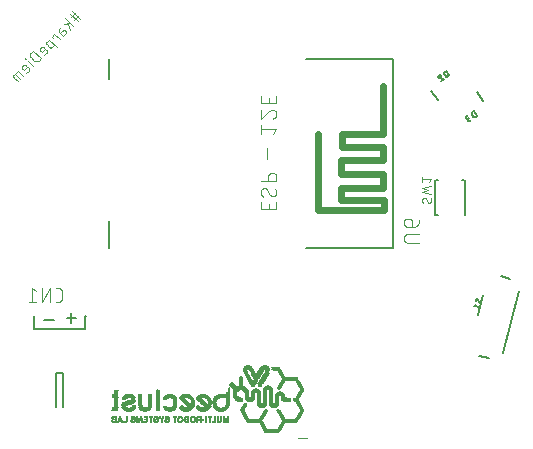
<source format=gbr>
G04 EAGLE Gerber RS-274X export*
G75*
%MOMM*%
%FSLAX34Y34*%
%LPD*%
%INSilkscreen Bottom*%
%IPPOS*%
%AMOC8*
5,1,8,0,0,1.08239X$1,22.5*%
G01*
%ADD10C,0.076200*%
%ADD11C,0.127000*%
%ADD12C,0.177800*%
%ADD13C,0.101600*%
%ADD14C,0.203200*%
%ADD15C,0.609600*%
%ADD16R,1.092200X0.012700*%
%ADD17R,0.012700X0.012700*%
%ADD18R,1.168400X0.012700*%
%ADD19R,1.206500X0.012700*%
%ADD20R,1.219200X0.012700*%
%ADD21R,1.270000X0.012700*%
%ADD22R,1.282700X0.012700*%
%ADD23R,1.295400X0.012700*%
%ADD24R,1.308100X0.012700*%
%ADD25R,1.320800X0.012700*%
%ADD26R,1.333500X0.012700*%
%ADD27R,1.346200X0.012700*%
%ADD28R,1.358900X0.012700*%
%ADD29R,1.371600X0.012700*%
%ADD30R,1.397000X0.012700*%
%ADD31R,1.422400X0.012700*%
%ADD32R,1.435100X0.012700*%
%ADD33R,1.473200X0.012700*%
%ADD34R,0.304800X0.012700*%
%ADD35R,0.355600X0.012700*%
%ADD36R,0.317500X0.012700*%
%ADD37R,0.292100X0.012700*%
%ADD38R,0.279400X0.012700*%
%ADD39R,0.177800X0.012700*%
%ADD40R,0.165100X0.012700*%
%ADD41R,0.101600X0.012700*%
%ADD42R,0.114300X0.012700*%
%ADD43R,0.228600X0.012700*%
%ADD44R,0.368300X0.012700*%
%ADD45R,0.127000X0.012700*%
%ADD46R,0.139700X0.012700*%
%ADD47R,0.241300X0.012700*%
%ADD48R,0.393700X0.012700*%
%ADD49R,0.203200X0.012700*%
%ADD50R,0.457200X0.012700*%
%ADD51R,0.406400X0.012700*%
%ADD52R,0.038100X0.012700*%
%ADD53R,0.330200X0.012700*%
%ADD54R,0.342900X0.012700*%
%ADD55R,0.381000X0.012700*%
%ADD56R,0.152400X0.012700*%
%ADD57R,0.088900X0.012700*%
%ADD58R,0.076200X0.012700*%
%ADD59R,1.384300X0.012700*%
%ADD60R,1.409700X0.012700*%
%ADD61R,1.447800X0.012700*%
%ADD62R,0.190500X0.012700*%
%ADD63R,1.460500X0.012700*%
%ADD64R,1.066800X0.012700*%
%ADD65R,1.485900X0.012700*%
%ADD66R,0.215900X0.012700*%
%ADD67R,0.419100X0.012700*%
%ADD68R,0.266700X0.012700*%
%ADD69R,0.444500X0.012700*%
%ADD70R,0.469900X0.012700*%
%ADD71R,0.533400X0.012700*%
%ADD72R,0.520700X0.012700*%
%ADD73R,0.558800X0.012700*%
%ADD74R,0.584200X0.012700*%
%ADD75R,0.508000X0.012700*%
%ADD76R,0.647700X0.012700*%
%ADD77R,0.635000X0.012700*%
%ADD78R,0.596900X0.012700*%
%ADD79R,0.723900X0.012700*%
%ADD80R,0.685800X0.012700*%
%ADD81R,0.698500X0.012700*%
%ADD82R,0.774700X0.012700*%
%ADD83R,0.482600X0.012700*%
%ADD84R,0.749300X0.012700*%
%ADD85R,0.736600X0.012700*%
%ADD86R,0.812800X0.012700*%
%ADD87R,0.495300X0.012700*%
%ADD88R,0.254000X0.012700*%
%ADD89R,0.787400X0.012700*%
%ADD90R,0.850900X0.012700*%
%ADD91R,0.825500X0.012700*%
%ADD92R,0.889000X0.012700*%
%ADD93R,0.863600X0.012700*%
%ADD94R,0.800100X0.012700*%
%ADD95R,0.838200X0.012700*%
%ADD96R,0.927100X0.012700*%
%ADD97R,0.952500X0.012700*%
%ADD98R,0.546100X0.012700*%
%ADD99R,0.939800X0.012700*%
%ADD100R,0.901700X0.012700*%
%ADD101R,0.977900X0.012700*%
%ADD102R,0.965200X0.012700*%
%ADD103R,1.003300X0.012700*%
%ADD104R,0.990600X0.012700*%
%ADD105R,0.914400X0.012700*%
%ADD106R,1.028700X0.012700*%
%ADD107R,1.016000X0.012700*%
%ADD108R,1.054100X0.012700*%
%ADD109R,0.571500X0.012700*%
%ADD110R,0.025400X0.012700*%
%ADD111R,1.041400X0.012700*%
%ADD112R,1.079500X0.012700*%
%ADD113R,1.104900X0.012700*%
%ADD114R,1.117600X0.012700*%
%ADD115R,1.143000X0.012700*%
%ADD116R,1.130300X0.012700*%
%ADD117R,1.155700X0.012700*%
%ADD118R,1.181100X0.012700*%
%ADD119R,1.193800X0.012700*%
%ADD120R,0.431800X0.012700*%
%ADD121R,0.609600X0.012700*%
%ADD122R,0.622300X0.012700*%
%ADD123R,0.660400X0.012700*%
%ADD124R,0.711200X0.012700*%
%ADD125R,0.673100X0.012700*%
%ADD126R,0.762000X0.012700*%
%ADD127R,0.063500X0.012700*%
%ADD128R,0.876300X0.012700*%
%ADD129R,1.257300X0.012700*%
%ADD130R,1.244600X0.012700*%
%ADD131R,1.231900X0.012700*%
%ADD132R,0.050800X0.012700*%
%ADD133C,0.000000*%


D10*
X105196Y446715D02*
X100766Y442285D01*
X98551Y444500D02*
X102981Y448930D01*
X99658Y450038D02*
X106304Y443392D01*
X104089Y441177D02*
X97443Y447823D01*
X93488Y443867D02*
X100133Y437222D01*
X97918Y439437D02*
X92749Y438698D01*
X95703Y439068D02*
X97179Y434268D01*
X90975Y433232D02*
X89314Y431571D01*
X90975Y433232D02*
X91036Y433290D01*
X91100Y433346D01*
X91166Y433398D01*
X91234Y433447D01*
X91305Y433493D01*
X91378Y433536D01*
X91453Y433575D01*
X91529Y433611D01*
X91607Y433644D01*
X91686Y433672D01*
X91767Y433697D01*
X91849Y433718D01*
X91931Y433736D01*
X92015Y433749D01*
X92098Y433759D01*
X92183Y433765D01*
X92267Y433767D01*
X92351Y433765D01*
X92436Y433759D01*
X92519Y433749D01*
X92603Y433736D01*
X92685Y433718D01*
X92767Y433697D01*
X92848Y433672D01*
X92927Y433644D01*
X93005Y433611D01*
X93081Y433575D01*
X93156Y433536D01*
X93229Y433493D01*
X93299Y433447D01*
X93368Y433398D01*
X93434Y433346D01*
X93498Y433290D01*
X93559Y433232D01*
X93617Y433171D01*
X93673Y433107D01*
X93725Y433041D01*
X93774Y432973D01*
X93820Y432902D01*
X93863Y432829D01*
X93902Y432754D01*
X93938Y432678D01*
X93971Y432600D01*
X93999Y432521D01*
X94024Y432440D01*
X94045Y432358D01*
X94063Y432276D01*
X94076Y432192D01*
X94086Y432109D01*
X94092Y432024D01*
X94094Y431940D01*
X94092Y431856D01*
X94086Y431771D01*
X94076Y431688D01*
X94063Y431604D01*
X94045Y431522D01*
X94024Y431440D01*
X93999Y431359D01*
X93971Y431280D01*
X93938Y431202D01*
X93902Y431126D01*
X93863Y431051D01*
X93820Y430978D01*
X93774Y430908D01*
X93725Y430839D01*
X93673Y430773D01*
X93617Y430709D01*
X93559Y430648D01*
X91898Y428986D01*
X88575Y432309D01*
X88576Y432310D02*
X88523Y432365D01*
X88472Y432424D01*
X88425Y432484D01*
X88381Y432547D01*
X88340Y432612D01*
X88302Y432679D01*
X88267Y432747D01*
X88236Y432818D01*
X88209Y432889D01*
X88184Y432962D01*
X88164Y433036D01*
X88147Y433111D01*
X88134Y433187D01*
X88125Y433264D01*
X88119Y433340D01*
X88117Y433417D01*
X88119Y433494D01*
X88125Y433571D01*
X88134Y433647D01*
X88147Y433723D01*
X88164Y433798D01*
X88184Y433872D01*
X88209Y433945D01*
X88236Y434016D01*
X88267Y434087D01*
X88302Y434155D01*
X88340Y434222D01*
X88381Y434287D01*
X88425Y434350D01*
X88472Y434410D01*
X88523Y434469D01*
X88576Y434524D01*
X88575Y434524D02*
X90052Y436001D01*
X84318Y430267D02*
X88748Y425837D01*
X84318Y430267D02*
X82103Y428052D01*
X82841Y427313D01*
X79796Y425745D02*
X86441Y419100D01*
X79796Y425745D02*
X77950Y423899D01*
X77951Y423898D02*
X77898Y423843D01*
X77847Y423784D01*
X77800Y423724D01*
X77756Y423661D01*
X77715Y423596D01*
X77677Y423529D01*
X77642Y423461D01*
X77611Y423390D01*
X77584Y423319D01*
X77559Y423246D01*
X77539Y423172D01*
X77522Y423097D01*
X77509Y423021D01*
X77500Y422945D01*
X77494Y422868D01*
X77492Y422791D01*
X77494Y422714D01*
X77500Y422638D01*
X77509Y422561D01*
X77522Y422486D01*
X77539Y422411D01*
X77559Y422336D01*
X77584Y422263D01*
X77611Y422192D01*
X77642Y422121D01*
X77677Y422053D01*
X77715Y421986D01*
X77756Y421921D01*
X77800Y421858D01*
X77847Y421798D01*
X77898Y421739D01*
X77951Y421684D01*
X77950Y421684D02*
X80165Y419469D01*
X80166Y419469D02*
X80221Y419416D01*
X80280Y419365D01*
X80340Y419318D01*
X80403Y419274D01*
X80468Y419233D01*
X80535Y419195D01*
X80603Y419160D01*
X80674Y419129D01*
X80745Y419102D01*
X80818Y419077D01*
X80893Y419057D01*
X80967Y419040D01*
X81043Y419027D01*
X81120Y419018D01*
X81196Y419012D01*
X81273Y419010D01*
X81350Y419012D01*
X81427Y419018D01*
X81503Y419027D01*
X81579Y419040D01*
X81654Y419057D01*
X81728Y419077D01*
X81801Y419102D01*
X81872Y419129D01*
X81943Y419160D01*
X82011Y419195D01*
X82078Y419233D01*
X82143Y419274D01*
X82206Y419318D01*
X82266Y419365D01*
X82325Y419416D01*
X82380Y419469D01*
X84226Y421315D01*
X77547Y414636D02*
X75701Y412790D01*
X77547Y414636D02*
X77600Y414691D01*
X77651Y414750D01*
X77698Y414810D01*
X77742Y414873D01*
X77783Y414938D01*
X77821Y415005D01*
X77856Y415073D01*
X77887Y415144D01*
X77914Y415215D01*
X77939Y415288D01*
X77959Y415363D01*
X77976Y415437D01*
X77989Y415513D01*
X77998Y415590D01*
X78004Y415666D01*
X78006Y415743D01*
X78004Y415820D01*
X77998Y415897D01*
X77989Y415973D01*
X77976Y416049D01*
X77959Y416124D01*
X77939Y416198D01*
X77914Y416271D01*
X77887Y416342D01*
X77856Y416413D01*
X77821Y416481D01*
X77783Y416548D01*
X77742Y416613D01*
X77698Y416676D01*
X77651Y416736D01*
X77600Y416795D01*
X77547Y416850D01*
X77547Y416851D02*
X75701Y418697D01*
X75701Y418696D02*
X75636Y418759D01*
X75567Y418820D01*
X75496Y418877D01*
X75423Y418930D01*
X75347Y418981D01*
X75269Y419028D01*
X75189Y419072D01*
X75107Y419112D01*
X75024Y419149D01*
X74939Y419182D01*
X74853Y419211D01*
X74765Y419237D01*
X74677Y419259D01*
X74588Y419276D01*
X74498Y419290D01*
X74407Y419300D01*
X74316Y419306D01*
X74225Y419308D01*
X74134Y419306D01*
X74043Y419300D01*
X73952Y419290D01*
X73862Y419276D01*
X73773Y419259D01*
X73685Y419237D01*
X73597Y419211D01*
X73511Y419182D01*
X73426Y419149D01*
X73343Y419112D01*
X73261Y419072D01*
X73181Y419028D01*
X73103Y418981D01*
X73027Y418930D01*
X72954Y418877D01*
X72883Y418820D01*
X72814Y418759D01*
X72749Y418696D01*
X72686Y418631D01*
X72626Y418562D01*
X72568Y418491D01*
X72515Y418418D01*
X72464Y418342D01*
X72417Y418264D01*
X72373Y418184D01*
X72333Y418102D01*
X72296Y418019D01*
X72263Y417934D01*
X72234Y417848D01*
X72208Y417760D01*
X72186Y417672D01*
X72169Y417583D01*
X72155Y417493D01*
X72145Y417402D01*
X72139Y417311D01*
X72137Y417220D01*
X72139Y417129D01*
X72145Y417038D01*
X72155Y416947D01*
X72169Y416857D01*
X72186Y416768D01*
X72208Y416680D01*
X72234Y416592D01*
X72263Y416506D01*
X72296Y416421D01*
X72333Y416338D01*
X72373Y416256D01*
X72417Y416176D01*
X72464Y416098D01*
X72515Y416022D01*
X72568Y415949D01*
X72625Y415878D01*
X72686Y415809D01*
X72749Y415744D01*
X72748Y415743D02*
X73486Y415005D01*
X76440Y417958D01*
X72774Y409862D02*
X66128Y416508D01*
X64282Y414662D01*
X64212Y414590D01*
X64146Y414516D01*
X64082Y414438D01*
X64022Y414359D01*
X63964Y414277D01*
X63910Y414193D01*
X63859Y414107D01*
X63811Y414019D01*
X63766Y413930D01*
X63725Y413838D01*
X63688Y413745D01*
X63654Y413651D01*
X63624Y413556D01*
X63598Y413460D01*
X63575Y413362D01*
X63556Y413264D01*
X63540Y413165D01*
X63529Y413066D01*
X63521Y412966D01*
X63517Y412866D01*
X63517Y412766D01*
X63521Y412666D01*
X63529Y412566D01*
X63540Y412467D01*
X63556Y412368D01*
X63575Y412270D01*
X63598Y412172D01*
X63624Y412076D01*
X63654Y411981D01*
X63688Y411887D01*
X63725Y411794D01*
X63766Y411702D01*
X63811Y411613D01*
X63859Y411525D01*
X63910Y411439D01*
X63964Y411355D01*
X64022Y411273D01*
X64082Y411194D01*
X64146Y411116D01*
X64212Y411042D01*
X64282Y410970D01*
X67236Y408016D01*
X67308Y407946D01*
X67382Y407880D01*
X67460Y407816D01*
X67539Y407756D01*
X67621Y407698D01*
X67705Y407644D01*
X67791Y407593D01*
X67879Y407545D01*
X67968Y407500D01*
X68060Y407459D01*
X68153Y407422D01*
X68247Y407388D01*
X68342Y407358D01*
X68438Y407332D01*
X68536Y407309D01*
X68634Y407290D01*
X68733Y407274D01*
X68832Y407263D01*
X68932Y407255D01*
X69032Y407251D01*
X69132Y407251D01*
X69232Y407255D01*
X69332Y407263D01*
X69431Y407274D01*
X69530Y407290D01*
X69628Y407309D01*
X69726Y407332D01*
X69822Y407358D01*
X69917Y407388D01*
X70011Y407422D01*
X70104Y407459D01*
X70196Y407500D01*
X70285Y407545D01*
X70373Y407593D01*
X70459Y407644D01*
X70543Y407698D01*
X70625Y407756D01*
X70704Y407816D01*
X70782Y407880D01*
X70856Y407946D01*
X70928Y408016D01*
X72774Y409862D01*
X66186Y403275D02*
X61756Y407705D01*
X60095Y409735D02*
X59725Y410105D01*
X59356Y409735D01*
X59725Y409366D01*
X60095Y409735D01*
X62461Y399549D02*
X60615Y397703D01*
X62460Y399549D02*
X62513Y399604D01*
X62564Y399663D01*
X62611Y399723D01*
X62655Y399786D01*
X62696Y399851D01*
X62734Y399918D01*
X62769Y399986D01*
X62800Y400057D01*
X62827Y400128D01*
X62852Y400201D01*
X62872Y400276D01*
X62889Y400350D01*
X62902Y400426D01*
X62911Y400503D01*
X62917Y400579D01*
X62919Y400656D01*
X62917Y400733D01*
X62911Y400810D01*
X62902Y400886D01*
X62889Y400962D01*
X62872Y401037D01*
X62852Y401111D01*
X62827Y401184D01*
X62800Y401255D01*
X62769Y401326D01*
X62734Y401394D01*
X62696Y401461D01*
X62655Y401526D01*
X62611Y401589D01*
X62564Y401649D01*
X62513Y401708D01*
X62460Y401763D01*
X62461Y401764D02*
X60615Y403610D01*
X60614Y403609D02*
X60549Y403672D01*
X60480Y403733D01*
X60409Y403790D01*
X60336Y403843D01*
X60260Y403894D01*
X60182Y403941D01*
X60102Y403985D01*
X60020Y404025D01*
X59937Y404062D01*
X59852Y404095D01*
X59766Y404124D01*
X59678Y404150D01*
X59590Y404172D01*
X59501Y404189D01*
X59411Y404203D01*
X59320Y404213D01*
X59229Y404219D01*
X59138Y404221D01*
X59047Y404219D01*
X58956Y404213D01*
X58865Y404203D01*
X58775Y404189D01*
X58686Y404172D01*
X58598Y404150D01*
X58510Y404124D01*
X58424Y404095D01*
X58339Y404062D01*
X58256Y404025D01*
X58174Y403985D01*
X58094Y403941D01*
X58016Y403894D01*
X57940Y403843D01*
X57867Y403790D01*
X57796Y403733D01*
X57727Y403672D01*
X57662Y403609D01*
X57599Y403544D01*
X57539Y403475D01*
X57481Y403404D01*
X57428Y403331D01*
X57377Y403255D01*
X57330Y403177D01*
X57286Y403097D01*
X57246Y403015D01*
X57209Y402932D01*
X57176Y402847D01*
X57147Y402761D01*
X57121Y402673D01*
X57099Y402585D01*
X57082Y402496D01*
X57068Y402406D01*
X57058Y402315D01*
X57052Y402224D01*
X57050Y402133D01*
X57052Y402042D01*
X57058Y401951D01*
X57068Y401860D01*
X57082Y401770D01*
X57099Y401681D01*
X57121Y401593D01*
X57147Y401505D01*
X57176Y401419D01*
X57209Y401334D01*
X57246Y401251D01*
X57286Y401169D01*
X57330Y401089D01*
X57377Y401011D01*
X57428Y400935D01*
X57481Y400862D01*
X57538Y400791D01*
X57599Y400722D01*
X57662Y400657D01*
X57661Y400656D02*
X58399Y399918D01*
X61353Y402871D01*
X57625Y394713D02*
X53195Y399144D01*
X49872Y395821D01*
X49873Y395820D02*
X49820Y395765D01*
X49769Y395706D01*
X49722Y395646D01*
X49678Y395583D01*
X49637Y395518D01*
X49599Y395451D01*
X49564Y395383D01*
X49533Y395312D01*
X49506Y395241D01*
X49481Y395168D01*
X49461Y395094D01*
X49444Y395019D01*
X49431Y394943D01*
X49422Y394867D01*
X49416Y394790D01*
X49414Y394713D01*
X49416Y394636D01*
X49422Y394560D01*
X49431Y394483D01*
X49444Y394408D01*
X49461Y394333D01*
X49481Y394258D01*
X49506Y394185D01*
X49533Y394114D01*
X49564Y394043D01*
X49599Y393975D01*
X49637Y393908D01*
X49678Y393843D01*
X49722Y393780D01*
X49769Y393720D01*
X49820Y393661D01*
X49873Y393606D01*
X49872Y393606D02*
X53195Y390283D01*
X55410Y392498D02*
X50980Y396928D01*
D11*
X66900Y191800D02*
X66900Y180800D01*
X109900Y180800D01*
X109900Y191800D01*
X110900Y191800D01*
X85900Y143800D02*
X85900Y114800D01*
X85900Y143800D02*
X91900Y143800D01*
X91900Y114800D01*
D12*
X94649Y190265D02*
X102946Y190265D01*
X98798Y186116D02*
X98798Y194414D01*
X83796Y188265D02*
X75499Y188265D01*
D13*
X85456Y203608D02*
X88053Y203608D01*
X88152Y203610D01*
X88252Y203616D01*
X88351Y203625D01*
X88449Y203638D01*
X88547Y203655D01*
X88645Y203676D01*
X88741Y203701D01*
X88836Y203729D01*
X88930Y203761D01*
X89023Y203796D01*
X89115Y203835D01*
X89205Y203878D01*
X89293Y203923D01*
X89380Y203973D01*
X89464Y204025D01*
X89547Y204081D01*
X89627Y204139D01*
X89705Y204201D01*
X89780Y204266D01*
X89853Y204334D01*
X89923Y204404D01*
X89991Y204477D01*
X90056Y204552D01*
X90118Y204630D01*
X90176Y204710D01*
X90232Y204793D01*
X90284Y204877D01*
X90334Y204964D01*
X90379Y205052D01*
X90422Y205142D01*
X90461Y205234D01*
X90496Y205327D01*
X90528Y205421D01*
X90556Y205516D01*
X90581Y205612D01*
X90602Y205710D01*
X90619Y205808D01*
X90632Y205906D01*
X90641Y206005D01*
X90647Y206105D01*
X90649Y206204D01*
X90649Y212696D01*
X90647Y212795D01*
X90641Y212895D01*
X90632Y212994D01*
X90619Y213092D01*
X90602Y213190D01*
X90581Y213288D01*
X90556Y213384D01*
X90528Y213479D01*
X90496Y213573D01*
X90461Y213666D01*
X90422Y213758D01*
X90379Y213848D01*
X90334Y213936D01*
X90284Y214023D01*
X90232Y214107D01*
X90176Y214190D01*
X90118Y214270D01*
X90056Y214348D01*
X89991Y214423D01*
X89923Y214496D01*
X89853Y214566D01*
X89780Y214634D01*
X89705Y214699D01*
X89627Y214761D01*
X89547Y214819D01*
X89464Y214875D01*
X89380Y214927D01*
X89293Y214977D01*
X89205Y215022D01*
X89115Y215065D01*
X89023Y215104D01*
X88930Y215139D01*
X88836Y215171D01*
X88741Y215199D01*
X88645Y215224D01*
X88547Y215245D01*
X88449Y215262D01*
X88351Y215275D01*
X88252Y215284D01*
X88152Y215290D01*
X88053Y215292D01*
X85456Y215292D01*
X80710Y215292D02*
X80710Y203608D01*
X74219Y203608D02*
X80710Y215292D01*
X74219Y215292D02*
X74219Y203608D01*
X68899Y212696D02*
X65654Y215292D01*
X65654Y203608D01*
X68899Y203608D02*
X62408Y203608D01*
D11*
X403364Y382146D02*
X408828Y374343D01*
X418514Y395466D02*
X415746Y399420D01*
X414648Y398651D01*
X414647Y398651D02*
X414588Y398608D01*
X414533Y398562D01*
X414479Y398513D01*
X414429Y398460D01*
X414381Y398406D01*
X414336Y398348D01*
X414295Y398289D01*
X414257Y398227D01*
X414222Y398163D01*
X414191Y398098D01*
X414163Y398031D01*
X414139Y397962D01*
X414119Y397892D01*
X414102Y397822D01*
X414090Y397750D01*
X414081Y397678D01*
X414076Y397605D01*
X414075Y397533D01*
X414078Y397460D01*
X414085Y397388D01*
X414096Y397316D01*
X414111Y397245D01*
X414129Y397175D01*
X414152Y397106D01*
X414178Y397038D01*
X414208Y396972D01*
X414241Y396907D01*
X414277Y396844D01*
X414317Y396784D01*
X414318Y396784D02*
X415549Y395027D01*
X415592Y394968D01*
X415638Y394913D01*
X415687Y394859D01*
X415740Y394809D01*
X415794Y394761D01*
X415852Y394716D01*
X415911Y394675D01*
X415973Y394637D01*
X416037Y394602D01*
X416102Y394571D01*
X416169Y394543D01*
X416238Y394519D01*
X416308Y394499D01*
X416378Y394482D01*
X416450Y394470D01*
X416522Y394461D01*
X416595Y394456D01*
X416667Y394455D01*
X416740Y394458D01*
X416812Y394465D01*
X416884Y394476D01*
X416955Y394491D01*
X417025Y394509D01*
X417094Y394532D01*
X417162Y394558D01*
X417228Y394588D01*
X417293Y394621D01*
X417356Y394657D01*
X417416Y394698D01*
X418514Y395466D01*
X409894Y395323D02*
X409839Y395282D01*
X409787Y395239D01*
X409738Y395193D01*
X409691Y395144D01*
X409647Y395092D01*
X409606Y395039D01*
X409568Y394983D01*
X409533Y394924D01*
X409502Y394864D01*
X409474Y394803D01*
X409449Y394740D01*
X409428Y394675D01*
X409411Y394610D01*
X409397Y394544D01*
X409387Y394477D01*
X409381Y394409D01*
X409379Y394342D01*
X409380Y394274D01*
X409386Y394206D01*
X409395Y394139D01*
X409408Y394073D01*
X409424Y394007D01*
X409444Y393942D01*
X409468Y393879D01*
X409495Y393817D01*
X409526Y393757D01*
X409560Y393698D01*
X409597Y393642D01*
X409894Y395323D02*
X409959Y395366D01*
X410026Y395406D01*
X410095Y395442D01*
X410166Y395475D01*
X410238Y395504D01*
X410312Y395530D01*
X410386Y395551D01*
X410462Y395569D01*
X410539Y395584D01*
X410616Y395594D01*
X410694Y395600D01*
X410772Y395603D01*
X410850Y395602D01*
X410928Y395596D01*
X411005Y395587D01*
X411082Y395574D01*
X411158Y395557D01*
X411233Y395536D01*
X411307Y395512D01*
X411380Y395483D01*
X411451Y395452D01*
X411520Y395416D01*
X411588Y395378D01*
X411654Y395335D01*
X411717Y395290D01*
X410465Y393104D02*
X410396Y393116D01*
X410328Y393132D01*
X410261Y393152D01*
X410195Y393175D01*
X410130Y393202D01*
X410067Y393232D01*
X410006Y393266D01*
X409947Y393302D01*
X409889Y393342D01*
X409834Y393385D01*
X409781Y393431D01*
X409731Y393480D01*
X409684Y393532D01*
X409639Y393585D01*
X409597Y393642D01*
X410465Y393104D02*
X413870Y392215D01*
X411674Y390677D01*
X442072Y381307D02*
X447536Y373504D01*
X439227Y364973D02*
X441995Y361020D01*
X439227Y364973D02*
X438129Y364204D01*
X438128Y364204D02*
X438069Y364161D01*
X438014Y364115D01*
X437960Y364066D01*
X437910Y364013D01*
X437862Y363959D01*
X437817Y363901D01*
X437776Y363842D01*
X437738Y363780D01*
X437703Y363716D01*
X437672Y363651D01*
X437644Y363584D01*
X437620Y363515D01*
X437600Y363445D01*
X437583Y363375D01*
X437571Y363303D01*
X437562Y363231D01*
X437557Y363158D01*
X437556Y363086D01*
X437559Y363013D01*
X437566Y362941D01*
X437577Y362869D01*
X437592Y362798D01*
X437610Y362728D01*
X437633Y362659D01*
X437659Y362591D01*
X437689Y362525D01*
X437722Y362460D01*
X437758Y362397D01*
X437798Y362337D01*
X437799Y362337D02*
X439030Y360580D01*
X439073Y360521D01*
X439119Y360466D01*
X439168Y360412D01*
X439221Y360362D01*
X439275Y360314D01*
X439333Y360269D01*
X439392Y360228D01*
X439454Y360190D01*
X439518Y360155D01*
X439583Y360124D01*
X439650Y360096D01*
X439719Y360072D01*
X439789Y360052D01*
X439859Y360035D01*
X439931Y360023D01*
X440003Y360014D01*
X440076Y360009D01*
X440148Y360008D01*
X440221Y360011D01*
X440293Y360018D01*
X440365Y360029D01*
X440436Y360044D01*
X440506Y360062D01*
X440575Y360085D01*
X440643Y360111D01*
X440709Y360141D01*
X440774Y360174D01*
X440837Y360210D01*
X440897Y360251D01*
X441995Y361020D01*
X437351Y357768D02*
X436253Y356999D01*
X436194Y356959D01*
X436132Y356923D01*
X436069Y356890D01*
X436004Y356861D01*
X435937Y356835D01*
X435869Y356813D01*
X435800Y356794D01*
X435731Y356779D01*
X435660Y356768D01*
X435589Y356760D01*
X435518Y356756D01*
X435446Y356757D01*
X435375Y356760D01*
X435304Y356768D01*
X435234Y356780D01*
X435164Y356795D01*
X435095Y356814D01*
X435027Y356836D01*
X434961Y356862D01*
X434896Y356892D01*
X434832Y356925D01*
X434771Y356961D01*
X434712Y357001D01*
X434654Y357043D01*
X434599Y357089D01*
X434547Y357138D01*
X434497Y357189D01*
X434450Y357243D01*
X434406Y357299D01*
X434365Y357357D01*
X434328Y357418D01*
X434293Y357480D01*
X434262Y357545D01*
X434234Y357611D01*
X434210Y357678D01*
X434190Y357746D01*
X434173Y357815D01*
X434160Y357886D01*
X434150Y357956D01*
X434145Y358028D01*
X434143Y358099D01*
X434145Y358170D01*
X434151Y358242D01*
X434160Y358312D01*
X434174Y358382D01*
X434191Y358452D01*
X434211Y358520D01*
X434236Y358587D01*
X434264Y358653D01*
X434295Y358717D01*
X434330Y358779D01*
X434368Y358840D01*
X434409Y358898D01*
X434453Y358954D01*
X434500Y359008D01*
X434550Y359059D01*
X434602Y359108D01*
X434657Y359153D01*
X434715Y359195D01*
X433265Y360798D02*
X434583Y361721D01*
X433265Y360798D02*
X433213Y360759D01*
X433164Y360718D01*
X433117Y360673D01*
X433073Y360625D01*
X433032Y360575D01*
X432994Y360523D01*
X432959Y360468D01*
X432927Y360412D01*
X432900Y360353D01*
X432875Y360293D01*
X432854Y360232D01*
X432837Y360170D01*
X432824Y360106D01*
X432815Y360042D01*
X432810Y359978D01*
X432808Y359913D01*
X432810Y359848D01*
X432817Y359784D01*
X432827Y359720D01*
X432841Y359656D01*
X432859Y359594D01*
X432880Y359533D01*
X432905Y359473D01*
X432934Y359415D01*
X432966Y359359D01*
X433002Y359305D01*
X433041Y359253D01*
X433082Y359204D01*
X433127Y359157D01*
X433175Y359113D01*
X433225Y359072D01*
X433277Y359034D01*
X433332Y358999D01*
X433388Y358967D01*
X433447Y358940D01*
X433507Y358915D01*
X433568Y358894D01*
X433630Y358877D01*
X433694Y358864D01*
X433758Y358855D01*
X433822Y358850D01*
X433887Y358848D01*
X433952Y358850D01*
X434016Y358857D01*
X434080Y358867D01*
X434144Y358881D01*
X434206Y358899D01*
X434267Y358920D01*
X434327Y358945D01*
X434385Y358974D01*
X434441Y359006D01*
X434495Y359042D01*
X434495Y359041D02*
X435374Y359657D01*
D14*
X444076Y158020D02*
X452325Y155810D01*
X470324Y222980D02*
X462075Y225190D01*
X477972Y212887D02*
X463996Y160727D01*
X443088Y192967D02*
X447627Y209909D01*
D11*
X445681Y203943D02*
X445663Y203881D01*
X445640Y203820D01*
X445615Y203760D01*
X445585Y203703D01*
X445552Y203647D01*
X445516Y203593D01*
X445476Y203542D01*
X445434Y203493D01*
X445389Y203447D01*
X445341Y203403D01*
X445290Y203363D01*
X445237Y203326D01*
X445182Y203292D01*
X445125Y203261D01*
X445066Y203234D01*
X445006Y203210D01*
X444944Y203190D01*
X444882Y203174D01*
X444818Y203162D01*
X444754Y203153D01*
X444689Y203149D01*
X444624Y203148D01*
X444560Y203151D01*
X444495Y203159D01*
X444432Y203170D01*
X444369Y203185D01*
X445682Y203943D02*
X445704Y204034D01*
X445723Y204126D01*
X445738Y204219D01*
X445749Y204313D01*
X445756Y204407D01*
X445759Y204501D01*
X445758Y204595D01*
X445753Y204689D01*
X445745Y204783D01*
X445732Y204876D01*
X445716Y204969D01*
X445696Y205061D01*
X445672Y205152D01*
X445644Y205242D01*
X445613Y205330D01*
X445577Y205418D01*
X445539Y205504D01*
X445496Y205588D01*
X445451Y205670D01*
X442438Y206339D02*
X442375Y206354D01*
X442311Y206365D01*
X442246Y206373D01*
X442182Y206376D01*
X442117Y206375D01*
X442052Y206371D01*
X441988Y206362D01*
X441924Y206350D01*
X441861Y206334D01*
X441800Y206314D01*
X441739Y206290D01*
X441681Y206263D01*
X441624Y206232D01*
X441568Y206198D01*
X441515Y206161D01*
X441465Y206120D01*
X441417Y206077D01*
X441371Y206031D01*
X441329Y205982D01*
X441289Y205930D01*
X441253Y205877D01*
X441220Y205821D01*
X441191Y205763D01*
X441165Y205704D01*
X441142Y205643D01*
X441124Y205581D01*
X441125Y205580D02*
X441104Y205497D01*
X441087Y205412D01*
X441074Y205327D01*
X441064Y205241D01*
X441058Y205155D01*
X441056Y205069D01*
X441057Y204983D01*
X441063Y204897D01*
X441072Y204811D01*
X441084Y204725D01*
X441100Y204641D01*
X441120Y204557D01*
X441143Y204474D01*
X441170Y204392D01*
X441201Y204311D01*
X443205Y205577D02*
X443187Y205637D01*
X443165Y205696D01*
X443140Y205754D01*
X443111Y205810D01*
X443079Y205864D01*
X443044Y205916D01*
X443007Y205966D01*
X442966Y206014D01*
X442923Y206059D01*
X442877Y206102D01*
X442828Y206143D01*
X442778Y206180D01*
X442725Y206214D01*
X442671Y206246D01*
X442615Y206274D01*
X442557Y206298D01*
X442498Y206320D01*
X442438Y206338D01*
X443601Y203946D02*
X443619Y203886D01*
X443641Y203827D01*
X443666Y203769D01*
X443695Y203714D01*
X443727Y203659D01*
X443762Y203607D01*
X443799Y203557D01*
X443840Y203509D01*
X443883Y203464D01*
X443929Y203421D01*
X443978Y203380D01*
X444028Y203343D01*
X444081Y203309D01*
X444135Y203277D01*
X444191Y203249D01*
X444249Y203225D01*
X444308Y203203D01*
X444368Y203185D01*
X443601Y203945D02*
X443206Y205578D01*
X441100Y201345D02*
X439717Y200328D01*
X444379Y199079D01*
X444726Y200374D02*
X444032Y197784D01*
X431600Y277100D02*
X431600Y307100D01*
X406600Y307100D02*
X406600Y277100D01*
X429100Y307100D02*
X431100Y307100D01*
X409100Y307100D02*
X407100Y307100D01*
X407100Y277100D02*
X409100Y277100D01*
D13*
X395718Y289973D02*
X395720Y290054D01*
X395725Y290134D01*
X395735Y290215D01*
X395748Y290295D01*
X395764Y290374D01*
X395785Y290452D01*
X395809Y290529D01*
X395836Y290605D01*
X395867Y290680D01*
X395901Y290753D01*
X395939Y290825D01*
X395980Y290894D01*
X396024Y290962D01*
X396071Y291028D01*
X396122Y291091D01*
X396175Y291152D01*
X396231Y291210D01*
X396289Y291266D01*
X396350Y291319D01*
X396413Y291370D01*
X396479Y291417D01*
X396547Y291461D01*
X396616Y291502D01*
X396688Y291540D01*
X396761Y291574D01*
X396836Y291605D01*
X396912Y291632D01*
X396989Y291656D01*
X397067Y291677D01*
X397146Y291693D01*
X397226Y291706D01*
X397307Y291716D01*
X397387Y291721D01*
X397468Y291723D01*
X395718Y289973D02*
X395720Y289856D01*
X395725Y289740D01*
X395735Y289623D01*
X395747Y289507D01*
X395764Y289392D01*
X395784Y289277D01*
X395808Y289163D01*
X395835Y289049D01*
X395866Y288937D01*
X395901Y288825D01*
X395939Y288715D01*
X395980Y288606D01*
X396025Y288498D01*
X396073Y288392D01*
X396125Y288287D01*
X396180Y288184D01*
X396238Y288083D01*
X396299Y287983D01*
X396364Y287886D01*
X396431Y287791D01*
X396502Y287697D01*
X396575Y287607D01*
X396651Y287518D01*
X396730Y287432D01*
X396811Y287349D01*
X401842Y287567D02*
X401923Y287569D01*
X402003Y287574D01*
X402084Y287584D01*
X402164Y287597D01*
X402243Y287613D01*
X402321Y287634D01*
X402398Y287658D01*
X402474Y287685D01*
X402549Y287716D01*
X402622Y287750D01*
X402694Y287788D01*
X402763Y287829D01*
X402831Y287873D01*
X402897Y287920D01*
X402960Y287971D01*
X403021Y288024D01*
X403079Y288080D01*
X403135Y288138D01*
X403188Y288199D01*
X403239Y288262D01*
X403286Y288328D01*
X403330Y288396D01*
X403371Y288465D01*
X403409Y288537D01*
X403443Y288610D01*
X403474Y288685D01*
X403501Y288761D01*
X403525Y288838D01*
X403546Y288916D01*
X403562Y288995D01*
X403575Y289075D01*
X403585Y289156D01*
X403590Y289236D01*
X403592Y289317D01*
X403590Y289428D01*
X403584Y289539D01*
X403575Y289650D01*
X403562Y289760D01*
X403545Y289870D01*
X403524Y289979D01*
X403500Y290088D01*
X403472Y290195D01*
X403441Y290302D01*
X403406Y290407D01*
X403367Y290511D01*
X403325Y290614D01*
X403279Y290715D01*
X403230Y290815D01*
X403178Y290913D01*
X403122Y291009D01*
X403063Y291103D01*
X403001Y291196D01*
X402936Y291286D01*
X400311Y288443D02*
X400355Y288372D01*
X400403Y288303D01*
X400454Y288236D01*
X400508Y288172D01*
X400564Y288110D01*
X400624Y288051D01*
X400687Y287995D01*
X400751Y287942D01*
X400819Y287892D01*
X400889Y287845D01*
X400960Y287802D01*
X401034Y287762D01*
X401110Y287726D01*
X401187Y287693D01*
X401266Y287664D01*
X401346Y287639D01*
X401427Y287617D01*
X401509Y287600D01*
X401591Y287586D01*
X401675Y287576D01*
X401758Y287570D01*
X401842Y287568D01*
X398999Y290848D02*
X398955Y290919D01*
X398907Y290988D01*
X398856Y291055D01*
X398802Y291119D01*
X398746Y291181D01*
X398686Y291240D01*
X398624Y291296D01*
X398559Y291349D01*
X398491Y291399D01*
X398421Y291446D01*
X398350Y291489D01*
X398276Y291529D01*
X398200Y291565D01*
X398123Y291598D01*
X398044Y291627D01*
X397964Y291652D01*
X397883Y291674D01*
X397801Y291691D01*
X397719Y291705D01*
X397635Y291715D01*
X397552Y291721D01*
X397468Y291723D01*
X398999Y290848D02*
X400311Y288442D01*
X403592Y294837D02*
X395718Y296587D01*
X400967Y298337D01*
X395718Y300087D01*
X403592Y301837D01*
X401842Y305218D02*
X403592Y307405D01*
X395718Y307405D01*
X395718Y305218D02*
X395718Y309592D01*
D11*
X370600Y409200D02*
X297600Y409200D01*
X297600Y249200D02*
X370600Y249200D01*
X370600Y409200D01*
D15*
X363600Y281200D02*
X314600Y281200D01*
X363600Y281200D02*
X363600Y290200D01*
X326600Y290200D01*
X326600Y300200D01*
X362600Y300200D01*
X362600Y312200D01*
X326600Y312200D01*
X326600Y324200D01*
X362600Y324200D01*
X362600Y335200D01*
X327600Y335200D01*
X327600Y346200D01*
X362600Y346200D01*
X362600Y386200D01*
X313600Y281200D02*
X307600Y281200D01*
X307600Y346200D01*
D13*
X259108Y288330D02*
X259108Y282459D01*
X272316Y282459D01*
X272316Y288330D01*
X266446Y286862D02*
X266446Y282459D01*
X259108Y297079D02*
X259110Y297186D01*
X259116Y297293D01*
X259126Y297400D01*
X259139Y297506D01*
X259157Y297612D01*
X259178Y297717D01*
X259203Y297821D01*
X259232Y297925D01*
X259265Y298027D01*
X259302Y298127D01*
X259342Y298227D01*
X259386Y298325D01*
X259433Y298421D01*
X259484Y298515D01*
X259538Y298608D01*
X259595Y298698D01*
X259656Y298787D01*
X259720Y298873D01*
X259787Y298956D01*
X259857Y299038D01*
X259930Y299116D01*
X260006Y299192D01*
X260084Y299265D01*
X260166Y299335D01*
X260249Y299402D01*
X260335Y299466D01*
X260424Y299527D01*
X260514Y299584D01*
X260607Y299638D01*
X260701Y299689D01*
X260797Y299736D01*
X260895Y299780D01*
X260995Y299820D01*
X261095Y299857D01*
X261197Y299890D01*
X261301Y299919D01*
X261405Y299944D01*
X261510Y299965D01*
X261616Y299983D01*
X261722Y299996D01*
X261829Y300006D01*
X261936Y300012D01*
X262043Y300014D01*
X259108Y297079D02*
X259110Y296926D01*
X259116Y296773D01*
X259125Y296621D01*
X259138Y296468D01*
X259155Y296316D01*
X259176Y296165D01*
X259200Y296013D01*
X259228Y295863D01*
X259260Y295713D01*
X259296Y295565D01*
X259335Y295417D01*
X259378Y295270D01*
X259424Y295124D01*
X259474Y294980D01*
X259528Y294836D01*
X259585Y294694D01*
X259645Y294554D01*
X259710Y294415D01*
X259777Y294278D01*
X259848Y294142D01*
X259922Y294008D01*
X259999Y293876D01*
X260080Y293746D01*
X260164Y293618D01*
X260251Y293492D01*
X260341Y293369D01*
X260434Y293247D01*
X260530Y293128D01*
X260629Y293012D01*
X260730Y292897D01*
X260835Y292786D01*
X260942Y292677D01*
X269381Y293044D02*
X269488Y293046D01*
X269595Y293052D01*
X269702Y293062D01*
X269808Y293075D01*
X269914Y293093D01*
X270019Y293114D01*
X270123Y293139D01*
X270227Y293168D01*
X270329Y293201D01*
X270429Y293238D01*
X270529Y293278D01*
X270627Y293322D01*
X270723Y293369D01*
X270817Y293420D01*
X270910Y293474D01*
X271000Y293531D01*
X271089Y293592D01*
X271175Y293656D01*
X271258Y293723D01*
X271340Y293793D01*
X271418Y293866D01*
X271494Y293942D01*
X271567Y294020D01*
X271637Y294102D01*
X271704Y294185D01*
X271768Y294271D01*
X271829Y294360D01*
X271886Y294450D01*
X271940Y294543D01*
X271991Y294637D01*
X272038Y294733D01*
X272082Y294831D01*
X272122Y294931D01*
X272159Y295031D01*
X272192Y295133D01*
X272221Y295237D01*
X272246Y295341D01*
X272267Y295446D01*
X272285Y295552D01*
X272298Y295658D01*
X272308Y295765D01*
X272314Y295872D01*
X272316Y295979D01*
X272314Y296127D01*
X272308Y296274D01*
X272298Y296421D01*
X272284Y296568D01*
X272267Y296715D01*
X272245Y296860D01*
X272219Y297006D01*
X272190Y297150D01*
X272157Y297294D01*
X272119Y297437D01*
X272078Y297579D01*
X272034Y297719D01*
X271985Y297859D01*
X271933Y297997D01*
X271877Y298133D01*
X271817Y298268D01*
X271754Y298401D01*
X271687Y298533D01*
X271617Y298663D01*
X271544Y298791D01*
X271466Y298916D01*
X271386Y299040D01*
X271302Y299162D01*
X271215Y299281D01*
X266813Y294512D02*
X266869Y294421D01*
X266928Y294332D01*
X266990Y294245D01*
X267055Y294161D01*
X267123Y294078D01*
X267194Y293999D01*
X267268Y293922D01*
X267345Y293848D01*
X267424Y293776D01*
X267506Y293708D01*
X267590Y293642D01*
X267677Y293579D01*
X267765Y293520D01*
X267856Y293464D01*
X267949Y293411D01*
X268043Y293361D01*
X268139Y293315D01*
X268237Y293272D01*
X268336Y293233D01*
X268437Y293197D01*
X268539Y293165D01*
X268642Y293137D01*
X268746Y293113D01*
X268850Y293092D01*
X268956Y293075D01*
X269061Y293061D01*
X269168Y293052D01*
X269274Y293046D01*
X269381Y293044D01*
X264611Y298547D02*
X264555Y298638D01*
X264496Y298727D01*
X264434Y298814D01*
X264369Y298898D01*
X264301Y298981D01*
X264230Y299060D01*
X264156Y299137D01*
X264079Y299211D01*
X264000Y299283D01*
X263918Y299351D01*
X263834Y299417D01*
X263747Y299480D01*
X263659Y299539D01*
X263568Y299595D01*
X263475Y299648D01*
X263381Y299698D01*
X263285Y299744D01*
X263187Y299787D01*
X263088Y299826D01*
X262987Y299862D01*
X262885Y299894D01*
X262782Y299922D01*
X262678Y299946D01*
X262574Y299967D01*
X262468Y299984D01*
X262363Y299998D01*
X262256Y300007D01*
X262150Y300013D01*
X262043Y300015D01*
X264611Y298547D02*
X266813Y294511D01*
X272316Y305658D02*
X259108Y305658D01*
X272316Y305658D02*
X272316Y309327D01*
X272314Y309447D01*
X272308Y309567D01*
X272298Y309687D01*
X272285Y309806D01*
X272267Y309925D01*
X272246Y310043D01*
X272220Y310160D01*
X272191Y310277D01*
X272158Y310392D01*
X272121Y310506D01*
X272081Y310619D01*
X272037Y310731D01*
X271989Y310841D01*
X271938Y310950D01*
X271883Y311057D01*
X271824Y311162D01*
X271763Y311264D01*
X271698Y311365D01*
X271629Y311464D01*
X271558Y311561D01*
X271483Y311655D01*
X271406Y311746D01*
X271325Y311835D01*
X271241Y311921D01*
X271155Y312005D01*
X271066Y312086D01*
X270975Y312163D01*
X270881Y312238D01*
X270784Y312309D01*
X270685Y312378D01*
X270584Y312443D01*
X270482Y312504D01*
X270377Y312563D01*
X270270Y312618D01*
X270161Y312669D01*
X270051Y312717D01*
X269939Y312761D01*
X269826Y312801D01*
X269712Y312838D01*
X269597Y312871D01*
X269480Y312900D01*
X269363Y312926D01*
X269245Y312947D01*
X269126Y312965D01*
X269007Y312978D01*
X268887Y312988D01*
X268767Y312994D01*
X268647Y312996D01*
X268527Y312994D01*
X268407Y312988D01*
X268287Y312978D01*
X268168Y312965D01*
X268049Y312947D01*
X267931Y312926D01*
X267814Y312900D01*
X267697Y312871D01*
X267582Y312838D01*
X267468Y312801D01*
X267355Y312761D01*
X267243Y312717D01*
X267133Y312669D01*
X267024Y312618D01*
X266917Y312563D01*
X266813Y312504D01*
X266710Y312443D01*
X266609Y312378D01*
X266510Y312309D01*
X266413Y312238D01*
X266319Y312163D01*
X266228Y312086D01*
X266139Y312005D01*
X266053Y311921D01*
X265969Y311835D01*
X265888Y311746D01*
X265811Y311655D01*
X265736Y311561D01*
X265665Y311464D01*
X265596Y311365D01*
X265531Y311264D01*
X265470Y311162D01*
X265411Y311057D01*
X265356Y310950D01*
X265305Y310841D01*
X265257Y310731D01*
X265213Y310619D01*
X265173Y310506D01*
X265136Y310392D01*
X265103Y310277D01*
X265074Y310160D01*
X265048Y310043D01*
X265027Y309925D01*
X265009Y309806D01*
X264996Y309687D01*
X264986Y309567D01*
X264980Y309447D01*
X264978Y309327D01*
X264978Y305658D01*
X264244Y324800D02*
X264244Y333606D01*
X269381Y346017D02*
X272316Y349686D01*
X259108Y349686D01*
X259108Y353354D02*
X259108Y346017D01*
X272316Y362854D02*
X272314Y362967D01*
X272308Y363079D01*
X272299Y363192D01*
X272285Y363304D01*
X272268Y363415D01*
X272247Y363526D01*
X272222Y363636D01*
X272194Y363745D01*
X272161Y363853D01*
X272125Y363960D01*
X272086Y364065D01*
X272043Y364170D01*
X271996Y364272D01*
X271946Y364373D01*
X271892Y364472D01*
X271835Y364570D01*
X271775Y364665D01*
X271712Y364758D01*
X271645Y364849D01*
X271575Y364938D01*
X271503Y365024D01*
X271427Y365108D01*
X271349Y365189D01*
X271268Y365267D01*
X271184Y365343D01*
X271098Y365415D01*
X271009Y365485D01*
X270918Y365552D01*
X270825Y365615D01*
X270730Y365675D01*
X270632Y365732D01*
X270533Y365786D01*
X270432Y365836D01*
X270330Y365883D01*
X270225Y365926D01*
X270120Y365965D01*
X270013Y366001D01*
X269905Y366034D01*
X269796Y366062D01*
X269686Y366087D01*
X269575Y366108D01*
X269464Y366125D01*
X269352Y366139D01*
X269239Y366148D01*
X269127Y366154D01*
X269014Y366156D01*
X272316Y362854D02*
X272314Y362727D01*
X272308Y362600D01*
X272299Y362473D01*
X272286Y362347D01*
X272269Y362221D01*
X272248Y362096D01*
X272223Y361971D01*
X272195Y361848D01*
X272163Y361725D01*
X272127Y361603D01*
X272088Y361482D01*
X272045Y361362D01*
X271999Y361244D01*
X271949Y361127D01*
X271895Y361012D01*
X271838Y360899D01*
X271778Y360787D01*
X271715Y360677D01*
X271648Y360569D01*
X271578Y360463D01*
X271505Y360359D01*
X271428Y360257D01*
X271349Y360158D01*
X271267Y360061D01*
X271182Y359967D01*
X271094Y359875D01*
X271004Y359786D01*
X270910Y359700D01*
X270815Y359616D01*
X270717Y359536D01*
X270616Y359458D01*
X270513Y359383D01*
X270408Y359312D01*
X270301Y359244D01*
X270192Y359179D01*
X270081Y359117D01*
X269968Y359058D01*
X269854Y359003D01*
X269738Y358952D01*
X269620Y358904D01*
X269501Y358859D01*
X269381Y358818D01*
X266446Y365055D02*
X266526Y365137D01*
X266609Y365216D01*
X266695Y365293D01*
X266783Y365367D01*
X266874Y365437D01*
X266966Y365505D01*
X267061Y365570D01*
X267158Y365632D01*
X267257Y365690D01*
X267358Y365746D01*
X267460Y365798D01*
X267564Y365846D01*
X267670Y365891D01*
X267777Y365933D01*
X267885Y365972D01*
X267995Y366006D01*
X268105Y366038D01*
X268217Y366065D01*
X268329Y366089D01*
X268442Y366110D01*
X268556Y366126D01*
X268670Y366139D01*
X268784Y366149D01*
X268899Y366154D01*
X269014Y366156D01*
X266446Y365055D02*
X259108Y358818D01*
X259108Y366156D01*
X259108Y372070D02*
X259108Y377941D01*
X259108Y372070D02*
X272316Y372070D01*
X272316Y377941D01*
X266446Y376473D02*
X266446Y372070D01*
D11*
X130600Y272200D02*
X130600Y249200D01*
X130600Y392200D02*
X130600Y409200D01*
D13*
X383777Y253708D02*
X393316Y253708D01*
X383777Y253708D02*
X383657Y253710D01*
X383537Y253716D01*
X383417Y253726D01*
X383298Y253739D01*
X383179Y253757D01*
X383061Y253778D01*
X382944Y253804D01*
X382827Y253833D01*
X382712Y253866D01*
X382598Y253903D01*
X382485Y253943D01*
X382373Y253987D01*
X382263Y254035D01*
X382154Y254086D01*
X382047Y254141D01*
X381943Y254200D01*
X381840Y254261D01*
X381739Y254326D01*
X381640Y254395D01*
X381543Y254466D01*
X381449Y254541D01*
X381358Y254618D01*
X381269Y254699D01*
X381183Y254783D01*
X381099Y254869D01*
X381018Y254958D01*
X380941Y255049D01*
X380866Y255143D01*
X380795Y255240D01*
X380726Y255339D01*
X380661Y255440D01*
X380600Y255542D01*
X380541Y255647D01*
X380486Y255754D01*
X380435Y255863D01*
X380387Y255973D01*
X380343Y256085D01*
X380303Y256198D01*
X380266Y256312D01*
X380233Y256427D01*
X380204Y256544D01*
X380178Y256661D01*
X380157Y256779D01*
X380139Y256898D01*
X380126Y257017D01*
X380116Y257137D01*
X380110Y257257D01*
X380108Y257377D01*
X380110Y257497D01*
X380116Y257617D01*
X380126Y257737D01*
X380139Y257856D01*
X380157Y257975D01*
X380178Y258093D01*
X380204Y258210D01*
X380233Y258327D01*
X380266Y258442D01*
X380303Y258556D01*
X380343Y258669D01*
X380387Y258781D01*
X380435Y258891D01*
X380486Y259000D01*
X380541Y259107D01*
X380600Y259212D01*
X380661Y259314D01*
X380726Y259415D01*
X380795Y259514D01*
X380866Y259611D01*
X380941Y259705D01*
X381018Y259796D01*
X381099Y259885D01*
X381183Y259971D01*
X381269Y260055D01*
X381358Y260136D01*
X381449Y260213D01*
X381543Y260288D01*
X381640Y260359D01*
X381739Y260428D01*
X381840Y260493D01*
X381943Y260554D01*
X382047Y260613D01*
X382154Y260668D01*
X382263Y260719D01*
X382373Y260767D01*
X382485Y260811D01*
X382598Y260851D01*
X382712Y260888D01*
X382827Y260921D01*
X382944Y260950D01*
X383061Y260976D01*
X383179Y260997D01*
X383298Y261015D01*
X383417Y261028D01*
X383537Y261038D01*
X383657Y261044D01*
X383777Y261046D01*
X393316Y261046D01*
X387446Y266936D02*
X387446Y271339D01*
X387444Y271446D01*
X387438Y271553D01*
X387428Y271660D01*
X387415Y271766D01*
X387397Y271872D01*
X387376Y271977D01*
X387351Y272081D01*
X387322Y272185D01*
X387289Y272287D01*
X387252Y272387D01*
X387212Y272487D01*
X387168Y272585D01*
X387121Y272681D01*
X387070Y272775D01*
X387016Y272868D01*
X386959Y272958D01*
X386898Y273047D01*
X386834Y273133D01*
X386767Y273216D01*
X386697Y273298D01*
X386624Y273376D01*
X386548Y273452D01*
X386470Y273525D01*
X386388Y273595D01*
X386305Y273662D01*
X386219Y273726D01*
X386130Y273787D01*
X386040Y273844D01*
X385947Y273898D01*
X385853Y273949D01*
X385757Y273996D01*
X385659Y274040D01*
X385559Y274080D01*
X385459Y274117D01*
X385357Y274150D01*
X385253Y274179D01*
X385149Y274204D01*
X385044Y274225D01*
X384938Y274243D01*
X384832Y274256D01*
X384725Y274266D01*
X384618Y274272D01*
X384511Y274274D01*
X383777Y274274D01*
X383657Y274272D01*
X383537Y274266D01*
X383417Y274256D01*
X383298Y274243D01*
X383179Y274225D01*
X383061Y274204D01*
X382944Y274178D01*
X382827Y274149D01*
X382712Y274116D01*
X382598Y274079D01*
X382485Y274039D01*
X382373Y273995D01*
X382263Y273947D01*
X382154Y273896D01*
X382047Y273841D01*
X381943Y273782D01*
X381840Y273721D01*
X381739Y273656D01*
X381640Y273587D01*
X381543Y273516D01*
X381449Y273441D01*
X381358Y273364D01*
X381269Y273283D01*
X381183Y273199D01*
X381099Y273113D01*
X381018Y273024D01*
X380941Y272933D01*
X380866Y272839D01*
X380795Y272742D01*
X380726Y272643D01*
X380661Y272542D01*
X380600Y272440D01*
X380541Y272335D01*
X380486Y272228D01*
X380435Y272119D01*
X380387Y272009D01*
X380343Y271897D01*
X380303Y271784D01*
X380266Y271670D01*
X380233Y271555D01*
X380204Y271438D01*
X380178Y271321D01*
X380157Y271203D01*
X380139Y271084D01*
X380126Y270965D01*
X380116Y270845D01*
X380110Y270725D01*
X380108Y270605D01*
X380110Y270485D01*
X380116Y270365D01*
X380126Y270245D01*
X380139Y270126D01*
X380157Y270007D01*
X380178Y269889D01*
X380204Y269772D01*
X380233Y269655D01*
X380266Y269540D01*
X380303Y269426D01*
X380343Y269313D01*
X380387Y269201D01*
X380435Y269091D01*
X380486Y268982D01*
X380541Y268875D01*
X380600Y268771D01*
X380661Y268668D01*
X380726Y268567D01*
X380795Y268468D01*
X380866Y268371D01*
X380941Y268277D01*
X381018Y268186D01*
X381099Y268097D01*
X381183Y268011D01*
X381269Y267927D01*
X381358Y267846D01*
X381449Y267769D01*
X381543Y267694D01*
X381640Y267623D01*
X381739Y267554D01*
X381840Y267489D01*
X381943Y267428D01*
X382047Y267369D01*
X382154Y267314D01*
X382263Y267263D01*
X382373Y267215D01*
X382485Y267171D01*
X382598Y267131D01*
X382712Y267094D01*
X382827Y267061D01*
X382944Y267032D01*
X383061Y267006D01*
X383179Y266985D01*
X383298Y266967D01*
X383417Y266954D01*
X383537Y266944D01*
X383657Y266938D01*
X383777Y266936D01*
X387446Y266936D01*
X387446Y266937D02*
X387597Y266939D01*
X387748Y266945D01*
X387899Y266955D01*
X388050Y266968D01*
X388200Y266986D01*
X388349Y267007D01*
X388498Y267032D01*
X388647Y267061D01*
X388794Y267094D01*
X388941Y267131D01*
X389087Y267171D01*
X389231Y267215D01*
X389375Y267263D01*
X389517Y267314D01*
X389657Y267369D01*
X389797Y267428D01*
X389934Y267491D01*
X390070Y267556D01*
X390205Y267626D01*
X390337Y267698D01*
X390468Y267775D01*
X390596Y267854D01*
X390723Y267937D01*
X390847Y268023D01*
X390969Y268112D01*
X391089Y268204D01*
X391206Y268300D01*
X391321Y268398D01*
X391433Y268499D01*
X391543Y268603D01*
X391650Y268710D01*
X391754Y268820D01*
X391855Y268932D01*
X391953Y269047D01*
X392049Y269164D01*
X392141Y269284D01*
X392230Y269406D01*
X392316Y269530D01*
X392399Y269657D01*
X392478Y269785D01*
X392555Y269916D01*
X392627Y270048D01*
X392697Y270183D01*
X392762Y270319D01*
X392825Y270456D01*
X392884Y270596D01*
X392939Y270736D01*
X392990Y270878D01*
X393038Y271022D01*
X393082Y271166D01*
X393122Y271312D01*
X393159Y271459D01*
X393192Y271606D01*
X393221Y271755D01*
X393246Y271904D01*
X393267Y272053D01*
X393285Y272203D01*
X393298Y272354D01*
X393308Y272505D01*
X393314Y272656D01*
X393316Y272807D01*
D16*
X268796Y92456D03*
D17*
X263017Y92456D03*
D18*
X268796Y92583D03*
D19*
X268732Y92710D03*
D20*
X268796Y92837D03*
X268796Y92964D03*
D21*
X268796Y93091D03*
D22*
X268732Y93218D03*
D23*
X268796Y93345D03*
D24*
X268732Y93472D03*
D25*
X268796Y93599D03*
D26*
X268732Y93726D03*
D27*
X268796Y93853D03*
D28*
X268732Y93980D03*
D29*
X268796Y94107D03*
D30*
X268796Y94234D03*
D31*
X268796Y94361D03*
D32*
X268732Y94488D03*
X268732Y94615D03*
D33*
X268796Y94742D03*
X268796Y94869D03*
D34*
X274638Y94996D03*
D35*
X263208Y94996D03*
D36*
X274701Y95123D03*
D34*
X262827Y95123D03*
D36*
X274828Y95250D03*
D34*
X262827Y95250D03*
X274892Y95377D03*
X262700Y95377D03*
D36*
X274955Y95504D03*
D34*
X262700Y95504D03*
X275019Y95631D03*
D36*
X262509Y95631D03*
D34*
X275146Y95758D03*
D36*
X262509Y95758D03*
D34*
X275146Y95885D03*
D37*
X262382Y95885D03*
D34*
X275273Y96012D03*
X262319Y96012D03*
X275273Y96139D03*
D37*
X262255Y96139D03*
D34*
X275400Y96266D03*
X262192Y96266D03*
X275527Y96393D03*
X262065Y96393D03*
X275527Y96520D03*
X262065Y96520D03*
D36*
X275590Y96647D03*
D34*
X261938Y96647D03*
D36*
X275717Y96774D03*
X261874Y96774D03*
D34*
X275781Y96901D03*
X261811Y96901D03*
X275781Y97028D03*
D36*
X261747Y97028D03*
D34*
X275908Y97155D03*
X261684Y97155D03*
D36*
X275971Y97282D03*
D34*
X261557Y97282D03*
X276035Y97409D03*
X261557Y97409D03*
D36*
X276098Y97536D03*
D34*
X261430Y97536D03*
D36*
X276225Y97663D03*
D34*
X261430Y97663D03*
X276289Y97790D03*
D36*
X261366Y97790D03*
X276352Y97917D03*
D34*
X261176Y97917D03*
X276416Y98044D03*
X261176Y98044D03*
X276416Y98171D03*
D38*
X261049Y98171D03*
D34*
X276543Y98298D03*
D37*
X260985Y98298D03*
D36*
X276606Y98425D03*
D34*
X260922Y98425D03*
D36*
X276733Y98552D03*
D34*
X260922Y98552D03*
D36*
X276733Y98679D03*
D37*
X260858Y98679D03*
D34*
X276924Y98806D03*
D37*
X260858Y98806D03*
D34*
X276924Y98933D03*
X260668Y98933D03*
D36*
X276987Y99060D03*
D34*
X260668Y99060D03*
X277051Y99187D03*
D36*
X260477Y99187D03*
D34*
X277178Y99314D03*
X260414Y99314D03*
X277305Y99441D03*
D36*
X260350Y99441D03*
D34*
X277305Y99568D03*
X260287Y99568D03*
D36*
X277368Y99695D03*
X260223Y99695D03*
D34*
X277432Y99822D03*
X260160Y99822D03*
X277559Y99949D03*
D36*
X260096Y99949D03*
D34*
X277559Y100076D03*
X260033Y100076D03*
X277686Y100203D03*
D36*
X259969Y100203D03*
D34*
X277686Y100330D03*
X259906Y100330D03*
X277813Y100457D03*
X259779Y100457D03*
X277813Y100584D03*
X259779Y100584D03*
X277940Y100711D03*
D36*
X259715Y100711D03*
D37*
X278003Y100838D03*
D38*
X259525Y100838D03*
D36*
X278130Y100965D03*
D34*
X259398Y100965D03*
D39*
X224092Y100965D03*
D40*
X201549Y100965D03*
X191008Y100965D03*
D39*
X179769Y100965D03*
X170371Y100965D03*
X151067Y100965D03*
D34*
X278194Y101092D03*
X259398Y101092D03*
D41*
X231458Y101092D03*
D42*
X229489Y101092D03*
X227584Y101092D03*
D43*
X224092Y101092D03*
D44*
X219202Y101092D03*
D45*
X215710Y101092D03*
D42*
X212598Y101092D03*
X208280Y101092D03*
D46*
X205232Y101092D03*
D47*
X201549Y101092D03*
D36*
X196723Y101092D03*
D47*
X191008Y101092D03*
D45*
X186246Y101092D03*
D47*
X179832Y101092D03*
D42*
X175133Y101092D03*
D47*
X170434Y101092D03*
D45*
X166053Y101092D03*
D48*
X161417Y101092D03*
D41*
X158179Y101092D03*
D42*
X156210Y101092D03*
X154305Y101092D03*
D47*
X151130Y101092D03*
D44*
X144526Y101092D03*
D45*
X141796Y101092D03*
X138240Y101092D03*
D36*
X135382Y101092D03*
D49*
X288354Y101219D03*
D50*
X278956Y101219D03*
D51*
X258890Y101219D03*
D52*
X248412Y101219D03*
D41*
X231458Y101219D03*
D45*
X229553Y101219D03*
D42*
X227584Y101219D03*
D38*
X224092Y101219D03*
D44*
X219202Y101219D03*
D45*
X215710Y101219D03*
D42*
X212598Y101219D03*
X208280Y101219D03*
D46*
X205232Y101219D03*
D38*
X201486Y101219D03*
D35*
X196533Y101219D03*
D38*
X190945Y101219D03*
D45*
X186246Y101219D03*
D37*
X179832Y101219D03*
D42*
X175133Y101219D03*
D37*
X170434Y101219D03*
D45*
X166053Y101219D03*
D48*
X161417Y101219D03*
D41*
X158179Y101219D03*
D45*
X156274Y101219D03*
D42*
X154305Y101219D03*
D37*
X151130Y101219D03*
D44*
X144526Y101219D03*
D45*
X141796Y101219D03*
X138240Y101219D03*
D35*
X135192Y101219D03*
D23*
X283274Y101346D03*
X254318Y101346D03*
D41*
X231458Y101346D03*
D45*
X229553Y101346D03*
D42*
X227584Y101346D03*
D34*
X224092Y101346D03*
D44*
X219202Y101346D03*
D45*
X215710Y101346D03*
D42*
X212598Y101346D03*
X208280Y101346D03*
D45*
X205296Y101346D03*
D36*
X201549Y101346D03*
D44*
X196469Y101346D03*
D36*
X191008Y101346D03*
D45*
X186246Y101346D03*
D36*
X179832Y101346D03*
D42*
X175133Y101346D03*
D36*
X170434Y101346D03*
D45*
X166053Y101346D03*
D48*
X161417Y101346D03*
D41*
X158179Y101346D03*
D45*
X156274Y101346D03*
D42*
X154305Y101346D03*
D36*
X151130Y101346D03*
D44*
X144526Y101346D03*
D42*
X141732Y101346D03*
D45*
X138240Y101346D03*
D44*
X135128Y101346D03*
D24*
X283337Y101473D03*
X254127Y101473D03*
D41*
X231458Y101473D03*
D45*
X229553Y101473D03*
D42*
X227584Y101473D03*
D53*
X224092Y101473D03*
D44*
X219202Y101473D03*
D45*
X215710Y101473D03*
D42*
X212598Y101473D03*
X208280Y101473D03*
X205359Y101473D03*
D54*
X201549Y101473D03*
D55*
X196406Y101473D03*
D54*
X191008Y101473D03*
D45*
X186246Y101473D03*
D54*
X179832Y101473D03*
D42*
X175133Y101473D03*
D54*
X170434Y101473D03*
D45*
X166053Y101473D03*
D48*
X161417Y101473D03*
D41*
X158179Y101473D03*
D45*
X156274Y101473D03*
D42*
X154305Y101473D03*
D54*
X151130Y101473D03*
D44*
X144526Y101473D03*
D45*
X141669Y101473D03*
X138367Y101473D03*
D55*
X135065Y101473D03*
D25*
X283528Y101600D03*
D24*
X254127Y101600D03*
D41*
X231458Y101600D03*
D46*
X229489Y101600D03*
D42*
X227584Y101600D03*
D35*
X224092Y101600D03*
D44*
X219202Y101600D03*
D45*
X215710Y101600D03*
D42*
X212598Y101600D03*
X208280Y101600D03*
X205359Y101600D03*
D44*
X201549Y101600D03*
D48*
X196342Y101600D03*
D44*
X191008Y101600D03*
D45*
X186246Y101600D03*
D44*
X179832Y101600D03*
D42*
X175133Y101600D03*
D44*
X170434Y101600D03*
D45*
X166053Y101600D03*
D48*
X161417Y101600D03*
D41*
X158179Y101600D03*
D46*
X156210Y101600D03*
D42*
X154305Y101600D03*
D44*
X151130Y101600D03*
X144526Y101600D03*
D45*
X141669Y101600D03*
X138367Y101600D03*
D48*
X135001Y101600D03*
D25*
X283655Y101727D03*
X253937Y101727D03*
D41*
X231458Y101727D03*
D56*
X229553Y101727D03*
D42*
X227584Y101727D03*
D56*
X225108Y101727D03*
D40*
X223012Y101727D03*
D44*
X219202Y101727D03*
D45*
X215710Y101727D03*
D42*
X212598Y101727D03*
X208280Y101727D03*
X205359Y101727D03*
D39*
X202629Y101727D03*
D40*
X200406Y101727D03*
D51*
X196279Y101727D03*
D39*
X192088Y101727D03*
D40*
X189865Y101727D03*
D45*
X186246Y101727D03*
D40*
X180975Y101727D03*
X178689Y101727D03*
D42*
X175133Y101727D03*
D40*
X171577Y101727D03*
X169291Y101727D03*
D45*
X166053Y101727D03*
D48*
X161417Y101727D03*
D41*
X158179Y101727D03*
D56*
X156274Y101727D03*
D42*
X154305Y101727D03*
D40*
X152273Y101727D03*
X149987Y101727D03*
D44*
X144526Y101727D03*
D42*
X141605Y101727D03*
D45*
X138367Y101727D03*
D51*
X134938Y101727D03*
D25*
X283655Y101854D03*
D26*
X253873Y101854D03*
D41*
X231458Y101854D03*
D56*
X229553Y101854D03*
D42*
X227584Y101854D03*
D46*
X225298Y101854D03*
X222885Y101854D03*
D42*
X220472Y101854D03*
D45*
X215710Y101854D03*
D42*
X212598Y101854D03*
X208280Y101854D03*
X205359Y101854D03*
D46*
X202819Y101854D03*
D56*
X200216Y101854D03*
D42*
X197739Y101854D03*
D56*
X195009Y101854D03*
D46*
X192278Y101854D03*
D56*
X189675Y101854D03*
D45*
X186246Y101854D03*
D46*
X181102Y101854D03*
D45*
X178499Y101854D03*
D42*
X175133Y101854D03*
D46*
X171704Y101854D03*
D45*
X169101Y101854D03*
X166053Y101854D03*
D48*
X161417Y101854D03*
D41*
X158179Y101854D03*
D56*
X156274Y101854D03*
D42*
X154305Y101854D03*
D46*
X152400Y101854D03*
D45*
X149797Y101854D03*
D42*
X145796Y101854D03*
D45*
X141542Y101854D03*
X138494Y101854D03*
D42*
X136398Y101854D03*
D56*
X133668Y101854D03*
D25*
X283782Y101981D03*
D26*
X253873Y101981D03*
D41*
X231458Y101981D03*
D56*
X229553Y101981D03*
D42*
X227584Y101981D03*
D45*
X225362Y101981D03*
X222822Y101981D03*
D42*
X220472Y101981D03*
D45*
X215710Y101981D03*
D42*
X212598Y101981D03*
X208280Y101981D03*
X205359Y101981D03*
D46*
X202946Y101981D03*
D45*
X200089Y101981D03*
D42*
X197739Y101981D03*
D46*
X194818Y101981D03*
X192405Y101981D03*
D45*
X189548Y101981D03*
X186246Y101981D03*
D42*
X181229Y101981D03*
D45*
X178372Y101981D03*
D42*
X175133Y101981D03*
X171831Y101981D03*
D45*
X168974Y101981D03*
X166053Y101981D03*
D42*
X162814Y101981D03*
D41*
X158179Y101981D03*
D56*
X156274Y101981D03*
D42*
X154305Y101981D03*
X152527Y101981D03*
D45*
X149670Y101981D03*
D42*
X145796Y101981D03*
D45*
X141542Y101981D03*
X138494Y101981D03*
D42*
X136398Y101981D03*
D46*
X133477Y101981D03*
D26*
X283845Y102108D03*
X253746Y102108D03*
D41*
X231458Y102108D03*
D40*
X229489Y102108D03*
D42*
X227584Y102108D03*
D45*
X225489Y102108D03*
X222695Y102108D03*
D42*
X220472Y102108D03*
D45*
X215710Y102108D03*
D42*
X212598Y102108D03*
X208280Y102108D03*
X205359Y102108D03*
D45*
X203010Y102108D03*
X199962Y102108D03*
D42*
X197739Y102108D03*
D45*
X194755Y102108D03*
X192469Y102108D03*
X189421Y102108D03*
X186246Y102108D03*
X181293Y102108D03*
D42*
X178308Y102108D03*
X175133Y102108D03*
D45*
X171895Y102108D03*
D42*
X168910Y102108D03*
D45*
X166053Y102108D03*
D42*
X162814Y102108D03*
D41*
X158179Y102108D03*
D40*
X156210Y102108D03*
D42*
X154305Y102108D03*
D45*
X152591Y102108D03*
D42*
X149606Y102108D03*
X145796Y102108D03*
X141478Y102108D03*
X138557Y102108D03*
X136398Y102108D03*
D45*
X133414Y102108D03*
D26*
X283972Y102235D03*
D25*
X253683Y102235D03*
D41*
X231458Y102235D03*
D40*
X229489Y102235D03*
D42*
X227584Y102235D03*
D45*
X225489Y102235D03*
X222695Y102235D03*
D42*
X220472Y102235D03*
D45*
X215710Y102235D03*
D42*
X212598Y102235D03*
X208280Y102235D03*
X205359Y102235D03*
D45*
X203137Y102235D03*
X199962Y102235D03*
D42*
X197739Y102235D03*
X194691Y102235D03*
D45*
X192596Y102235D03*
X189421Y102235D03*
X186246Y102235D03*
D42*
X181356Y102235D03*
X178308Y102235D03*
X175133Y102235D03*
X171958Y102235D03*
X168910Y102235D03*
D45*
X166053Y102235D03*
D42*
X162814Y102235D03*
D41*
X158179Y102235D03*
D40*
X156210Y102235D03*
D42*
X154305Y102235D03*
X152654Y102235D03*
X149606Y102235D03*
X145796Y102235D03*
D51*
X140018Y102235D03*
D42*
X136398Y102235D03*
X133350Y102235D03*
D26*
X283972Y102362D03*
D25*
X253683Y102362D03*
D41*
X231458Y102362D03*
D39*
X229553Y102362D03*
D42*
X227584Y102362D03*
X225552Y102362D03*
X222631Y102362D03*
X220472Y102362D03*
D45*
X215710Y102362D03*
D42*
X212598Y102362D03*
X208280Y102362D03*
X205359Y102362D03*
X203200Y102362D03*
D45*
X199835Y102362D03*
D42*
X197739Y102362D03*
X194691Y102362D03*
X192659Y102362D03*
D45*
X189294Y102362D03*
X186246Y102362D03*
D42*
X181356Y102362D03*
X178308Y102362D03*
X175133Y102362D03*
X171958Y102362D03*
X168910Y102362D03*
D45*
X166053Y102362D03*
D42*
X162814Y102362D03*
D41*
X158179Y102362D03*
D39*
X156274Y102362D03*
D42*
X154305Y102362D03*
X152654Y102362D03*
X149606Y102362D03*
X145796Y102362D03*
D48*
X139954Y102362D03*
D42*
X136398Y102362D03*
X133350Y102362D03*
D25*
X284036Y102489D03*
D27*
X253556Y102489D03*
D41*
X231458Y102489D03*
D39*
X229553Y102489D03*
D42*
X227584Y102489D03*
X225552Y102489D03*
X222631Y102489D03*
X220472Y102489D03*
D45*
X215710Y102489D03*
D42*
X212598Y102489D03*
X208280Y102489D03*
X205359Y102489D03*
D45*
X203264Y102489D03*
X199835Y102489D03*
D42*
X197739Y102489D03*
X194691Y102489D03*
D45*
X192723Y102489D03*
X189294Y102489D03*
X186246Y102489D03*
D42*
X181356Y102489D03*
X178308Y102489D03*
X175133Y102489D03*
X171958Y102489D03*
X168910Y102489D03*
D45*
X166053Y102489D03*
D42*
X162814Y102489D03*
D41*
X158179Y102489D03*
D39*
X156274Y102489D03*
D42*
X154305Y102489D03*
X152654Y102489D03*
X149606Y102489D03*
X145796Y102489D03*
D55*
X140018Y102489D03*
D42*
X136398Y102489D03*
X133350Y102489D03*
D25*
X284036Y102616D03*
D28*
X253492Y102616D03*
D41*
X231458Y102616D03*
D57*
X229997Y102616D03*
D58*
X229045Y102616D03*
D42*
X227584Y102616D03*
X225552Y102616D03*
X222631Y102616D03*
X220472Y102616D03*
D45*
X215710Y102616D03*
D42*
X212598Y102616D03*
D49*
X210503Y102616D03*
D42*
X208280Y102616D03*
D45*
X205423Y102616D03*
X203264Y102616D03*
D42*
X199771Y102616D03*
X197739Y102616D03*
X194691Y102616D03*
D45*
X192723Y102616D03*
D42*
X189230Y102616D03*
D45*
X186246Y102616D03*
D42*
X178308Y102616D03*
X175133Y102616D03*
X168910Y102616D03*
D45*
X166053Y102616D03*
D42*
X162814Y102616D03*
D41*
X158179Y102616D03*
D57*
X156718Y102616D03*
D58*
X155766Y102616D03*
D42*
X154305Y102616D03*
X149606Y102616D03*
X145796Y102616D03*
D55*
X140018Y102616D03*
D42*
X136398Y102616D03*
X133350Y102616D03*
D29*
X284163Y102743D03*
D28*
X253492Y102743D03*
D41*
X231458Y102743D03*
D57*
X229997Y102743D03*
X228981Y102743D03*
D42*
X227584Y102743D03*
X225552Y102743D03*
X222631Y102743D03*
X220472Y102743D03*
D45*
X215710Y102743D03*
D42*
X212598Y102743D03*
D49*
X210503Y102743D03*
D42*
X208280Y102743D03*
D45*
X205423Y102743D03*
D42*
X203327Y102743D03*
X199771Y102743D03*
X197739Y102743D03*
X194691Y102743D03*
X192786Y102743D03*
X189230Y102743D03*
D45*
X186246Y102743D03*
X178372Y102743D03*
D42*
X175133Y102743D03*
D45*
X168974Y102743D03*
X166053Y102743D03*
D42*
X162814Y102743D03*
D41*
X158179Y102743D03*
D57*
X156718Y102743D03*
X155702Y102743D03*
D42*
X154305Y102743D03*
D45*
X149670Y102743D03*
D42*
X145796Y102743D03*
D44*
X139954Y102743D03*
D42*
X136398Y102743D03*
X133350Y102743D03*
D59*
X284099Y102870D03*
X253492Y102870D03*
D41*
X231458Y102870D03*
D57*
X230124Y102870D03*
X228981Y102870D03*
D42*
X227584Y102870D03*
X225552Y102870D03*
X222631Y102870D03*
X220472Y102870D03*
D45*
X215710Y102870D03*
D42*
X212598Y102870D03*
D49*
X210503Y102870D03*
D42*
X208280Y102870D03*
D46*
X205486Y102870D03*
D42*
X203327Y102870D03*
D45*
X199708Y102870D03*
D42*
X197739Y102870D03*
X194691Y102870D03*
X192786Y102870D03*
D45*
X189167Y102870D03*
X186246Y102870D03*
D56*
X178499Y102870D03*
D42*
X175133Y102870D03*
D56*
X169101Y102870D03*
D45*
X166053Y102870D03*
D42*
X162814Y102870D03*
D41*
X158179Y102870D03*
D57*
X156845Y102870D03*
X155702Y102870D03*
D42*
X154305Y102870D03*
D56*
X149797Y102870D03*
D42*
X145796Y102870D03*
D35*
X140018Y102870D03*
D42*
X136398Y102870D03*
X133350Y102870D03*
D59*
X284099Y102997D03*
X253492Y102997D03*
D41*
X231458Y102997D03*
D57*
X230124Y102997D03*
X228981Y102997D03*
D42*
X227584Y102997D03*
X225552Y102997D03*
X222631Y102997D03*
X220472Y102997D03*
D45*
X215710Y102997D03*
D42*
X212598Y102997D03*
D49*
X210503Y102997D03*
D42*
X208280Y102997D03*
D56*
X205677Y102997D03*
D42*
X203327Y102997D03*
X199644Y102997D03*
X197739Y102997D03*
D45*
X194755Y102997D03*
D42*
X192786Y102997D03*
X189103Y102997D03*
D45*
X186246Y102997D03*
D49*
X178753Y102997D03*
D45*
X175070Y102997D03*
D49*
X169355Y102997D03*
D45*
X166053Y102997D03*
D42*
X162814Y102997D03*
D41*
X158179Y102997D03*
D57*
X156845Y102997D03*
X155702Y102997D03*
D42*
X154305Y102997D03*
D49*
X150051Y102997D03*
D42*
X145796Y102997D03*
D45*
X141161Y102997D03*
X138875Y102997D03*
D42*
X136398Y102997D03*
D45*
X133414Y102997D03*
D30*
X284036Y103124D03*
X253429Y103124D03*
D41*
X231458Y103124D03*
D57*
X230124Y103124D03*
D58*
X228918Y103124D03*
D42*
X227584Y103124D03*
X225552Y103124D03*
X222631Y103124D03*
X220472Y103124D03*
D45*
X215710Y103124D03*
D42*
X212598Y103124D03*
D49*
X210503Y103124D03*
D48*
X206883Y103124D03*
D45*
X203391Y103124D03*
D42*
X199644Y103124D03*
X197739Y103124D03*
D46*
X194818Y103124D03*
D45*
X192850Y103124D03*
D42*
X189103Y103124D03*
D45*
X186246Y103124D03*
D47*
X179070Y103124D03*
D46*
X175133Y103124D03*
D47*
X169672Y103124D03*
D45*
X166053Y103124D03*
D42*
X162814Y103124D03*
D41*
X158179Y103124D03*
D57*
X156845Y103124D03*
D58*
X155639Y103124D03*
D42*
X154305Y103124D03*
D47*
X150368Y103124D03*
D42*
X145796Y103124D03*
X141097Y103124D03*
D45*
X138875Y103124D03*
D42*
X136398Y103124D03*
D46*
X133477Y103124D03*
D60*
X284099Y103251D03*
D30*
X253429Y103251D03*
D41*
X231458Y103251D03*
D57*
X230124Y103251D03*
X228854Y103251D03*
D42*
X227584Y103251D03*
X225552Y103251D03*
X222631Y103251D03*
X220472Y103251D03*
D45*
X215710Y103251D03*
D42*
X212598Y103251D03*
D49*
X210503Y103251D03*
D55*
X206947Y103251D03*
D45*
X203391Y103251D03*
D42*
X199644Y103251D03*
X197739Y103251D03*
D56*
X195009Y103251D03*
D45*
X192850Y103251D03*
D42*
X189103Y103251D03*
D45*
X186246Y103251D03*
D37*
X179324Y103251D03*
D56*
X175070Y103251D03*
D37*
X169926Y103251D03*
D45*
X166053Y103251D03*
D35*
X161608Y103251D03*
D41*
X158179Y103251D03*
D57*
X156845Y103251D03*
X155575Y103251D03*
D42*
X154305Y103251D03*
D37*
X150622Y103251D03*
D42*
X145796Y103251D03*
X141097Y103251D03*
X138938Y103251D03*
X136398Y103251D03*
D56*
X133668Y103251D03*
D31*
X284036Y103378D03*
D60*
X253365Y103378D03*
D41*
X231458Y103378D03*
D58*
X230188Y103378D03*
D57*
X228854Y103378D03*
D42*
X227584Y103378D03*
X225552Y103378D03*
X222631Y103378D03*
X220472Y103378D03*
D45*
X215710Y103378D03*
D42*
X212598Y103378D03*
D44*
X207010Y103378D03*
D42*
X203454Y103378D03*
X199644Y103378D03*
D51*
X196279Y103378D03*
D42*
X192913Y103378D03*
X189103Y103378D03*
D45*
X186246Y103378D03*
D36*
X179578Y103378D03*
D40*
X175133Y103378D03*
D36*
X170180Y103378D03*
D45*
X166053Y103378D03*
D35*
X161608Y103378D03*
D41*
X158179Y103378D03*
D58*
X156909Y103378D03*
D57*
X155575Y103378D03*
D42*
X154305Y103378D03*
D36*
X150876Y103378D03*
D42*
X145796Y103378D03*
D45*
X141034Y103378D03*
D42*
X138938Y103378D03*
D51*
X134938Y103378D03*
D61*
X284163Y103505D03*
X253429Y103505D03*
D41*
X231458Y103505D03*
D57*
X230251Y103505D03*
X228854Y103505D03*
D42*
X227584Y103505D03*
X225552Y103505D03*
X222631Y103505D03*
X220472Y103505D03*
D45*
X215710Y103505D03*
D42*
X212598Y103505D03*
D44*
X207010Y103505D03*
D42*
X203454Y103505D03*
X199644Y103505D03*
D48*
X196342Y103505D03*
D42*
X192913Y103505D03*
X189103Y103505D03*
D45*
X186246Y103505D03*
D36*
X179705Y103505D03*
D62*
X175133Y103505D03*
D36*
X170307Y103505D03*
D45*
X166053Y103505D03*
D35*
X161608Y103505D03*
D41*
X158179Y103505D03*
D57*
X156972Y103505D03*
X155575Y103505D03*
D42*
X154305Y103505D03*
D36*
X151003Y103505D03*
D42*
X145796Y103505D03*
X140970Y103505D03*
D45*
X139002Y103505D03*
D48*
X135001Y103505D03*
D63*
X284099Y103632D03*
D61*
X253429Y103632D03*
D41*
X231458Y103632D03*
D57*
X230251Y103632D03*
D58*
X228791Y103632D03*
D42*
X227584Y103632D03*
X225552Y103632D03*
X222631Y103632D03*
X220472Y103632D03*
D45*
X215710Y103632D03*
D42*
X212598Y103632D03*
D55*
X206947Y103632D03*
D42*
X203454Y103632D03*
X199644Y103632D03*
D55*
X196406Y103632D03*
D42*
X192913Y103632D03*
X189103Y103632D03*
D45*
X186246Y103632D03*
D53*
X179896Y103632D03*
D62*
X175133Y103632D03*
D53*
X170498Y103632D03*
D45*
X166053Y103632D03*
D35*
X161608Y103632D03*
D41*
X158179Y103632D03*
D57*
X156972Y103632D03*
D58*
X155512Y103632D03*
D42*
X154305Y103632D03*
D53*
X151194Y103632D03*
D42*
X145796Y103632D03*
X140970Y103632D03*
X139065Y103632D03*
D55*
X135065Y103632D03*
D35*
X289624Y103759D03*
D64*
X282131Y103759D03*
D65*
X253492Y103759D03*
D41*
X231458Y103759D03*
D57*
X230251Y103759D03*
D58*
X228791Y103759D03*
D42*
X227584Y103759D03*
X225552Y103759D03*
X222631Y103759D03*
X220472Y103759D03*
D45*
X215710Y103759D03*
D42*
X212598Y103759D03*
D48*
X206883Y103759D03*
D42*
X203454Y103759D03*
X199644Y103759D03*
D35*
X196533Y103759D03*
D42*
X192913Y103759D03*
X189103Y103759D03*
D45*
X186246Y103759D03*
D36*
X180086Y103759D03*
D66*
X175133Y103759D03*
D36*
X170688Y103759D03*
D45*
X166053Y103759D03*
D35*
X161608Y103759D03*
D41*
X158179Y103759D03*
D57*
X156972Y103759D03*
D58*
X155512Y103759D03*
D42*
X154305Y103759D03*
D36*
X151384Y103759D03*
D42*
X145796Y103759D03*
D45*
X140907Y103759D03*
D42*
X139065Y103759D03*
D35*
X135192Y103759D03*
D44*
X289687Y103886D03*
D57*
X287020Y103886D03*
D36*
X278257Y103886D03*
X259334Y103886D03*
X247650Y103886D03*
D41*
X231458Y103886D03*
D57*
X230251Y103886D03*
X228727Y103886D03*
D42*
X227584Y103886D03*
X225552Y103886D03*
X222631Y103886D03*
X220472Y103886D03*
D45*
X215710Y103886D03*
D42*
X212598Y103886D03*
X208280Y103886D03*
D56*
X205550Y103886D03*
D45*
X203391Y103886D03*
D42*
X199644Y103886D03*
D44*
X196469Y103886D03*
D45*
X192850Y103886D03*
D42*
X189103Y103886D03*
D45*
X186246Y103886D03*
D38*
X180277Y103886D03*
D66*
X175133Y103886D03*
D38*
X170879Y103886D03*
D45*
X166053Y103886D03*
D35*
X161608Y103886D03*
D41*
X158179Y103886D03*
D57*
X156972Y103886D03*
X155448Y103886D03*
D42*
X154305Y103886D03*
D38*
X151575Y103886D03*
D42*
X145796Y103886D03*
X140843Y103886D03*
D45*
X139129Y103886D03*
D44*
X135128Y103886D03*
D36*
X290068Y104013D03*
D34*
X278067Y104013D03*
X259398Y104013D03*
D37*
X247396Y104013D03*
D41*
X231458Y104013D03*
D57*
X230378Y104013D03*
X228727Y104013D03*
D42*
X227584Y104013D03*
X225552Y104013D03*
X222631Y104013D03*
X220472Y104013D03*
D45*
X215710Y104013D03*
D42*
X212598Y104013D03*
X208280Y104013D03*
D45*
X205423Y104013D03*
X203391Y104013D03*
D42*
X199644Y104013D03*
D55*
X196406Y104013D03*
D45*
X192850Y104013D03*
D42*
X189103Y104013D03*
D45*
X186246Y104013D03*
D47*
X180594Y104013D03*
X175133Y104013D03*
X171196Y104013D03*
D45*
X166053Y104013D03*
D35*
X161608Y104013D03*
D41*
X158179Y104013D03*
D57*
X157099Y104013D03*
X155448Y104013D03*
D42*
X154305Y104013D03*
D47*
X151892Y104013D03*
D42*
X145796Y104013D03*
X140843Y104013D03*
X139192Y104013D03*
D55*
X135065Y104013D03*
D34*
X290132Y104140D03*
X278067Y104140D03*
X259525Y104140D03*
D37*
X247396Y104140D03*
D41*
X231458Y104140D03*
D57*
X230378Y104140D03*
X228727Y104140D03*
D42*
X227584Y104140D03*
X225552Y104140D03*
X222631Y104140D03*
X220472Y104140D03*
D45*
X215710Y104140D03*
D42*
X212598Y104140D03*
X208280Y104140D03*
D45*
X205296Y104140D03*
D42*
X203327Y104140D03*
X199644Y104140D03*
X197739Y104140D03*
D46*
X195072Y104140D03*
D42*
X192786Y104140D03*
X189103Y104140D03*
D45*
X186246Y104140D03*
D62*
X180848Y104140D03*
D47*
X175133Y104140D03*
D62*
X171450Y104140D03*
D45*
X166053Y104140D03*
D42*
X162814Y104140D03*
D41*
X158179Y104140D03*
D57*
X157099Y104140D03*
X155448Y104140D03*
D42*
X154305Y104140D03*
D62*
X152146Y104140D03*
D42*
X145796Y104140D03*
X140716Y104140D03*
X139192Y104140D03*
X136398Y104140D03*
D46*
X133731Y104140D03*
D34*
X290259Y104267D03*
D36*
X278003Y104267D03*
D37*
X259588Y104267D03*
D34*
X247333Y104267D03*
D41*
X231458Y104267D03*
D57*
X230378Y104267D03*
D58*
X228664Y104267D03*
D42*
X227584Y104267D03*
X225552Y104267D03*
X222631Y104267D03*
X220472Y104267D03*
D45*
X215710Y104267D03*
D42*
X212598Y104267D03*
X208280Y104267D03*
X205232Y104267D03*
X203327Y104267D03*
D45*
X199708Y104267D03*
D42*
X197739Y104267D03*
X194945Y104267D03*
X192786Y104267D03*
D45*
X189167Y104267D03*
X186246Y104267D03*
D56*
X181039Y104267D03*
D45*
X175832Y104267D03*
D42*
X174371Y104267D03*
D56*
X171641Y104267D03*
D45*
X166053Y104267D03*
D42*
X162814Y104267D03*
D41*
X158179Y104267D03*
D57*
X157099Y104267D03*
D58*
X155385Y104267D03*
D42*
X154305Y104267D03*
D56*
X152337Y104267D03*
D42*
X145796Y104267D03*
X140716Y104267D03*
D45*
X139256Y104267D03*
D42*
X136398Y104267D03*
X133604Y104267D03*
D34*
X290259Y104394D03*
X277940Y104394D03*
X259652Y104394D03*
X247333Y104394D03*
D41*
X231458Y104394D03*
D57*
X230378Y104394D03*
D49*
X228029Y104394D03*
D42*
X225552Y104394D03*
X222631Y104394D03*
X220472Y104394D03*
D45*
X215710Y104394D03*
D42*
X212598Y104394D03*
X208280Y104394D03*
X205232Y104394D03*
X203327Y104394D03*
X199771Y104394D03*
X197739Y104394D03*
X194818Y104394D03*
X192786Y104394D03*
X189230Y104394D03*
D45*
X186246Y104394D03*
D42*
X181229Y104394D03*
D45*
X175832Y104394D03*
X174308Y104394D03*
D42*
X171831Y104394D03*
D45*
X166053Y104394D03*
D42*
X162814Y104394D03*
D41*
X158179Y104394D03*
D57*
X157099Y104394D03*
D49*
X154750Y104394D03*
D42*
X152527Y104394D03*
X145796Y104394D03*
X140716Y104394D03*
X139319Y104394D03*
X136398Y104394D03*
X133477Y104394D03*
D34*
X290386Y104521D03*
X277813Y104521D03*
D37*
X259842Y104521D03*
D34*
X247206Y104521D03*
D41*
X231458Y104521D03*
D58*
X230442Y104521D03*
D49*
X228029Y104521D03*
D42*
X225552Y104521D03*
X222631Y104521D03*
X220472Y104521D03*
D45*
X215710Y104521D03*
D42*
X212598Y104521D03*
X208280Y104521D03*
X205232Y104521D03*
D45*
X203264Y104521D03*
D42*
X199771Y104521D03*
X197739Y104521D03*
X194818Y104521D03*
D45*
X192723Y104521D03*
D42*
X189230Y104521D03*
D45*
X186246Y104521D03*
X181293Y104521D03*
X175959Y104521D03*
D42*
X174244Y104521D03*
D45*
X171895Y104521D03*
X166053Y104521D03*
D42*
X162814Y104521D03*
D41*
X158179Y104521D03*
D58*
X157163Y104521D03*
D49*
X154750Y104521D03*
D45*
X152591Y104521D03*
D42*
X145796Y104521D03*
X140589Y104521D03*
X139319Y104521D03*
X136398Y104521D03*
X133477Y104521D03*
D34*
X290386Y104648D03*
D37*
X277749Y104648D03*
X259842Y104648D03*
D36*
X247142Y104648D03*
D62*
X231013Y104648D03*
D49*
X228029Y104648D03*
D42*
X225552Y104648D03*
X222631Y104648D03*
X220472Y104648D03*
D45*
X215710Y104648D03*
D42*
X212598Y104648D03*
X208280Y104648D03*
X205232Y104648D03*
D45*
X203264Y104648D03*
X199835Y104648D03*
D42*
X197739Y104648D03*
X194818Y104648D03*
D45*
X192723Y104648D03*
X189294Y104648D03*
X186246Y104648D03*
D42*
X181356Y104648D03*
X178435Y104648D03*
D45*
X175959Y104648D03*
X174181Y104648D03*
D42*
X171958Y104648D03*
X169037Y104648D03*
D45*
X166053Y104648D03*
D42*
X162814Y104648D03*
D62*
X157734Y104648D03*
D49*
X154750Y104648D03*
D42*
X152654Y104648D03*
X149733Y104648D03*
X145796Y104648D03*
D43*
X140018Y104648D03*
D42*
X136398Y104648D03*
X133477Y104648D03*
D34*
X290513Y104775D03*
X277686Y104775D03*
X259906Y104775D03*
D36*
X247142Y104775D03*
D62*
X231013Y104775D03*
X227965Y104775D03*
D42*
X225552Y104775D03*
X222631Y104775D03*
X220472Y104775D03*
D45*
X215710Y104775D03*
D42*
X212598Y104775D03*
X208280Y104775D03*
X205232Y104775D03*
X203200Y104775D03*
D45*
X199835Y104775D03*
D42*
X197739Y104775D03*
X194818Y104775D03*
X192659Y104775D03*
D45*
X189294Y104775D03*
X186246Y104775D03*
D41*
X181293Y104775D03*
D42*
X178435Y104775D03*
D45*
X176086Y104775D03*
X174181Y104775D03*
D41*
X171895Y104775D03*
D42*
X169037Y104775D03*
D45*
X166053Y104775D03*
D42*
X162814Y104775D03*
D62*
X157734Y104775D03*
X154686Y104775D03*
D41*
X152591Y104775D03*
D42*
X149733Y104775D03*
X145796Y104775D03*
D43*
X140018Y104775D03*
D42*
X136398Y104775D03*
X133477Y104775D03*
D34*
X290513Y104902D03*
D36*
X277622Y104902D03*
X259969Y104902D03*
D34*
X246952Y104902D03*
D62*
X231013Y104902D03*
X227965Y104902D03*
D42*
X225552Y104902D03*
X222631Y104902D03*
X220472Y104902D03*
D45*
X215710Y104902D03*
D42*
X212598Y104902D03*
X208280Y104902D03*
D45*
X205296Y104902D03*
X203137Y104902D03*
X199962Y104902D03*
D42*
X197739Y104902D03*
X194818Y104902D03*
D45*
X192596Y104902D03*
X189421Y104902D03*
X186246Y104902D03*
D41*
X181293Y104902D03*
D42*
X178435Y104902D03*
D46*
X176149Y104902D03*
D45*
X174054Y104902D03*
D41*
X171895Y104902D03*
D42*
X169037Y104902D03*
D45*
X166053Y104902D03*
D42*
X162814Y104902D03*
D62*
X157734Y104902D03*
X154686Y104902D03*
D41*
X152591Y104902D03*
D42*
X149733Y104902D03*
X145796Y104902D03*
D66*
X139954Y104902D03*
D42*
X136398Y104902D03*
X133477Y104902D03*
D34*
X290640Y105029D03*
D36*
X277495Y105029D03*
D34*
X260033Y105029D03*
X246952Y105029D03*
D62*
X231013Y105029D03*
X227965Y105029D03*
D42*
X225552Y105029D03*
X222631Y105029D03*
X220472Y105029D03*
D45*
X215710Y105029D03*
D42*
X212598Y105029D03*
X208280Y105029D03*
D45*
X205296Y105029D03*
D46*
X203073Y105029D03*
D45*
X199962Y105029D03*
D42*
X197739Y105029D03*
X194818Y105029D03*
D46*
X192532Y105029D03*
D45*
X189421Y105029D03*
X186246Y105029D03*
D41*
X181293Y105029D03*
D42*
X178562Y105029D03*
D45*
X176213Y105029D03*
X174054Y105029D03*
D41*
X171895Y105029D03*
D42*
X169164Y105029D03*
D45*
X166053Y105029D03*
D42*
X162814Y105029D03*
D62*
X157734Y105029D03*
X154686Y105029D03*
D41*
X152591Y105029D03*
D42*
X149860Y105029D03*
X145796Y105029D03*
D49*
X140018Y105029D03*
D42*
X136398Y105029D03*
X133477Y105029D03*
D37*
X290703Y105156D03*
D36*
X277495Y105156D03*
X260096Y105156D03*
D37*
X246888Y105156D03*
D39*
X231077Y105156D03*
D62*
X227965Y105156D03*
D42*
X225552Y105156D03*
X222631Y105156D03*
X220472Y105156D03*
D45*
X215710Y105156D03*
D42*
X212598Y105156D03*
X208280Y105156D03*
D46*
X205359Y105156D03*
X202946Y105156D03*
D45*
X200089Y105156D03*
D42*
X197739Y105156D03*
D45*
X194882Y105156D03*
D46*
X192405Y105156D03*
D45*
X189548Y105156D03*
X186246Y105156D03*
D42*
X181229Y105156D03*
D45*
X178626Y105156D03*
D46*
X176276Y105156D03*
D45*
X173927Y105156D03*
D42*
X171831Y105156D03*
D45*
X169228Y105156D03*
X166053Y105156D03*
D42*
X162814Y105156D03*
D39*
X157798Y105156D03*
D62*
X154686Y105156D03*
D42*
X152527Y105156D03*
D45*
X149924Y105156D03*
D42*
X145796Y105156D03*
D49*
X140018Y105156D03*
D42*
X136398Y105156D03*
D45*
X133541Y105156D03*
D34*
X290767Y105283D03*
X277432Y105283D03*
D37*
X260223Y105283D03*
D36*
X246761Y105283D03*
D39*
X231077Y105283D03*
D62*
X227965Y105283D03*
D42*
X225552Y105283D03*
X222631Y105283D03*
X220472Y105283D03*
D45*
X215710Y105283D03*
D42*
X212598Y105283D03*
X208280Y105283D03*
D56*
X205550Y105283D03*
D46*
X202819Y105283D03*
D56*
X200216Y105283D03*
D42*
X197739Y105283D03*
D40*
X195072Y105283D03*
D46*
X192278Y105283D03*
D56*
X189675Y105283D03*
D45*
X186246Y105283D03*
X181166Y105283D03*
D46*
X178689Y105283D03*
D45*
X176340Y105283D03*
X173927Y105283D03*
X171768Y105283D03*
D46*
X169291Y105283D03*
D45*
X166053Y105283D03*
D55*
X161481Y105283D03*
D39*
X157798Y105283D03*
D62*
X154686Y105283D03*
D45*
X152464Y105283D03*
D46*
X149987Y105283D03*
D42*
X145796Y105283D03*
D62*
X139954Y105283D03*
D42*
X136398Y105283D03*
D40*
X133731Y105283D03*
D34*
X290894Y105410D03*
X277305Y105410D03*
X260287Y105410D03*
X246698Y105410D03*
D39*
X231077Y105410D03*
X227902Y105410D03*
D42*
X225552Y105410D03*
X222631Y105410D03*
X220472Y105410D03*
D67*
X215773Y105410D03*
D42*
X212598Y105410D03*
D51*
X206820Y105410D03*
D39*
X202629Y105410D03*
D40*
X200406Y105410D03*
D48*
X196342Y105410D03*
D39*
X192088Y105410D03*
D40*
X189865Y105410D03*
D67*
X186309Y105410D03*
D56*
X180912Y105410D03*
X178880Y105410D03*
D46*
X176403Y105410D03*
D45*
X173800Y105410D03*
D56*
X171514Y105410D03*
X169482Y105410D03*
D67*
X166116Y105410D03*
D55*
X161481Y105410D03*
D39*
X157798Y105410D03*
X154623Y105410D03*
D56*
X152210Y105410D03*
X150178Y105410D03*
D42*
X145796Y105410D03*
D39*
X140018Y105410D03*
D48*
X135001Y105410D03*
D34*
X291021Y105537D03*
X277305Y105537D03*
D36*
X260350Y105537D03*
X246634Y105537D03*
D39*
X231077Y105537D03*
X227902Y105537D03*
D42*
X225552Y105537D03*
X222631Y105537D03*
X220472Y105537D03*
D67*
X215773Y105537D03*
D42*
X212598Y105537D03*
D48*
X206883Y105537D03*
D44*
X201549Y105537D03*
D48*
X196342Y105537D03*
D44*
X191008Y105537D03*
D67*
X186309Y105537D03*
D35*
X179896Y105537D03*
D45*
X176467Y105537D03*
X173800Y105537D03*
D35*
X170498Y105537D03*
D67*
X166116Y105537D03*
D55*
X161481Y105537D03*
D39*
X157798Y105537D03*
X154623Y105537D03*
D35*
X151194Y105537D03*
D42*
X145796Y105537D03*
D39*
X140018Y105537D03*
D48*
X135001Y105537D03*
D34*
X291021Y105664D03*
X277178Y105664D03*
X260414Y105664D03*
X246571Y105664D03*
D40*
X231140Y105664D03*
D39*
X227902Y105664D03*
D42*
X225552Y105664D03*
X222631Y105664D03*
X220472Y105664D03*
D67*
X215773Y105664D03*
D42*
X212598Y105664D03*
D55*
X206947Y105664D03*
D54*
X201549Y105664D03*
D55*
X196406Y105664D03*
D54*
X191008Y105664D03*
D67*
X186309Y105664D03*
D53*
X179896Y105664D03*
D46*
X176530Y105664D03*
D45*
X173673Y105664D03*
D53*
X170498Y105664D03*
D67*
X166116Y105664D03*
D55*
X161481Y105664D03*
D40*
X157861Y105664D03*
D39*
X154623Y105664D03*
D53*
X151194Y105664D03*
D42*
X145796Y105664D03*
D40*
X139954Y105664D03*
D55*
X135065Y105664D03*
D34*
X291148Y105791D03*
D36*
X277114Y105791D03*
X260477Y105791D03*
X246507Y105791D03*
D40*
X231140Y105791D03*
D39*
X227902Y105791D03*
D42*
X225552Y105791D03*
X222631Y105791D03*
X220472Y105791D03*
D67*
X215773Y105791D03*
D42*
X212598Y105791D03*
D44*
X207010Y105791D03*
D36*
X201549Y105791D03*
D44*
X196469Y105791D03*
D36*
X191008Y105791D03*
D67*
X186309Y105791D03*
D34*
X179896Y105791D03*
D45*
X176594Y105791D03*
X173673Y105791D03*
D34*
X170498Y105791D03*
D67*
X166116Y105791D03*
D55*
X161481Y105791D03*
D40*
X157861Y105791D03*
D39*
X154623Y105791D03*
D34*
X151194Y105791D03*
D42*
X145796Y105791D03*
D56*
X140018Y105791D03*
D44*
X135128Y105791D03*
D36*
X291211Y105918D03*
D34*
X277051Y105918D03*
D36*
X260604Y105918D03*
D34*
X246444Y105918D03*
D40*
X231140Y105918D03*
X227838Y105918D03*
D42*
X225552Y105918D03*
X222631Y105918D03*
X220472Y105918D03*
D67*
X215773Y105918D03*
D42*
X212598Y105918D03*
D35*
X207074Y105918D03*
D38*
X201486Y105918D03*
D35*
X196533Y105918D03*
D38*
X190945Y105918D03*
D67*
X186309Y105918D03*
D68*
X179959Y105918D03*
D46*
X176657Y105918D03*
D45*
X173546Y105918D03*
D68*
X170561Y105918D03*
D67*
X166116Y105918D03*
D55*
X161481Y105918D03*
D40*
X157861Y105918D03*
X154559Y105918D03*
D68*
X151257Y105918D03*
D42*
X145796Y105918D03*
D46*
X139954Y105918D03*
D35*
X135192Y105918D03*
D34*
X291275Y106045D03*
D36*
X276987Y106045D03*
D34*
X260668Y106045D03*
X246317Y106045D03*
D40*
X231140Y106045D03*
X227838Y106045D03*
D42*
X225552Y106045D03*
X222631Y106045D03*
X220472Y106045D03*
D67*
X215773Y106045D03*
D42*
X212598Y106045D03*
D53*
X207201Y106045D03*
D47*
X201549Y106045D03*
D36*
X196723Y106045D03*
D47*
X191008Y106045D03*
D67*
X186309Y106045D03*
D43*
X179896Y106045D03*
D46*
X176657Y106045D03*
D45*
X173546Y106045D03*
D43*
X170498Y106045D03*
D67*
X166116Y106045D03*
D55*
X161481Y106045D03*
D40*
X157861Y106045D03*
X154559Y106045D03*
D43*
X151194Y106045D03*
D42*
X145796Y106045D03*
D46*
X139954Y106045D03*
D36*
X135382Y106045D03*
X291338Y106172D03*
X276860Y106172D03*
X260731Y106172D03*
D34*
X246317Y106172D03*
D40*
X201549Y106172D03*
X191008Y106172D03*
D56*
X179896Y106172D03*
X170498Y106172D03*
X151194Y106172D03*
D34*
X291402Y106299D03*
D36*
X276860Y106299D03*
D34*
X260795Y106299D03*
X246190Y106299D03*
D36*
X291465Y106426D03*
X276733Y106426D03*
D34*
X260795Y106426D03*
D36*
X246126Y106426D03*
D37*
X291592Y106553D03*
D34*
X276670Y106553D03*
X260922Y106553D03*
D37*
X245999Y106553D03*
D34*
X291656Y106680D03*
X276670Y106680D03*
D36*
X260985Y106680D03*
D37*
X245999Y106680D03*
D34*
X291656Y106807D03*
D37*
X276606Y106807D03*
D34*
X261049Y106807D03*
X245809Y106807D03*
D36*
X291846Y106934D03*
X276352Y106934D03*
D34*
X261049Y106934D03*
X245809Y106934D03*
D36*
X291846Y107061D03*
X276352Y107061D03*
D34*
X261176Y107061D03*
X245682Y107061D03*
D36*
X291973Y107188D03*
D34*
X276289Y107188D03*
X261176Y107188D03*
X245682Y107188D03*
X292037Y107315D03*
X276162Y107315D03*
D36*
X261366Y107315D03*
X245618Y107315D03*
X292100Y107442D03*
X276098Y107442D03*
D34*
X261430Y107442D03*
D36*
X245491Y107442D03*
X292100Y107569D03*
D34*
X276035Y107569D03*
X261557Y107569D03*
X245428Y107569D03*
D36*
X292227Y107696D03*
X275971Y107696D03*
D34*
X261557Y107696D03*
D36*
X245364Y107696D03*
X292227Y107823D03*
D34*
X275908Y107823D03*
D36*
X261620Y107823D03*
D34*
X245301Y107823D03*
D36*
X292354Y107950D03*
D34*
X275908Y107950D03*
X261684Y107950D03*
X245174Y107950D03*
X292418Y108077D03*
X275781Y108077D03*
D36*
X261747Y108077D03*
D34*
X245174Y108077D03*
X292545Y108204D03*
X275781Y108204D03*
X261811Y108204D03*
D36*
X245110Y108204D03*
X292608Y108331D03*
D34*
X275654Y108331D03*
D36*
X261874Y108331D03*
D34*
X245047Y108331D03*
X292672Y108458D03*
D36*
X275590Y108458D03*
D34*
X261938Y108458D03*
D36*
X244983Y108458D03*
X292735Y108585D03*
D34*
X275400Y108585D03*
X262065Y108585D03*
X244793Y108585D03*
X292799Y108712D03*
X275400Y108712D03*
D37*
X262128Y108712D03*
D34*
X244793Y108712D03*
D36*
X292862Y108839D03*
D34*
X275273Y108839D03*
X262192Y108839D03*
D37*
X244729Y108839D03*
D36*
X292989Y108966D03*
D34*
X275273Y108966D03*
D37*
X262382Y108966D03*
D34*
X244666Y108966D03*
D36*
X292989Y109093D03*
X275209Y109093D03*
D34*
X262446Y109093D03*
D37*
X244602Y109093D03*
D34*
X293053Y109220D03*
X275146Y109220D03*
X262446Y109220D03*
D37*
X244602Y109220D03*
D34*
X293180Y109347D03*
D37*
X275082Y109347D03*
D34*
X262573Y109347D03*
D37*
X244475Y109347D03*
D36*
X293243Y109474D03*
D37*
X275082Y109474D03*
D34*
X262573Y109474D03*
D37*
X244475Y109474D03*
D34*
X293307Y109601D03*
X275019Y109601D03*
D36*
X262636Y109601D03*
D34*
X244285Y109601D03*
X293307Y109728D03*
D37*
X274955Y109728D03*
D36*
X262763Y109728D03*
D34*
X244285Y109728D03*
X293434Y109855D03*
D36*
X274828Y109855D03*
D34*
X262827Y109855D03*
D36*
X244221Y109855D03*
X293497Y109982D03*
D34*
X274765Y109982D03*
X262827Y109982D03*
D36*
X244094Y109982D03*
D34*
X293561Y110109D03*
X274638Y110109D03*
X262954Y110109D03*
X244031Y110109D03*
X293688Y110236D03*
D36*
X274574Y110236D03*
D34*
X262954Y110236D03*
D37*
X243967Y110236D03*
D34*
X293688Y110363D03*
D36*
X274447Y110363D03*
D34*
X263081Y110363D03*
D36*
X243840Y110363D03*
D34*
X293815Y110490D03*
X274384Y110490D03*
X263208Y110490D03*
X243777Y110490D03*
D56*
X225616Y110490D03*
D46*
X210312Y110490D03*
X196088Y110490D03*
D36*
X293878Y110617D03*
X274320Y110617D03*
D34*
X263208Y110617D03*
D36*
X243713Y110617D03*
D54*
X225552Y110617D03*
D53*
X210376Y110617D03*
D36*
X196088Y110617D03*
D43*
X182309Y110617D03*
D49*
X161354Y110617D03*
D34*
X147384Y110617D03*
X293942Y110744D03*
D36*
X274320Y110744D03*
D34*
X263208Y110744D03*
X243650Y110744D03*
D69*
X225552Y110744D03*
X210439Y110744D03*
X196088Y110744D03*
D55*
X182309Y110744D03*
D53*
X161354Y110744D03*
D70*
X147320Y110744D03*
D34*
X293942Y110871D03*
X274257Y110871D03*
D37*
X263271Y110871D03*
D34*
X243650Y110871D03*
D71*
X225616Y110871D03*
X210376Y110871D03*
D72*
X196088Y110871D03*
D50*
X182309Y110871D03*
D35*
X171768Y110871D03*
D67*
X161290Y110871D03*
D73*
X147384Y110871D03*
D56*
X134176Y110871D03*
D34*
X294069Y110998D03*
D37*
X274193Y110998D03*
X263398Y110998D03*
X243459Y110998D03*
D74*
X225616Y110998D03*
X210376Y110998D03*
X196152Y110998D03*
D72*
X182245Y110998D03*
D55*
X171768Y110998D03*
D75*
X161354Y110998D03*
D76*
X147320Y110998D03*
D67*
X134747Y110998D03*
D37*
X294132Y111125D03*
D38*
X274130Y111125D03*
X263462Y111125D03*
D37*
X243459Y111125D03*
D76*
X225552Y111125D03*
D77*
X210376Y111125D03*
D76*
X196088Y111125D03*
D78*
X182245Y111125D03*
D55*
X171768Y111125D03*
D74*
X161354Y111125D03*
D79*
X147320Y111125D03*
D50*
X134938Y111125D03*
D37*
X294132Y111252D03*
D38*
X274130Y111252D03*
X263462Y111252D03*
D37*
X243459Y111252D03*
D80*
X225616Y111252D03*
X210376Y111252D03*
D81*
X196088Y111252D03*
D76*
X182245Y111252D03*
D55*
X171768Y111252D03*
D77*
X161354Y111252D03*
D82*
X147320Y111252D03*
D83*
X135065Y111252D03*
D37*
X294132Y111379D03*
D68*
X274066Y111379D03*
X263525Y111379D03*
D37*
X243459Y111379D03*
D84*
X225679Y111379D03*
D85*
X210376Y111379D03*
D84*
X196088Y111379D03*
D80*
X182182Y111379D03*
D55*
X171768Y111379D03*
D80*
X161354Y111379D03*
D86*
X147257Y111379D03*
D87*
X135128Y111379D03*
D37*
X294132Y111506D03*
D68*
X274066Y111506D03*
D88*
X263462Y111506D03*
D37*
X243459Y111506D03*
D89*
X225616Y111506D03*
X210376Y111506D03*
D82*
X196088Y111506D03*
D79*
X182245Y111506D03*
D55*
X171768Y111506D03*
D85*
X161354Y111506D03*
D90*
X147320Y111506D03*
D72*
X135255Y111506D03*
D34*
X294069Y111633D03*
D88*
X274003Y111633D03*
D47*
X263525Y111633D03*
D37*
X243459Y111633D03*
D86*
X225616Y111633D03*
D91*
X210312Y111633D03*
X196088Y111633D03*
D82*
X182245Y111633D03*
D55*
X171768Y111633D03*
D89*
X161354Y111633D03*
D92*
X147257Y111633D03*
D71*
X135319Y111633D03*
D34*
X294069Y111760D03*
D47*
X273939Y111760D03*
D66*
X263525Y111760D03*
D37*
X243459Y111760D03*
D93*
X225616Y111760D03*
X210376Y111760D03*
D90*
X196088Y111760D03*
D94*
X182245Y111760D03*
D55*
X171768Y111760D03*
D95*
X161354Y111760D03*
D96*
X147320Y111760D03*
D71*
X135319Y111760D03*
D36*
X294005Y111887D03*
D43*
X274003Y111887D03*
D66*
X263525Y111887D03*
D34*
X243650Y111887D03*
D92*
X225616Y111887D03*
X210376Y111887D03*
X196152Y111887D03*
D91*
X182245Y111887D03*
D55*
X171768Y111887D03*
D93*
X161354Y111887D03*
D97*
X147320Y111887D03*
D98*
X135382Y111887D03*
D34*
X293942Y112014D03*
D66*
X274066Y112014D03*
D39*
X263462Y112014D03*
D34*
X243650Y112014D03*
D99*
X225616Y112014D03*
D96*
X210312Y112014D03*
X196088Y112014D03*
D93*
X182182Y112014D03*
D55*
X171768Y112014D03*
D100*
X161417Y112014D03*
D101*
X147320Y112014D03*
D73*
X135446Y112014D03*
D37*
X293878Y112141D03*
D39*
X273876Y112141D03*
D42*
X263525Y112141D03*
D34*
X243777Y112141D03*
D102*
X225616Y112141D03*
D99*
X210376Y112141D03*
D97*
X196088Y112141D03*
D92*
X182182Y112141D03*
D55*
X171768Y112141D03*
D99*
X161354Y112141D03*
D103*
X147320Y112141D03*
D73*
X135446Y112141D03*
D34*
X293815Y112268D03*
D40*
X273939Y112268D03*
D58*
X263589Y112268D03*
D34*
X243777Y112268D03*
D104*
X225616Y112268D03*
D101*
X210312Y112268D03*
X196088Y112268D03*
D105*
X182182Y112268D03*
D55*
X171768Y112268D03*
D97*
X161417Y112268D03*
D106*
X147320Y112268D03*
D73*
X135446Y112268D03*
D37*
X293624Y112395D03*
D57*
X274066Y112395D03*
D36*
X243840Y112395D03*
D107*
X225616Y112395D03*
X210376Y112395D03*
D106*
X196088Y112395D03*
D99*
X182182Y112395D03*
D55*
X171768Y112395D03*
D101*
X161417Y112395D03*
D108*
X147320Y112395D03*
D109*
X135509Y112395D03*
D34*
X293561Y112522D03*
D110*
X274003Y112522D03*
D34*
X243904Y112522D03*
D111*
X225616Y112522D03*
X210376Y112522D03*
D108*
X196088Y112522D03*
D102*
X182182Y112522D03*
D55*
X171768Y112522D03*
D103*
X161417Y112522D03*
D64*
X147257Y112522D03*
D109*
X135509Y112522D03*
D37*
X293497Y112649D03*
D34*
X244031Y112649D03*
D64*
X225616Y112649D03*
X210376Y112649D03*
D112*
X196088Y112649D03*
D104*
X182182Y112649D03*
D55*
X171768Y112649D03*
D107*
X161354Y112649D03*
D16*
X147257Y112649D03*
D109*
X135509Y112649D03*
D34*
X293434Y112776D03*
X244031Y112776D03*
D16*
X225616Y112776D03*
X210376Y112776D03*
D113*
X196088Y112776D03*
D103*
X182245Y112776D03*
D55*
X171768Y112776D03*
D111*
X161354Y112776D03*
D16*
X147257Y112776D03*
D109*
X135509Y112776D03*
D34*
X293434Y112903D03*
D36*
X244094Y112903D03*
D114*
X225616Y112903D03*
D113*
X210312Y112903D03*
D114*
X196025Y112903D03*
D107*
X182182Y112903D03*
D55*
X171768Y112903D03*
D108*
X161417Y112903D03*
D114*
X147257Y112903D03*
D109*
X135509Y112903D03*
D37*
X293370Y113030D03*
D34*
X244285Y113030D03*
D115*
X225616Y113030D03*
X210376Y113030D03*
X196025Y113030D03*
D111*
X182182Y113030D03*
D55*
X171768Y113030D03*
D64*
X161354Y113030D03*
D116*
X147320Y113030D03*
D74*
X135573Y113030D03*
D34*
X293307Y113157D03*
D36*
X244348Y113157D03*
D115*
X225616Y113157D03*
D117*
X210312Y113157D03*
D18*
X196025Y113157D03*
D64*
X182182Y113157D03*
D55*
X171768Y113157D03*
D112*
X161417Y113157D03*
D115*
X147257Y113157D03*
D74*
X135573Y113157D03*
D37*
X293243Y113284D03*
D34*
X244412Y113284D03*
D18*
X225616Y113284D03*
D118*
X210312Y113284D03*
D119*
X196025Y113284D03*
D64*
X182182Y113284D03*
D55*
X171768Y113284D03*
D16*
X161354Y113284D03*
D18*
X147257Y113284D03*
D74*
X135573Y113284D03*
D36*
X293116Y113411D03*
D62*
X270256Y113411D03*
X259969Y113411D03*
D34*
X244412Y113411D03*
D75*
X229045Y113411D03*
X222187Y113411D03*
D19*
X210312Y113411D03*
X195961Y113411D03*
D16*
X182182Y113411D03*
D55*
X171768Y113411D03*
D113*
X161417Y113411D03*
D72*
X150495Y113411D03*
D83*
X143828Y113411D03*
D74*
X135573Y113411D03*
D36*
X293116Y113538D03*
D38*
X270320Y113538D03*
X260033Y113538D03*
D34*
X244539Y113538D03*
D87*
X229235Y113538D03*
D75*
X222060Y113538D03*
D98*
X213614Y113538D03*
D73*
X206947Y113538D03*
D98*
X199390Y113538D03*
D73*
X192723Y113538D03*
D16*
X182182Y113538D03*
D55*
X171768Y113538D03*
D87*
X164465Y113538D03*
X158369Y113538D03*
D70*
X150749Y113538D03*
D120*
X143574Y113538D03*
D74*
X135573Y113538D03*
D36*
X292989Y113665D03*
D55*
X270320Y113665D03*
D44*
X260096Y113665D03*
D36*
X244602Y113665D03*
D69*
X229489Y113665D03*
D70*
X221869Y113665D03*
D72*
X213868Y113665D03*
X206756Y113665D03*
X199644Y113665D03*
X192532Y113665D03*
D71*
X185103Y113665D03*
D72*
X179197Y113665D03*
D55*
X171768Y113665D03*
D50*
X164656Y113665D03*
X158052Y113665D03*
X150940Y113665D03*
D67*
X143383Y113665D03*
D120*
X136335Y113665D03*
D36*
X292862Y113792D03*
D67*
X270256Y113792D03*
X260096Y113792D03*
D34*
X244666Y113792D03*
D120*
X229680Y113792D03*
X221552Y113792D03*
D83*
X214186Y113792D03*
X206566Y113792D03*
D87*
X199898Y113792D03*
D70*
X192278Y113792D03*
X185420Y113792D03*
D50*
X178880Y113792D03*
D55*
X171768Y113792D03*
D69*
X164846Y113792D03*
D120*
X157925Y113792D03*
X151067Y113792D03*
D48*
X143256Y113792D03*
X136525Y113792D03*
D34*
X292799Y113919D03*
D70*
X270256Y113919D03*
X260096Y113919D03*
D34*
X244793Y113919D03*
D67*
X229870Y113919D03*
D51*
X221425Y113919D03*
D70*
X214249Y113919D03*
D120*
X206439Y113919D03*
D70*
X200025Y113919D03*
D69*
X192151Y113919D03*
D50*
X185611Y113919D03*
D69*
X178689Y113919D03*
D55*
X171768Y113919D03*
D67*
X164973Y113919D03*
D120*
X157798Y113919D03*
D67*
X151130Y113919D03*
D55*
X143193Y113919D03*
X136589Y113919D03*
D34*
X292799Y114046D03*
D87*
X270256Y114046D03*
X259969Y114046D03*
D36*
X244856Y114046D03*
D48*
X229997Y114046D03*
D51*
X221298Y114046D03*
D87*
X214249Y114046D03*
D48*
X206375Y114046D03*
D87*
X200025Y114046D03*
D51*
X192088Y114046D03*
D120*
X185738Y114046D03*
D51*
X178499Y114046D03*
D55*
X171768Y114046D03*
D51*
X165037Y114046D03*
X157671Y114046D03*
D48*
X151257Y114046D03*
D44*
X143129Y114046D03*
D55*
X136589Y114046D03*
D36*
X292735Y114173D03*
D98*
X270256Y114173D03*
D72*
X259842Y114173D03*
D36*
X244856Y114173D03*
D48*
X230124Y114173D03*
D51*
X221171Y114173D03*
D72*
X214249Y114173D03*
D44*
X206375Y114173D03*
D75*
X199962Y114173D03*
D44*
X192151Y114173D03*
D67*
X185928Y114173D03*
D51*
X178372Y114173D03*
D55*
X171768Y114173D03*
D51*
X165164Y114173D03*
D48*
X157607Y114173D03*
X151257Y114173D03*
D55*
X143066Y114173D03*
D44*
X136652Y114173D03*
D36*
X292608Y114300D03*
D109*
X270256Y114300D03*
X260096Y114300D03*
D36*
X244983Y114300D03*
D35*
X230315Y114300D03*
D44*
X220980Y114300D03*
D71*
X214186Y114300D03*
D53*
X206312Y114300D03*
D71*
X199962Y114300D03*
D54*
X192024Y114300D03*
D51*
X185992Y114300D03*
D48*
X178308Y114300D03*
D55*
X171768Y114300D03*
D48*
X165227Y114300D03*
D55*
X157544Y114300D03*
D48*
X151384Y114300D03*
D44*
X143002Y114300D03*
X136652Y114300D03*
D36*
X292608Y114427D03*
D121*
X270320Y114427D03*
X260033Y114427D03*
D36*
X244983Y114427D03*
D44*
X230378Y114427D03*
X220853Y114427D03*
D73*
X214186Y114427D03*
D34*
X206312Y114427D03*
D98*
X199898Y114427D03*
D36*
X192024Y114427D03*
D51*
X186119Y114427D03*
D55*
X178245Y114427D03*
X171768Y114427D03*
X165291Y114427D03*
X157417Y114427D03*
X151448Y114427D03*
D44*
X143002Y114427D03*
X136652Y114427D03*
D36*
X292481Y114554D03*
D122*
X270256Y114554D03*
D77*
X260033Y114554D03*
D36*
X245110Y114554D03*
D44*
X230378Y114554D03*
X220853Y114554D03*
D109*
X214122Y114554D03*
D38*
X206312Y114554D03*
D109*
X199898Y114554D03*
D38*
X191961Y114554D03*
D48*
X186182Y114554D03*
D55*
X178118Y114554D03*
X171768Y114554D03*
D44*
X165354Y114554D03*
D55*
X157417Y114554D03*
X151448Y114554D03*
D44*
X143002Y114554D03*
X136652Y114554D03*
D34*
X292418Y114681D03*
D76*
X270256Y114681D03*
D123*
X260033Y114681D03*
D34*
X245174Y114681D03*
D44*
X230505Y114681D03*
D35*
X220790Y114681D03*
D78*
X214122Y114681D03*
D88*
X206312Y114681D03*
D74*
X199835Y114681D03*
D47*
X192024Y114681D03*
D48*
X186182Y114681D03*
D44*
X178054Y114681D03*
D55*
X171768Y114681D03*
D44*
X165354Y114681D03*
X157353Y114681D03*
X151511Y114681D03*
X143002Y114681D03*
X136652Y114681D03*
D36*
X292354Y114808D03*
D80*
X270320Y114808D03*
X260033Y114808D03*
D34*
X245174Y114808D03*
D35*
X230569Y114808D03*
X220663Y114808D03*
D121*
X214059Y114808D03*
D43*
X206312Y114808D03*
D121*
X199835Y114808D03*
D66*
X192024Y114808D03*
D48*
X186309Y114808D03*
D35*
X177991Y114808D03*
D55*
X171768Y114808D03*
X165418Y114808D03*
D44*
X157353Y114808D03*
X151511Y114808D03*
X143002Y114808D03*
X136652Y114808D03*
D34*
X292291Y114935D03*
D81*
X270256Y114935D03*
X260096Y114935D03*
D37*
X245237Y114935D03*
D54*
X230759Y114935D03*
D36*
X220472Y114935D03*
D122*
X213995Y114935D03*
D49*
X206312Y114935D03*
D122*
X199771Y114935D03*
D49*
X191961Y114935D03*
D55*
X186373Y114935D03*
D35*
X177864Y114935D03*
D55*
X171768Y114935D03*
D44*
X165481Y114935D03*
X157353Y114935D03*
X151511Y114935D03*
D55*
X143066Y114935D03*
D44*
X136652Y114935D03*
D34*
X292164Y115062D03*
D79*
X270256Y115062D03*
D124*
X260033Y115062D03*
D36*
X245491Y115062D03*
D54*
X230759Y115062D03*
D53*
X220409Y115062D03*
D76*
X213995Y115062D03*
D39*
X206312Y115062D03*
D77*
X199708Y115062D03*
D39*
X191961Y115062D03*
D55*
X186373Y115062D03*
D53*
X177737Y115062D03*
D55*
X171768Y115062D03*
D44*
X165481Y115062D03*
D35*
X157290Y115062D03*
D44*
X151511Y115062D03*
D55*
X143066Y115062D03*
D44*
X136652Y115062D03*
D37*
X292100Y115189D03*
D85*
X270320Y115189D03*
X260033Y115189D03*
D34*
X245555Y115189D03*
D54*
X230886Y115189D03*
D53*
X220409Y115189D03*
D123*
X213932Y115189D03*
D56*
X206312Y115189D03*
D123*
X199708Y115189D03*
D46*
X192024Y115189D03*
D44*
X186436Y115189D03*
D55*
X171768Y115189D03*
D44*
X165481Y115189D03*
D35*
X157290Y115189D03*
X151575Y115189D03*
D48*
X143129Y115189D03*
D44*
X136652Y115189D03*
D34*
X292037Y115316D03*
D84*
X270256Y115316D03*
X260096Y115316D03*
D34*
X245555Y115316D03*
D53*
X230950Y115316D03*
D36*
X220345Y115316D03*
D125*
X213868Y115316D03*
D45*
X206312Y115316D03*
D125*
X199644Y115316D03*
D45*
X191961Y115316D03*
D55*
X186500Y115316D03*
X171768Y115316D03*
D44*
X165481Y115316D03*
X157226Y115316D03*
D35*
X151575Y115316D03*
D51*
X143193Y115316D03*
D44*
X136652Y115316D03*
D36*
X291973Y115443D03*
D82*
X270256Y115443D03*
D126*
X260033Y115443D03*
D34*
X245682Y115443D03*
D53*
X230950Y115443D03*
X220282Y115443D03*
D81*
X213868Y115443D03*
D41*
X206312Y115443D03*
D80*
X199581Y115443D03*
D41*
X191961Y115443D03*
D44*
X186563Y115443D03*
D55*
X171768Y115443D03*
D44*
X165481Y115443D03*
X157226Y115443D03*
D35*
X151575Y115443D03*
D120*
X143320Y115443D03*
D44*
X136652Y115443D03*
D36*
X291846Y115570D03*
D82*
X270256Y115570D03*
X260096Y115570D03*
D34*
X245682Y115570D03*
D36*
X231013Y115570D03*
X220218Y115570D03*
D124*
X213805Y115570D03*
D127*
X206248Y115570D03*
D124*
X199581Y115570D03*
D58*
X191961Y115570D03*
D44*
X186563Y115570D03*
D55*
X171768Y115570D03*
X165545Y115570D03*
D44*
X157226Y115570D03*
D50*
X143447Y115570D03*
D44*
X136652Y115570D03*
D34*
X291783Y115697D03*
D89*
X270320Y115697D03*
X260033Y115697D03*
D34*
X245809Y115697D03*
D36*
X231140Y115697D03*
X220091Y115697D03*
D79*
X213741Y115697D03*
D52*
X206248Y115697D03*
D79*
X199517Y115697D03*
D52*
X192024Y115697D03*
D44*
X186563Y115697D03*
D55*
X171768Y115697D03*
D44*
X165608Y115697D03*
X157226Y115697D03*
D83*
X143574Y115697D03*
D44*
X136652Y115697D03*
D34*
X291783Y115824D03*
D94*
X270256Y115824D03*
X260096Y115824D03*
D34*
X245809Y115824D03*
D36*
X231140Y115824D03*
X220091Y115824D03*
D85*
X213678Y115824D03*
X199454Y115824D03*
D44*
X186563Y115824D03*
D55*
X171768Y115824D03*
D44*
X165608Y115824D03*
X157226Y115824D03*
D72*
X143764Y115824D03*
D44*
X136652Y115824D03*
D34*
X291656Y115951D03*
D86*
X270320Y115951D03*
X260033Y115951D03*
D34*
X245936Y115951D03*
X231204Y115951D03*
X220028Y115951D03*
D126*
X213678Y115951D03*
D84*
X199390Y115951D03*
D35*
X186627Y115951D03*
D55*
X171768Y115951D03*
D44*
X165608Y115951D03*
X157226Y115951D03*
D74*
X144082Y115951D03*
D44*
X136652Y115951D03*
D36*
X291592Y116078D03*
D86*
X270320Y116078D03*
X260033Y116078D03*
D34*
X245936Y116078D03*
X231204Y116078D03*
X220028Y116078D03*
D82*
X213614Y116078D03*
X199390Y116078D03*
D44*
X186690Y116078D03*
D55*
X171768Y116078D03*
D44*
X165608Y116078D03*
X157226Y116078D03*
D76*
X144399Y116078D03*
D44*
X136652Y116078D03*
D34*
X291529Y116205D03*
D91*
X270256Y116205D03*
X260096Y116205D03*
D37*
X245999Y116205D03*
D36*
X231267Y116205D03*
D34*
X220028Y116205D03*
D36*
X215900Y116205D03*
D50*
X211900Y116205D03*
D53*
X201613Y116205D03*
D69*
X197612Y116205D03*
D44*
X186690Y116205D03*
D55*
X171768Y116205D03*
D44*
X165608Y116205D03*
X157226Y116205D03*
D81*
X144653Y116205D03*
D44*
X136652Y116205D03*
D36*
X291465Y116332D03*
D91*
X270256Y116332D03*
X260096Y116332D03*
D37*
X245999Y116332D03*
D36*
X231267Y116332D03*
X219964Y116332D03*
X215900Y116332D03*
D50*
X211773Y116332D03*
D36*
X201676Y116332D03*
D50*
X197549Y116332D03*
D44*
X186690Y116332D03*
D55*
X171768Y116332D03*
D44*
X165608Y116332D03*
X157226Y116332D03*
D79*
X144907Y116332D03*
D44*
X136652Y116332D03*
D34*
X291402Y116459D03*
D95*
X270320Y116459D03*
X260033Y116459D03*
D38*
X246063Y116459D03*
D34*
X231331Y116459D03*
X219901Y116459D03*
X215964Y116459D03*
D50*
X211646Y116459D03*
D36*
X201676Y116459D03*
D50*
X197422Y116459D03*
D44*
X186690Y116459D03*
D55*
X171768Y116459D03*
D44*
X165608Y116459D03*
X157226Y116459D03*
D89*
X145225Y116459D03*
D44*
X136652Y116459D03*
D34*
X291275Y116586D03*
D95*
X270320Y116586D03*
D90*
X260096Y116586D03*
D38*
X246063Y116586D03*
D34*
X231331Y116586D03*
X219901Y116586D03*
D36*
X216027Y116586D03*
D50*
X211519Y116586D03*
D36*
X201803Y116586D03*
D50*
X197295Y116586D03*
D44*
X186690Y116586D03*
D55*
X171768Y116586D03*
D44*
X165608Y116586D03*
X157226Y116586D03*
D91*
X145415Y116586D03*
D44*
X136652Y116586D03*
D37*
X291211Y116713D03*
D90*
X270256Y116713D03*
X260096Y116713D03*
D47*
X246126Y116713D03*
D34*
X231331Y116713D03*
X219901Y116713D03*
D36*
X216027Y116713D03*
D50*
X211392Y116713D03*
D36*
X201803Y116713D03*
D69*
X197104Y116713D03*
D35*
X186754Y116713D03*
D55*
X171768Y116713D03*
D44*
X165608Y116713D03*
X157226Y116713D03*
D90*
X145669Y116713D03*
D44*
X136652Y116713D03*
D36*
X291084Y116840D03*
D90*
X270256Y116840D03*
X260096Y116840D03*
D47*
X246126Y116840D03*
D34*
X231331Y116840D03*
X219901Y116840D03*
X216091Y116840D03*
D50*
X211265Y116840D03*
D36*
X201803Y116840D03*
D50*
X197041Y116840D03*
D35*
X186754Y116840D03*
D55*
X171768Y116840D03*
D44*
X165608Y116840D03*
X157226Y116840D03*
D128*
X145796Y116840D03*
D44*
X136652Y116840D03*
D36*
X291084Y116967D03*
D51*
X272479Y116967D03*
X268034Y116967D03*
D67*
X262255Y116967D03*
D51*
X257874Y116967D03*
D43*
X246190Y116967D03*
D34*
X231331Y116967D03*
D37*
X219837Y116967D03*
D34*
X216091Y116967D03*
D50*
X211138Y116967D03*
D36*
X201803Y116967D03*
D50*
X196914Y116967D03*
D35*
X186754Y116967D03*
D55*
X171768Y116967D03*
D44*
X165608Y116967D03*
X157226Y116967D03*
D100*
X146050Y116967D03*
D44*
X136652Y116967D03*
D36*
X290957Y117094D03*
D55*
X272606Y117094D03*
D48*
X267970Y117094D03*
X262382Y117094D03*
D44*
X257683Y117094D03*
D66*
X246126Y117094D03*
D37*
X231394Y117094D03*
X219837Y117094D03*
D34*
X216091Y117094D03*
D50*
X211011Y117094D03*
D34*
X201867Y117094D03*
D69*
X196723Y117094D03*
D35*
X186754Y117094D03*
D55*
X171768Y117094D03*
D44*
X165608Y117094D03*
X157226Y117094D03*
D96*
X146177Y117094D03*
D44*
X136652Y117094D03*
D36*
X290957Y117221D03*
D55*
X272606Y117221D03*
X267907Y117221D03*
X262446Y117221D03*
D44*
X257683Y117221D03*
D39*
X246063Y117221D03*
D38*
X231458Y117221D03*
D37*
X219837Y117221D03*
D34*
X216091Y117221D03*
D50*
X210884Y117221D03*
D34*
X201867Y117221D03*
D69*
X196596Y117221D03*
D44*
X186817Y117221D03*
D55*
X171768Y117221D03*
D44*
X165608Y117221D03*
X157226Y117221D03*
D99*
X146368Y117221D03*
D44*
X136652Y117221D03*
D36*
X290830Y117348D03*
D44*
X272669Y117348D03*
X267843Y117348D03*
X262509Y117348D03*
D35*
X257620Y117348D03*
D40*
X246126Y117348D03*
D37*
X231521Y117348D03*
X219837Y117348D03*
D34*
X216091Y117348D03*
D50*
X210757Y117348D03*
D34*
X201867Y117348D03*
D69*
X196469Y117348D03*
D44*
X186817Y117348D03*
D55*
X171768Y117348D03*
D44*
X165608Y117348D03*
X157226Y117348D03*
D97*
X146558Y117348D03*
D44*
X136652Y117348D03*
D34*
X290767Y117475D03*
D35*
X272733Y117475D03*
X267780Y117475D03*
X262573Y117475D03*
D54*
X257556Y117475D03*
D42*
X246126Y117475D03*
D37*
X231521Y117475D03*
X219837Y117475D03*
D34*
X216091Y117475D03*
D50*
X210630Y117475D03*
D34*
X201867Y117475D03*
D69*
X196342Y117475D03*
D44*
X186817Y117475D03*
D55*
X171768Y117475D03*
D44*
X165608Y117475D03*
X157226Y117475D03*
D102*
X146622Y117475D03*
D44*
X136652Y117475D03*
D34*
X290640Y117602D03*
D54*
X272796Y117602D03*
X267716Y117602D03*
D35*
X262573Y117602D03*
D53*
X257493Y117602D03*
D58*
X246063Y117602D03*
D37*
X231521Y117602D03*
X219837Y117602D03*
X216154Y117602D03*
D50*
X210503Y117602D03*
D34*
X201867Y117602D03*
D50*
X196279Y117602D03*
D44*
X186817Y117602D03*
D55*
X171768Y117602D03*
D44*
X165608Y117602D03*
X157226Y117602D03*
D101*
X146812Y117602D03*
D44*
X136652Y117602D03*
D34*
X290640Y117729D03*
D54*
X272796Y117729D03*
X267716Y117729D03*
D35*
X262573Y117729D03*
D53*
X257493Y117729D03*
D37*
X231521Y117729D03*
X219837Y117729D03*
X216154Y117729D03*
D50*
X210376Y117729D03*
D34*
X201867Y117729D03*
D69*
X196088Y117729D03*
D44*
X186817Y117729D03*
D55*
X171768Y117729D03*
D44*
X165608Y117729D03*
X157226Y117729D03*
D101*
X146939Y117729D03*
D44*
X136652Y117729D03*
D36*
X290576Y117856D03*
D54*
X272796Y117856D03*
X267716Y117856D03*
X262636Y117856D03*
D53*
X257493Y117856D03*
D37*
X231521Y117856D03*
X219837Y117856D03*
X216154Y117856D03*
D50*
X210249Y117856D03*
D34*
X201867Y117856D03*
D69*
X195961Y117856D03*
D44*
X186817Y117856D03*
D55*
X171768Y117856D03*
D44*
X165608Y117856D03*
X157226Y117856D03*
D102*
X147130Y117856D03*
D44*
X136652Y117856D03*
D34*
X290513Y117983D03*
D54*
X272796Y117983D03*
X267716Y117983D03*
X262636Y117983D03*
D53*
X257493Y117983D03*
D37*
X231521Y117983D03*
D38*
X219774Y117983D03*
D37*
X216154Y117983D03*
D50*
X210122Y117983D03*
D34*
X201867Y117983D03*
D50*
X195898Y117983D03*
D44*
X186817Y117983D03*
D55*
X171768Y117983D03*
D44*
X165608Y117983D03*
X157226Y117983D03*
D102*
X147257Y117983D03*
D44*
X136652Y117983D03*
D36*
X290449Y118110D03*
D54*
X272796Y118110D03*
X267716Y118110D03*
X262636Y118110D03*
D53*
X257493Y118110D03*
D37*
X231521Y118110D03*
D38*
X219774Y118110D03*
D34*
X216091Y118110D03*
D50*
X209995Y118110D03*
D34*
X201867Y118110D03*
D50*
X195771Y118110D03*
D44*
X186817Y118110D03*
D55*
X171768Y118110D03*
D44*
X165608Y118110D03*
X157226Y118110D03*
D102*
X147384Y118110D03*
D44*
X136652Y118110D03*
D36*
X290322Y118237D03*
D54*
X272796Y118237D03*
X267716Y118237D03*
X262636Y118237D03*
D53*
X257493Y118237D03*
D37*
X231521Y118237D03*
D38*
X219774Y118237D03*
D34*
X216091Y118237D03*
D50*
X209868Y118237D03*
D34*
X201867Y118237D03*
D69*
X195580Y118237D03*
D44*
X186817Y118237D03*
D55*
X171768Y118237D03*
D44*
X165608Y118237D03*
X157226Y118237D03*
D97*
X147574Y118237D03*
D44*
X136652Y118237D03*
D34*
X290259Y118364D03*
D54*
X272796Y118364D03*
X267716Y118364D03*
X262636Y118364D03*
D53*
X257493Y118364D03*
D37*
X231521Y118364D03*
X219837Y118364D03*
D34*
X216091Y118364D03*
D50*
X209741Y118364D03*
D34*
X201867Y118364D03*
D69*
X195453Y118364D03*
D44*
X186817Y118364D03*
D55*
X171768Y118364D03*
D44*
X165608Y118364D03*
X157226Y118364D03*
D99*
X147765Y118364D03*
D44*
X136652Y118364D03*
D36*
X290195Y118491D03*
D127*
X283337Y118491D03*
D40*
X280670Y118491D03*
D54*
X272796Y118491D03*
X267716Y118491D03*
X262636Y118491D03*
D53*
X257493Y118491D03*
D46*
X249809Y118491D03*
D57*
X242316Y118491D03*
D37*
X231521Y118491D03*
X219837Y118491D03*
D34*
X216091Y118491D03*
D50*
X209614Y118491D03*
D34*
X201867Y118491D03*
D69*
X195326Y118491D03*
D35*
X186754Y118491D03*
D55*
X171768Y118491D03*
D44*
X165608Y118491D03*
X157226Y118491D03*
D96*
X147955Y118491D03*
D44*
X136652Y118491D03*
D34*
X290132Y118618D03*
D83*
X281496Y118618D03*
D54*
X272796Y118618D03*
X267716Y118618D03*
X262636Y118618D03*
D53*
X257493Y118618D03*
D68*
X249809Y118618D03*
D47*
X241808Y118618D03*
D37*
X231521Y118618D03*
X219837Y118618D03*
D34*
X216091Y118618D03*
D50*
X209487Y118618D03*
D36*
X201803Y118618D03*
D69*
X195199Y118618D03*
D35*
X186754Y118618D03*
D55*
X171768Y118618D03*
D44*
X165608Y118618D03*
X157226Y118618D03*
D100*
X148082Y118618D03*
D44*
X136652Y118618D03*
D34*
X290005Y118745D03*
D109*
X281432Y118745D03*
D54*
X272796Y118745D03*
X267716Y118745D03*
X262636Y118745D03*
D53*
X257493Y118745D03*
D35*
X249873Y118745D03*
D53*
X241618Y118745D03*
D37*
X231521Y118745D03*
D34*
X219901Y118745D03*
X216091Y118745D03*
D69*
X209296Y118745D03*
D36*
X201803Y118745D03*
D69*
X195072Y118745D03*
D35*
X186754Y118745D03*
D55*
X171768Y118745D03*
D44*
X165608Y118745D03*
X157226Y118745D03*
D128*
X148336Y118745D03*
D44*
X136652Y118745D03*
D53*
X289878Y118872D03*
D78*
X281432Y118872D03*
D54*
X272796Y118872D03*
X267716Y118872D03*
X262636Y118872D03*
D53*
X257493Y118872D03*
D51*
X249873Y118872D03*
D48*
X241554Y118872D03*
D37*
X231521Y118872D03*
D34*
X219901Y118872D03*
D36*
X216027Y118872D03*
D50*
X209233Y118872D03*
D36*
X201803Y118872D03*
D69*
X194945Y118872D03*
D35*
X186754Y118872D03*
D55*
X171768Y118872D03*
D44*
X165608Y118872D03*
X157226Y118872D03*
D95*
X148527Y118872D03*
D44*
X136652Y118872D03*
D67*
X289433Y118999D03*
D121*
X281369Y118999D03*
D54*
X272796Y118999D03*
X267716Y118999D03*
X262636Y118999D03*
D53*
X257493Y118999D03*
D69*
X249809Y118999D03*
D120*
X241491Y118999D03*
D37*
X231521Y118999D03*
D34*
X219901Y118999D03*
D36*
X216027Y118999D03*
D50*
X209106Y118999D03*
D34*
X201740Y118999D03*
D50*
X194882Y118999D03*
D44*
X186690Y118999D03*
D55*
X171768Y118999D03*
D44*
X165608Y118999D03*
X157226Y118999D03*
D86*
X148781Y118999D03*
D44*
X136652Y118999D03*
D51*
X289243Y119126D03*
D76*
X281305Y119126D03*
D54*
X272796Y119126D03*
X267716Y119126D03*
X262636Y119126D03*
D53*
X257493Y119126D03*
D87*
X249809Y119126D03*
D50*
X241364Y119126D03*
D37*
X231521Y119126D03*
D36*
X219964Y119126D03*
X215900Y119126D03*
D50*
X208979Y119126D03*
D36*
X201676Y119126D03*
D50*
X194755Y119126D03*
D44*
X186690Y119126D03*
D55*
X171768Y119126D03*
D44*
X165608Y119126D03*
X157226Y119126D03*
D82*
X148971Y119126D03*
D44*
X136652Y119126D03*
D67*
X289179Y119253D03*
D80*
X281242Y119253D03*
D54*
X272796Y119253D03*
X267716Y119253D03*
X262636Y119253D03*
D53*
X257493Y119253D03*
D98*
X249809Y119253D03*
D75*
X241237Y119253D03*
D37*
X231521Y119253D03*
D34*
X220028Y119253D03*
D36*
X215900Y119253D03*
D50*
X208852Y119253D03*
D36*
X201676Y119253D03*
D69*
X194564Y119253D03*
D44*
X186690Y119253D03*
D55*
X171768Y119253D03*
D44*
X165608Y119253D03*
X157226Y119253D03*
D85*
X149162Y119253D03*
D44*
X136652Y119253D03*
D67*
X289179Y119380D03*
D81*
X281178Y119380D03*
D54*
X272796Y119380D03*
X267716Y119380D03*
X262636Y119380D03*
D53*
X257493Y119380D03*
D109*
X249809Y119380D03*
D72*
X241173Y119380D03*
D37*
X231521Y119380D03*
D36*
X220091Y119380D03*
X215900Y119380D03*
D69*
X208661Y119380D03*
D53*
X201613Y119380D03*
D69*
X194437Y119380D03*
D44*
X186690Y119380D03*
D55*
X171768Y119380D03*
D44*
X165608Y119380D03*
X157226Y119380D03*
D125*
X149606Y119380D03*
D44*
X136652Y119380D03*
D120*
X288989Y119507D03*
D124*
X281115Y119507D03*
D54*
X272796Y119507D03*
X267716Y119507D03*
X262636Y119507D03*
D53*
X257493Y119507D03*
D78*
X249936Y119507D03*
D71*
X241110Y119507D03*
D37*
X231521Y119507D03*
D36*
X220091Y119507D03*
D53*
X215837Y119507D03*
D50*
X208598Y119507D03*
D36*
X201549Y119507D03*
D69*
X194310Y119507D03*
D44*
X186690Y119507D03*
D55*
X171768Y119507D03*
D44*
X165608Y119507D03*
X157226Y119507D03*
D122*
X149860Y119507D03*
D44*
X136652Y119507D03*
D120*
X288862Y119634D03*
D79*
X281051Y119634D03*
D54*
X272796Y119634D03*
X267716Y119634D03*
X262636Y119634D03*
D53*
X257493Y119634D03*
D122*
X249809Y119634D03*
D109*
X241046Y119634D03*
D37*
X231521Y119634D03*
D53*
X220155Y119634D03*
X215837Y119634D03*
D50*
X208471Y119634D03*
D53*
X201486Y119634D03*
D69*
X194183Y119634D03*
D35*
X186627Y119634D03*
D55*
X171768Y119634D03*
D44*
X165608Y119634D03*
X157226Y119634D03*
D109*
X150114Y119634D03*
D44*
X136652Y119634D03*
D120*
X288862Y119761D03*
D84*
X280924Y119761D03*
D54*
X272796Y119761D03*
X267716Y119761D03*
X262636Y119761D03*
D53*
X257493Y119761D03*
D76*
X249809Y119761D03*
D78*
X240919Y119761D03*
D37*
X231521Y119761D03*
D53*
X220155Y119761D03*
X215710Y119761D03*
D50*
X208344Y119761D03*
D53*
X201486Y119761D03*
D69*
X194056Y119761D03*
D44*
X186563Y119761D03*
D55*
X171768Y119761D03*
D44*
X165608Y119761D03*
X157226Y119761D03*
D98*
X150368Y119761D03*
D44*
X136652Y119761D03*
D120*
X288735Y119888D03*
D84*
X280924Y119888D03*
D54*
X272796Y119888D03*
X267716Y119888D03*
X262636Y119888D03*
D53*
X257493Y119888D03*
D123*
X249873Y119888D03*
D121*
X240856Y119888D03*
D37*
X231521Y119888D03*
D53*
X220282Y119888D03*
X215710Y119888D03*
D50*
X208217Y119888D03*
D54*
X201422Y119888D03*
D69*
X193929Y119888D03*
D44*
X186563Y119888D03*
D55*
X171768Y119888D03*
D44*
X165608Y119888D03*
X157226Y119888D03*
D87*
X150622Y119888D03*
D44*
X136652Y119888D03*
D120*
X288735Y120015D03*
D126*
X280861Y120015D03*
D54*
X272796Y120015D03*
X267716Y120015D03*
X262636Y120015D03*
D53*
X257493Y120015D03*
D81*
X249809Y120015D03*
D122*
X240792Y120015D03*
D37*
X231521Y120015D03*
D53*
X220282Y120015D03*
D54*
X215646Y120015D03*
D50*
X208090Y120015D03*
D53*
X201359Y120015D03*
D69*
X193802Y120015D03*
D44*
X186563Y120015D03*
D55*
X171768Y120015D03*
D44*
X165608Y120015D03*
X157226Y120015D03*
D50*
X150813Y120015D03*
D44*
X136652Y120015D03*
D120*
X288735Y120142D03*
D82*
X280797Y120142D03*
D54*
X272796Y120142D03*
X267716Y120142D03*
X262636Y120142D03*
D53*
X257493Y120142D03*
D124*
X249873Y120142D03*
D77*
X240729Y120142D03*
D37*
X231521Y120142D03*
D54*
X220345Y120142D03*
X215519Y120142D03*
D69*
X207899Y120142D03*
D54*
X201295Y120142D03*
D69*
X193675Y120142D03*
D55*
X186500Y120142D03*
X171768Y120142D03*
D44*
X165608Y120142D03*
X157226Y120142D03*
D120*
X150940Y120142D03*
D44*
X136652Y120142D03*
D120*
X288735Y120269D03*
D89*
X280734Y120269D03*
D54*
X272796Y120269D03*
X267716Y120269D03*
X262636Y120269D03*
D53*
X257493Y120269D03*
D85*
X249873Y120269D03*
D76*
X240665Y120269D03*
D37*
X231521Y120269D03*
D54*
X220472Y120269D03*
D35*
X215456Y120269D03*
D69*
X207772Y120269D03*
D35*
X201232Y120269D03*
D50*
X193612Y120269D03*
D55*
X186500Y120269D03*
X171768Y120269D03*
D44*
X165608Y120269D03*
X157226Y120269D03*
D67*
X151003Y120269D03*
D44*
X136652Y120269D03*
D120*
X288735Y120396D03*
D89*
X280734Y120396D03*
D54*
X272796Y120396D03*
X267716Y120396D03*
X262636Y120396D03*
D53*
X257493Y120396D03*
D85*
X249873Y120396D03*
D123*
X240602Y120396D03*
D37*
X231521Y120396D03*
D54*
X220472Y120396D03*
D35*
X215456Y120396D03*
D69*
X207645Y120396D03*
D44*
X201168Y120396D03*
D69*
X193421Y120396D03*
D44*
X186436Y120396D03*
X178054Y120396D03*
D55*
X171768Y120396D03*
D44*
X165608Y120396D03*
X157226Y120396D03*
D48*
X151130Y120396D03*
D68*
X143002Y120396D03*
D44*
X136652Y120396D03*
D120*
X288862Y120523D03*
D94*
X280670Y120523D03*
D54*
X272796Y120523D03*
X267716Y120523D03*
X262636Y120523D03*
D53*
X257493Y120523D03*
D84*
X249936Y120523D03*
D80*
X240475Y120523D03*
D37*
X231521Y120523D03*
D54*
X220599Y120523D03*
D44*
X215392Y120523D03*
D69*
X207518Y120523D03*
D44*
X201041Y120523D03*
D69*
X193294Y120523D03*
D55*
X186373Y120523D03*
X178118Y120523D03*
X171768Y120523D03*
D44*
X165608Y120523D03*
X157226Y120523D03*
D55*
X151194Y120523D03*
D34*
X143066Y120523D03*
D44*
X136652Y120523D03*
D120*
X288862Y120650D03*
D94*
X280670Y120650D03*
D54*
X272796Y120650D03*
X267716Y120650D03*
X262636Y120650D03*
D53*
X257493Y120650D03*
D82*
X249809Y120650D03*
D80*
X240475Y120650D03*
D37*
X231521Y120650D03*
D35*
X220663Y120650D03*
D44*
X215265Y120650D03*
D69*
X207391Y120650D03*
D55*
X200978Y120650D03*
D69*
X193167Y120650D03*
D55*
X186373Y120650D03*
X178118Y120650D03*
X171768Y120650D03*
D44*
X165608Y120650D03*
X157226Y120650D03*
D55*
X151194Y120650D03*
D53*
X143193Y120650D03*
D44*
X136652Y120650D03*
D69*
X288925Y120777D03*
D86*
X280607Y120777D03*
D54*
X272796Y120777D03*
X267716Y120777D03*
X262636Y120777D03*
D53*
X257493Y120777D03*
D89*
X249746Y120777D03*
D124*
X240348Y120777D03*
D37*
X231521Y120777D03*
D44*
X220726Y120777D03*
D55*
X215202Y120777D03*
D69*
X207264Y120777D03*
D55*
X200851Y120777D03*
D69*
X193040Y120777D03*
D48*
X186309Y120777D03*
D55*
X178245Y120777D03*
X171768Y120777D03*
D44*
X165608Y120777D03*
X157226Y120777D03*
X151257Y120777D03*
D53*
X143320Y120777D03*
D44*
X136652Y120777D03*
D120*
X288989Y120904D03*
D86*
X280607Y120904D03*
D54*
X272796Y120904D03*
X267716Y120904D03*
X262636Y120904D03*
D53*
X257493Y120904D03*
D89*
X249746Y120904D03*
D81*
X240284Y120904D03*
D37*
X231521Y120904D03*
D35*
X220790Y120904D03*
D55*
X215075Y120904D03*
D69*
X207137Y120904D03*
D48*
X200787Y120904D03*
D69*
X192913Y120904D03*
D48*
X186182Y120904D03*
D55*
X178245Y120904D03*
X171768Y120904D03*
D44*
X165608Y120904D03*
X157226Y120904D03*
X151257Y120904D03*
D54*
X143383Y120904D03*
D44*
X136652Y120904D03*
D120*
X288989Y121031D03*
D91*
X280543Y121031D03*
D54*
X272796Y121031D03*
X267716Y121031D03*
X262636Y121031D03*
D53*
X257493Y121031D03*
D86*
X249873Y121031D03*
D124*
X240221Y121031D03*
D37*
X231521Y121031D03*
D44*
X220853Y121031D03*
D48*
X215011Y121031D03*
D69*
X207010Y121031D03*
D51*
X200724Y121031D03*
D69*
X192786Y121031D03*
D48*
X186182Y121031D03*
X178308Y121031D03*
D55*
X171768Y121031D03*
D44*
X165608Y121031D03*
X157226Y121031D03*
X151257Y121031D03*
D35*
X143447Y121031D03*
D44*
X136652Y121031D03*
D120*
X289243Y121158D03*
D91*
X280543Y121158D03*
D54*
X272796Y121158D03*
X267716Y121158D03*
X262636Y121158D03*
D53*
X257493Y121158D03*
D86*
X249873Y121158D03*
D124*
X240221Y121158D03*
D37*
X231521Y121158D03*
D35*
X220917Y121158D03*
D51*
X214821Y121158D03*
D69*
X206883Y121158D03*
D51*
X200597Y121158D03*
D69*
X192659Y121158D03*
D51*
X186119Y121158D03*
X178372Y121158D03*
D55*
X171768Y121158D03*
D44*
X165608Y121158D03*
X157226Y121158D03*
D55*
X151194Y121158D03*
D44*
X143510Y121158D03*
X136652Y121158D03*
D51*
X289370Y121285D03*
D86*
X280480Y121285D03*
D54*
X272796Y121285D03*
X267716Y121285D03*
X262636Y121285D03*
D53*
X257493Y121285D03*
D86*
X249873Y121285D03*
D79*
X240157Y121285D03*
D37*
X231521Y121285D03*
D44*
X220980Y121285D03*
D67*
X214757Y121285D03*
D69*
X206756Y121285D03*
D51*
X200470Y121285D03*
D69*
X192532Y121285D03*
D51*
X185992Y121285D03*
X178499Y121285D03*
D55*
X171768Y121285D03*
D44*
X165608Y121285D03*
X157226Y121285D03*
X151130Y121285D03*
D55*
X143574Y121285D03*
D44*
X136652Y121285D03*
D67*
X289433Y121412D03*
D86*
X280353Y121412D03*
D54*
X272796Y121412D03*
X267716Y121412D03*
X262636Y121412D03*
D53*
X257493Y121412D03*
D86*
X249873Y121412D03*
D85*
X240094Y121412D03*
D37*
X231521Y121412D03*
D51*
X221298Y121412D03*
D120*
X214567Y121412D03*
D69*
X206629Y121412D03*
D120*
X200343Y121412D03*
D69*
X192405Y121412D03*
D120*
X185865Y121412D03*
D67*
X178562Y121412D03*
D55*
X171768Y121412D03*
D44*
X165608Y121412D03*
X157226Y121412D03*
X151130Y121412D03*
D48*
X143637Y121412D03*
D44*
X136652Y121412D03*
D34*
X290005Y121539D03*
D17*
X288290Y121539D03*
D94*
X280289Y121539D03*
D54*
X272796Y121539D03*
X267716Y121539D03*
X262636Y121539D03*
D53*
X257493Y121539D03*
D95*
X249873Y121539D03*
D79*
X239903Y121539D03*
D37*
X231521Y121539D03*
D67*
X221361Y121539D03*
D50*
X214440Y121539D03*
X206566Y121539D03*
D69*
X200152Y121539D03*
X192278Y121539D03*
D120*
X185738Y121539D03*
X178753Y121539D03*
D55*
X171768Y121539D03*
D44*
X165608Y121539D03*
X157226Y121539D03*
D55*
X151067Y121539D03*
D48*
X143764Y121539D03*
D44*
X136652Y121539D03*
D36*
X290068Y121666D03*
D94*
X280289Y121666D03*
D54*
X272796Y121666D03*
X267716Y121666D03*
X262636Y121666D03*
D53*
X257493Y121666D03*
D95*
X249873Y121666D03*
D124*
X239840Y121666D03*
D37*
X231521Y121666D03*
D120*
X221552Y121666D03*
D70*
X214249Y121666D03*
X206502Y121666D03*
X200025Y121666D03*
X192278Y121666D03*
D50*
X185611Y121666D03*
X178880Y121666D03*
D55*
X171768Y121666D03*
D44*
X165608Y121666D03*
X157226Y121666D03*
D48*
X151003Y121666D03*
D51*
X143828Y121666D03*
D44*
X136652Y121666D03*
D34*
X290132Y121793D03*
D126*
X280099Y121793D03*
D54*
X272796Y121793D03*
X267716Y121793D03*
X262636Y121793D03*
D53*
X257493Y121793D03*
D95*
X249873Y121793D03*
D124*
X239713Y121793D03*
D37*
X231521Y121793D03*
D69*
X221742Y121793D03*
D83*
X214059Y121793D03*
D75*
X206693Y121793D03*
D83*
X199835Y121793D03*
D87*
X192405Y121793D03*
X185293Y121793D03*
X179197Y121793D03*
D55*
X171768Y121793D03*
D44*
X165608Y121793D03*
X157226Y121793D03*
D51*
X150813Y121793D03*
D120*
X143955Y121793D03*
D44*
X136652Y121793D03*
D34*
X290259Y121920D03*
D69*
X278511Y121920D03*
D54*
X272796Y121920D03*
X267716Y121920D03*
X262636Y121920D03*
D53*
X257493Y121920D03*
D90*
X249809Y121920D03*
D122*
X239268Y121920D03*
D37*
X231521Y121920D03*
D50*
X221806Y121920D03*
D71*
X213805Y121920D03*
D73*
X206947Y121920D03*
D72*
X199517Y121920D03*
D98*
X192659Y121920D03*
D113*
X182245Y121920D03*
D55*
X171768Y121920D03*
D44*
X165608Y121920D03*
X157226Y121920D03*
D69*
X150622Y121920D03*
D70*
X144272Y121920D03*
D44*
X136652Y121920D03*
D37*
X290322Y122047D03*
D67*
X278257Y122047D03*
D54*
X272796Y122047D03*
X267716Y122047D03*
X262636Y122047D03*
D53*
X257493Y122047D03*
D51*
X252032Y122047D03*
X247587Y122047D03*
D73*
X238824Y122047D03*
D37*
X231521Y122047D03*
D72*
X222250Y122047D03*
D19*
X210312Y122047D03*
D20*
X196025Y122047D03*
D112*
X182245Y122047D03*
D55*
X171768Y122047D03*
D44*
X165608Y122047D03*
X157226Y122047D03*
D16*
X147384Y122047D03*
D55*
X136589Y122047D03*
D34*
X290386Y122174D03*
D51*
X278194Y122174D03*
D54*
X272796Y122174D03*
X267716Y122174D03*
X262636Y122174D03*
D53*
X257493Y122174D03*
D48*
X252095Y122174D03*
X247523Y122174D03*
D71*
X238697Y122174D03*
D25*
X226378Y122174D03*
D118*
X210312Y122174D03*
D119*
X196025Y122174D03*
D112*
X182245Y122174D03*
D55*
X171768Y122174D03*
D44*
X165608Y122174D03*
X157226Y122174D03*
D112*
X147320Y122174D03*
D70*
X136144Y122174D03*
D37*
X290449Y122301D03*
D55*
X278067Y122301D03*
D54*
X272796Y122301D03*
X267716Y122301D03*
X262636Y122301D03*
D53*
X257493Y122301D03*
D44*
X252222Y122301D03*
D55*
X247460Y122301D03*
D87*
X238379Y122301D03*
D24*
X226441Y122301D03*
D117*
X210312Y122301D03*
D18*
X196025Y122301D03*
D108*
X182245Y122301D03*
D55*
X171768Y122301D03*
D44*
X165608Y122301D03*
X157226Y122301D03*
D64*
X147384Y122301D03*
D87*
X136017Y122301D03*
D34*
X290513Y122428D03*
D44*
X278003Y122428D03*
D54*
X272796Y122428D03*
X267716Y122428D03*
X262636Y122428D03*
D53*
X257493Y122428D03*
D35*
X252286Y122428D03*
D44*
X247396Y122428D03*
D83*
X238316Y122428D03*
D24*
X226441Y122428D03*
D115*
X210376Y122428D03*
X196025Y122428D03*
D111*
X182309Y122428D03*
D55*
X171768Y122428D03*
D44*
X165608Y122428D03*
X157226Y122428D03*
D108*
X147320Y122428D03*
D75*
X135954Y122428D03*
D36*
X290576Y122555D03*
D35*
X277940Y122555D03*
D54*
X272796Y122555D03*
X267716Y122555D03*
X262636Y122555D03*
D53*
X257493Y122555D03*
D35*
X252286Y122555D03*
X247333Y122555D03*
D70*
X238125Y122555D03*
D23*
X226505Y122555D03*
D114*
X210376Y122555D03*
X196025Y122555D03*
D106*
X182245Y122555D03*
D55*
X171768Y122555D03*
D44*
X165608Y122555D03*
X157226Y122555D03*
D111*
X147384Y122555D03*
D72*
X135890Y122555D03*
D36*
X290703Y122682D03*
D35*
X277940Y122682D03*
D54*
X272796Y122682D03*
X267716Y122682D03*
X262636Y122682D03*
D53*
X257493Y122682D03*
D54*
X252349Y122682D03*
X247269Y122682D03*
D50*
X238062Y122682D03*
D22*
X226568Y122682D03*
D16*
X210376Y122682D03*
D113*
X196088Y122682D03*
D103*
X182245Y122682D03*
D55*
X171768Y122682D03*
D44*
X165608Y122682D03*
X157226Y122682D03*
D106*
X147320Y122682D03*
D71*
X135827Y122682D03*
D36*
X290703Y122809D03*
D35*
X277940Y122809D03*
X272860Y122809D03*
D54*
X267716Y122809D03*
X262636Y122809D03*
D53*
X257493Y122809D03*
D54*
X252349Y122809D03*
X247269Y122809D03*
D69*
X237998Y122809D03*
D21*
X226632Y122809D03*
D64*
X210376Y122809D03*
D112*
X196088Y122809D03*
D101*
X182245Y122809D03*
D55*
X171768Y122809D03*
D44*
X165608Y122809D03*
X157226Y122809D03*
D107*
X147384Y122809D03*
D98*
X135763Y122809D03*
D53*
X290894Y122936D03*
D44*
X277876Y122936D03*
D35*
X272860Y122936D03*
D54*
X267716Y122936D03*
X262636Y122936D03*
D53*
X257493Y122936D03*
D54*
X252349Y122936D03*
X247269Y122936D03*
D69*
X237871Y122936D03*
D129*
X226695Y122936D03*
D111*
X210376Y122936D03*
D108*
X196088Y122936D03*
D101*
X182245Y122936D03*
D55*
X171768Y122936D03*
D44*
X165608Y122936D03*
X157226Y122936D03*
D104*
X147384Y122936D03*
D73*
X135700Y122936D03*
D53*
X290894Y123063D03*
D35*
X277813Y123063D03*
D44*
X272923Y123063D03*
D54*
X267716Y123063D03*
X262636Y123063D03*
D53*
X257493Y123063D03*
D54*
X252349Y123063D03*
X247269Y123063D03*
D67*
X237744Y123063D03*
D130*
X226759Y123063D03*
D107*
X210376Y123063D03*
X196152Y123063D03*
D97*
X182245Y123063D03*
D55*
X171768Y123063D03*
D44*
X165608Y123063D03*
X157226Y123063D03*
D102*
X147384Y123063D03*
D73*
X135700Y123063D03*
D36*
X290957Y123190D03*
D44*
X277749Y123190D03*
D55*
X272987Y123190D03*
D54*
X267716Y123190D03*
X262636Y123190D03*
D53*
X257493Y123190D03*
D54*
X252349Y123190D03*
X247269Y123190D03*
D67*
X237744Y123190D03*
D131*
X226822Y123190D03*
D104*
X210376Y123190D03*
X196152Y123190D03*
D96*
X182245Y123190D03*
D55*
X171768Y123190D03*
D44*
X165608Y123190D03*
X157226Y123190D03*
D97*
X147320Y123190D03*
D109*
X135636Y123190D03*
D34*
X291021Y123317D03*
D48*
X277622Y123317D03*
X273050Y123317D03*
D54*
X267716Y123317D03*
X262636Y123317D03*
D53*
X257493Y123317D03*
D54*
X252349Y123317D03*
X247269Y123317D03*
D51*
X237554Y123317D03*
D20*
X226886Y123317D03*
D102*
X210376Y123317D03*
D97*
X196088Y123317D03*
D100*
X182245Y123317D03*
D55*
X171768Y123317D03*
D44*
X165608Y123317D03*
D35*
X157163Y123317D03*
D99*
X147384Y123317D03*
D109*
X135636Y123317D03*
D34*
X291021Y123444D03*
D51*
X277559Y123444D03*
X273114Y123444D03*
D54*
X267716Y123444D03*
X262636Y123444D03*
D53*
X257493Y123444D03*
X252413Y123444D03*
D54*
X247269Y123444D03*
D48*
X237490Y123444D03*
D19*
X226949Y123444D03*
D99*
X210376Y123444D03*
D96*
X196088Y123444D03*
D128*
X182245Y123444D03*
D55*
X171768Y123444D03*
D44*
X165608Y123444D03*
D35*
X157163Y123444D03*
D105*
X147384Y123444D03*
D109*
X135636Y123444D03*
D34*
X291148Y123571D03*
D90*
X275336Y123571D03*
D54*
X267716Y123571D03*
X262636Y123571D03*
D53*
X257493Y123571D03*
X252413Y123571D03*
D54*
X247269Y123571D03*
D48*
X237490Y123571D03*
D118*
X227076Y123571D03*
D100*
X210312Y123571D03*
X196088Y123571D03*
D90*
X182245Y123571D03*
D55*
X171768Y123571D03*
D44*
X165608Y123571D03*
D35*
X157163Y123571D03*
D92*
X147384Y123571D03*
D109*
X135636Y123571D03*
D36*
X291211Y123698D03*
D90*
X275336Y123698D03*
D54*
X267716Y123698D03*
X262636Y123698D03*
D53*
X257493Y123698D03*
X252413Y123698D03*
D54*
X247269Y123698D03*
D55*
X237427Y123698D03*
D18*
X227140Y123698D03*
D90*
X210312Y123698D03*
X196088Y123698D03*
D91*
X182245Y123698D03*
D55*
X171768Y123698D03*
D44*
X165608Y123698D03*
D54*
X157099Y123698D03*
D93*
X147384Y123698D03*
D74*
X135573Y123698D03*
D34*
X291275Y123825D03*
D95*
X275400Y123825D03*
D54*
X267716Y123825D03*
X262636Y123825D03*
D53*
X257493Y123825D03*
X252413Y123825D03*
D54*
X247269Y123825D03*
D48*
X237363Y123825D03*
D115*
X227267Y123825D03*
D95*
X210376Y123825D03*
D91*
X196088Y123825D03*
D82*
X182245Y123825D03*
D55*
X171768Y123825D03*
D44*
X165608Y123825D03*
D53*
X157036Y123825D03*
D91*
X147320Y123825D03*
D74*
X135573Y123825D03*
D36*
X291338Y123952D03*
D95*
X275400Y123952D03*
D54*
X267716Y123952D03*
X262636Y123952D03*
D53*
X257493Y123952D03*
X252413Y123952D03*
D54*
X247269Y123952D03*
D55*
X237300Y123952D03*
D116*
X227330Y123952D03*
D89*
X210376Y123952D03*
X196025Y123952D03*
D84*
X182245Y123952D03*
D55*
X171768Y123952D03*
D44*
X165608Y123952D03*
D53*
X157036Y123952D03*
D89*
X147384Y123952D03*
D74*
X135573Y123952D03*
D34*
X291402Y124079D03*
D95*
X275400Y124079D03*
D54*
X267716Y124079D03*
X262636Y124079D03*
D53*
X257493Y124079D03*
X252413Y124079D03*
D54*
X247269Y124079D03*
D55*
X237300Y124079D03*
D113*
X227457Y124079D03*
D85*
X210376Y124079D03*
D84*
X196088Y124079D03*
D124*
X182309Y124079D03*
D55*
X171768Y124079D03*
D44*
X165608Y124079D03*
D36*
X156972Y124079D03*
D126*
X147384Y124079D03*
D74*
X135573Y124079D03*
D36*
X291465Y124206D03*
D91*
X275336Y124206D03*
D54*
X267716Y124206D03*
X262636Y124206D03*
D53*
X257493Y124206D03*
X252413Y124206D03*
D54*
X247269Y124206D03*
D44*
X237236Y124206D03*
D112*
X227584Y124206D03*
D80*
X210376Y124206D03*
D81*
X196088Y124206D03*
D125*
X182245Y124206D03*
D55*
X171768Y124206D03*
D44*
X165608Y124206D03*
D34*
X156909Y124206D03*
D124*
X147384Y124206D03*
D74*
X135573Y124206D03*
D36*
X291592Y124333D03*
D86*
X275400Y124333D03*
D54*
X267716Y124333D03*
X262636Y124333D03*
D53*
X257493Y124333D03*
X252413Y124333D03*
D54*
X247269Y124333D03*
D44*
X237236Y124333D03*
D64*
X227648Y124333D03*
D76*
X210312Y124333D03*
X196088Y124333D03*
D121*
X182309Y124333D03*
D55*
X171768Y124333D03*
D44*
X165608Y124333D03*
D38*
X156782Y124333D03*
D123*
X147384Y124333D03*
D74*
X135573Y124333D03*
D36*
X291592Y124460D03*
D86*
X275400Y124460D03*
D54*
X267716Y124460D03*
X262636Y124460D03*
D53*
X257493Y124460D03*
X252413Y124460D03*
D54*
X247269Y124460D03*
D35*
X237173Y124460D03*
D106*
X227838Y124460D03*
D74*
X210376Y124460D03*
D78*
X196088Y124460D03*
D73*
X182309Y124460D03*
D55*
X171768Y124460D03*
D44*
X165608Y124460D03*
D68*
X156718Y124460D03*
D78*
X147447Y124460D03*
D74*
X135573Y124460D03*
D36*
X291719Y124587D03*
D89*
X275400Y124587D03*
D54*
X267716Y124587D03*
X262636Y124587D03*
D53*
X257493Y124587D03*
X252413Y124587D03*
D54*
X247269Y124587D03*
D35*
X237173Y124587D03*
D103*
X227965Y124587D03*
D72*
X210312Y124587D03*
X196088Y124587D03*
D75*
X182309Y124587D03*
D55*
X171768Y124587D03*
D35*
X165545Y124587D03*
D66*
X156591Y124587D03*
D71*
X147384Y124587D03*
D109*
X135636Y124587D03*
D53*
X291783Y124714D03*
D89*
X275400Y124714D03*
D54*
X267716Y124714D03*
X262636Y124714D03*
D53*
X257493Y124714D03*
X252413Y124714D03*
D54*
X247269Y124714D03*
D35*
X237173Y124714D03*
D102*
X228156Y124714D03*
D67*
X210312Y124714D03*
X196088Y124714D03*
D120*
X182309Y124714D03*
D55*
X171768Y124714D03*
D69*
X147447Y124714D03*
D44*
X136652Y124714D03*
D36*
X291846Y124841D03*
D82*
X275336Y124841D03*
D54*
X267716Y124841D03*
X262636Y124841D03*
D53*
X257493Y124841D03*
X252413Y124841D03*
D54*
X247269Y124841D03*
D35*
X237173Y124841D03*
D105*
X228410Y124841D03*
D54*
X210312Y124841D03*
X196088Y124841D03*
D34*
X182309Y124841D03*
D55*
X171768Y124841D03*
D36*
X147447Y124841D03*
D44*
X136652Y124841D03*
D36*
X291846Y124968D03*
D126*
X275400Y124968D03*
D54*
X267716Y124968D03*
X262636Y124968D03*
D53*
X257493Y124968D03*
X252413Y124968D03*
D54*
X247269Y124968D03*
X237109Y124968D03*
D90*
X228727Y124968D03*
D43*
X210376Y124968D03*
X196152Y124968D03*
D55*
X171768Y124968D03*
D44*
X136652Y124968D03*
D34*
X291910Y125095D03*
D84*
X275336Y125095D03*
D54*
X267716Y125095D03*
X262636Y125095D03*
D53*
X257493Y125095D03*
X252413Y125095D03*
D54*
X247269Y125095D03*
X237109Y125095D03*
D34*
X231458Y125095D03*
D55*
X171768Y125095D03*
D44*
X136652Y125095D03*
D34*
X292164Y125222D03*
D85*
X275400Y125222D03*
D54*
X267716Y125222D03*
X262636Y125222D03*
X257429Y125222D03*
X252476Y125222D03*
X247269Y125222D03*
X237109Y125222D03*
D34*
X231458Y125222D03*
D55*
X171768Y125222D03*
D44*
X136652Y125222D03*
D34*
X292164Y125349D03*
D79*
X275336Y125349D03*
D54*
X267716Y125349D03*
X262636Y125349D03*
X257429Y125349D03*
X252476Y125349D03*
X247269Y125349D03*
X237109Y125349D03*
D37*
X231521Y125349D03*
D55*
X171768Y125349D03*
D44*
X136652Y125349D03*
D36*
X292227Y125476D03*
D124*
X275400Y125476D03*
D54*
X267716Y125476D03*
X262636Y125476D03*
X257429Y125476D03*
X252476Y125476D03*
X247269Y125476D03*
X237109Y125476D03*
D37*
X231521Y125476D03*
D55*
X171768Y125476D03*
D44*
X136652Y125476D03*
D36*
X292354Y125603D03*
D125*
X275336Y125603D03*
D54*
X267716Y125603D03*
X262636Y125603D03*
D35*
X257366Y125603D03*
X252540Y125603D03*
D54*
X247269Y125603D03*
X237109Y125603D03*
D38*
X231585Y125603D03*
D55*
X171768Y125603D03*
D44*
X136652Y125603D03*
D34*
X292418Y125730D03*
D123*
X275400Y125730D03*
D54*
X267716Y125730D03*
X262636Y125730D03*
D44*
X257302Y125730D03*
X252603Y125730D03*
D54*
X247269Y125730D03*
D35*
X237173Y125730D03*
D38*
X231585Y125730D03*
D55*
X171768Y125730D03*
D44*
X136652Y125730D03*
D34*
X292545Y125857D03*
D77*
X275400Y125857D03*
D54*
X267716Y125857D03*
X262636Y125857D03*
D55*
X257239Y125857D03*
X252667Y125857D03*
D35*
X247206Y125857D03*
X237173Y125857D03*
D68*
X231648Y125857D03*
D55*
X171768Y125857D03*
D44*
X136652Y125857D03*
D34*
X292545Y125984D03*
D78*
X275336Y125984D03*
D54*
X267716Y125984D03*
X262636Y125984D03*
D48*
X257175Y125984D03*
X252730Y125984D03*
D35*
X247206Y125984D03*
X237173Y125984D03*
D68*
X231648Y125984D03*
D55*
X171768Y125984D03*
D44*
X136652Y125984D03*
D34*
X292672Y126111D03*
D74*
X275400Y126111D03*
D54*
X267716Y126111D03*
X262636Y126111D03*
D95*
X254953Y126111D03*
D35*
X247206Y126111D03*
X237173Y126111D03*
D88*
X231712Y126111D03*
D55*
X171768Y126111D03*
D44*
X136652Y126111D03*
D36*
X292735Y126238D03*
D73*
X275400Y126238D03*
D54*
X267716Y126238D03*
X262636Y126238D03*
D95*
X254953Y126238D03*
D44*
X247142Y126238D03*
X237236Y126238D03*
D88*
X231712Y126238D03*
D55*
X171768Y126238D03*
D44*
X136652Y126238D03*
D34*
X292799Y126365D03*
D75*
X275400Y126365D03*
D54*
X267716Y126365D03*
X262636Y126365D03*
D95*
X254953Y126365D03*
D44*
X247142Y126365D03*
X237236Y126365D03*
D47*
X231775Y126365D03*
D55*
X171768Y126365D03*
D44*
X136652Y126365D03*
D36*
X292862Y126492D03*
D83*
X275400Y126492D03*
D54*
X267716Y126492D03*
X262636Y126492D03*
D95*
X254953Y126492D03*
D44*
X247142Y126492D03*
D55*
X237300Y126492D03*
D47*
X231775Y126492D03*
D55*
X171768Y126492D03*
D44*
X136652Y126492D03*
D36*
X292862Y126619D03*
D67*
X275463Y126619D03*
D54*
X267716Y126619D03*
X262636Y126619D03*
D95*
X254953Y126619D03*
D55*
X247079Y126619D03*
X237300Y126619D03*
D43*
X231839Y126619D03*
D55*
X171768Y126619D03*
D44*
X136652Y126619D03*
D36*
X292989Y126746D03*
D55*
X275400Y126746D03*
D54*
X267716Y126746D03*
X262636Y126746D03*
D91*
X255016Y126746D03*
D44*
X247015Y126746D03*
D55*
X237300Y126746D03*
D43*
X231839Y126746D03*
D55*
X171768Y126746D03*
D44*
X136652Y126746D03*
D34*
X293180Y126873D03*
D37*
X275336Y126873D03*
D54*
X267716Y126873D03*
X262636Y126873D03*
D86*
X254953Y126873D03*
D55*
X246952Y126873D03*
X237427Y126873D03*
D43*
X231839Y126873D03*
D55*
X171768Y126873D03*
D44*
X136652Y126873D03*
D34*
X293180Y127000D03*
D62*
X275336Y127000D03*
D54*
X267716Y127000D03*
X262636Y127000D03*
D86*
X254953Y127000D03*
D48*
X246888Y127000D03*
X237490Y127000D03*
D66*
X231902Y127000D03*
D55*
X171768Y127000D03*
D44*
X136652Y127000D03*
D34*
X293307Y127127D03*
D54*
X267716Y127127D03*
X262636Y127127D03*
D89*
X254953Y127127D03*
D51*
X246825Y127127D03*
D48*
X237490Y127127D03*
D66*
X231902Y127127D03*
D44*
X171831Y127127D03*
X136652Y127127D03*
D34*
X293307Y127254D03*
D54*
X267716Y127254D03*
X262636Y127254D03*
D89*
X254953Y127254D03*
D51*
X246825Y127254D03*
X237554Y127254D03*
D49*
X231966Y127254D03*
D44*
X171831Y127254D03*
X136652Y127254D03*
D34*
X293307Y127381D03*
D54*
X267716Y127381D03*
X262636Y127381D03*
D82*
X255016Y127381D03*
D67*
X246761Y127381D03*
X237617Y127381D03*
D62*
X232029Y127381D03*
D44*
X171831Y127381D03*
D35*
X136716Y127381D03*
D34*
X293434Y127508D03*
D54*
X267716Y127508D03*
X262636Y127508D03*
D126*
X254953Y127508D03*
D67*
X246634Y127508D03*
X237744Y127508D03*
D62*
X232029Y127508D03*
D44*
X171831Y127508D03*
D35*
X136716Y127508D03*
D34*
X293561Y127635D03*
D54*
X267716Y127635D03*
X262636Y127635D03*
D126*
X254953Y127635D03*
D120*
X246571Y127635D03*
X237808Y127635D03*
D39*
X232093Y127635D03*
D44*
X171831Y127635D03*
D35*
X136716Y127635D03*
D34*
X293561Y127762D03*
D54*
X267716Y127762D03*
X262636Y127762D03*
D85*
X254953Y127762D03*
D69*
X246507Y127762D03*
D120*
X237935Y127762D03*
D39*
X232093Y127762D03*
D35*
X171895Y127762D03*
D54*
X136779Y127762D03*
D36*
X293624Y127889D03*
D35*
X267653Y127889D03*
D54*
X262636Y127889D03*
D124*
X254953Y127889D03*
D69*
X246380Y127889D03*
D50*
X238062Y127889D03*
D39*
X232093Y127889D03*
D35*
X171895Y127889D03*
D53*
X136843Y127889D03*
D34*
X293688Y128016D03*
D35*
X267653Y128016D03*
X262700Y128016D03*
D81*
X254889Y128016D03*
D50*
X246317Y128016D03*
X238062Y128016D03*
D40*
X232156Y128016D03*
D54*
X171958Y128016D03*
D36*
X136906Y128016D03*
X293751Y128143D03*
D44*
X267589Y128143D03*
D35*
X262700Y128143D03*
D80*
X254953Y128143D03*
D70*
X246126Y128143D03*
X238252Y128143D03*
D40*
X232156Y128143D03*
D53*
X172022Y128143D03*
D34*
X136970Y128143D03*
D36*
X293878Y128270D03*
D44*
X267589Y128270D03*
X262763Y128270D03*
D123*
X254953Y128270D03*
D83*
X246063Y128270D03*
X238316Y128270D03*
D56*
X232220Y128270D03*
D36*
X172085Y128270D03*
D37*
X137033Y128270D03*
D34*
X293942Y128397D03*
D55*
X267526Y128397D03*
X262827Y128397D03*
D77*
X254953Y128397D03*
D71*
X245809Y128397D03*
D87*
X238506Y128397D03*
D46*
X232283Y128397D03*
D37*
X172212Y128397D03*
D38*
X137097Y128397D03*
D34*
X293942Y128524D03*
D51*
X267399Y128524D03*
X262954Y128524D03*
D121*
X254953Y128524D03*
D98*
X245618Y128524D03*
X238760Y128524D03*
D46*
X232283Y128524D03*
D68*
X172339Y128524D03*
D88*
X137224Y128524D03*
D34*
X294069Y128651D03*
D90*
X265176Y128651D03*
D74*
X254953Y128651D03*
X245301Y128651D03*
X239078Y128651D03*
D46*
X232283Y128651D03*
D127*
X171831Y128651D03*
D34*
X294069Y128778D03*
D90*
X265176Y128778D03*
D98*
X254889Y128778D03*
D19*
X242189Y128778D03*
D45*
X232347Y128778D03*
D37*
X294132Y128905D03*
D42*
X274574Y128905D03*
D95*
X265240Y128905D03*
D75*
X254953Y128905D03*
D19*
X242062Y128905D03*
D45*
X232347Y128905D03*
D37*
X294132Y129032D03*
D45*
X274511Y129032D03*
D91*
X265176Y129032D03*
D83*
X254953Y129032D03*
D20*
X241999Y129032D03*
D42*
X232410Y129032D03*
D37*
X294132Y129159D03*
D40*
X274447Y129159D03*
D91*
X265176Y129159D03*
D120*
X254953Y129159D03*
D131*
X241808Y129159D03*
D42*
X232410Y129159D03*
D34*
X294069Y129286D03*
D66*
X274574Y129286D03*
D91*
X265176Y129286D03*
D44*
X254889Y129286D03*
D131*
X241681Y129286D03*
D41*
X232474Y129286D03*
D37*
X294005Y129413D03*
D66*
X274574Y129413D03*
D91*
X265176Y129413D03*
D34*
X254953Y129413D03*
D130*
X241618Y129413D03*
D57*
X232537Y129413D03*
D37*
X294005Y129540D03*
D47*
X274574Y129540D03*
D86*
X265113Y129540D03*
D62*
X254889Y129540D03*
D131*
X241554Y129540D03*
D57*
X232537Y129540D03*
D34*
X293942Y129667D03*
D47*
X274574Y129667D03*
D94*
X265176Y129667D03*
D131*
X241427Y129667D03*
D58*
X232601Y129667D03*
D34*
X293942Y129794D03*
D68*
X274574Y129794D03*
D89*
X265113Y129794D03*
D130*
X241364Y129794D03*
D58*
X232601Y129794D03*
D34*
X293815Y129921D03*
D68*
X274574Y129921D03*
D82*
X265176Y129921D03*
D130*
X241237Y129921D03*
D58*
X232601Y129921D03*
D36*
X293751Y130048D03*
D38*
X274638Y130048D03*
D82*
X265176Y130048D03*
D130*
X241110Y130048D03*
D127*
X232664Y130048D03*
D36*
X293624Y130175D03*
D37*
X274701Y130175D03*
D84*
X265176Y130175D03*
D130*
X240983Y130175D03*
D127*
X232664Y130175D03*
D36*
X293624Y130302D03*
D34*
X274765Y130302D03*
D85*
X265113Y130302D03*
D130*
X240856Y130302D03*
D132*
X232728Y130302D03*
D36*
X293497Y130429D03*
D34*
X274765Y130429D03*
D79*
X265176Y130429D03*
D129*
X240665Y130429D03*
D132*
X232728Y130429D03*
D34*
X293434Y130556D03*
X274765Y130556D03*
D80*
X265113Y130556D03*
D130*
X240602Y130556D03*
D52*
X232791Y130556D03*
D34*
X293307Y130683D03*
X274892Y130683D03*
D123*
X265240Y130683D03*
D130*
X240475Y130683D03*
D34*
X293307Y130810D03*
X274892Y130810D03*
D123*
X265240Y130810D03*
D130*
X240348Y130810D03*
D34*
X293180Y130937D03*
X275019Y130937D03*
D77*
X265113Y130937D03*
D131*
X240157Y130937D03*
D34*
X293180Y131064D03*
X275019Y131064D03*
D122*
X265176Y131064D03*
D130*
X239967Y131064D03*
D36*
X293116Y131191D03*
D34*
X275146Y131191D03*
D109*
X265176Y131191D03*
D131*
X239776Y131191D03*
D34*
X292926Y131318D03*
D36*
X275209Y131318D03*
D73*
X265113Y131318D03*
D46*
X258318Y131318D03*
D56*
X252413Y131318D03*
D20*
X239713Y131318D03*
D34*
X292926Y131445D03*
X275273Y131445D03*
D72*
X265176Y131445D03*
D66*
X258318Y131445D03*
D49*
X252413Y131445D03*
D76*
X242189Y131445D03*
D75*
X236030Y131445D03*
D36*
X292862Y131572D03*
D34*
X275273Y131572D03*
D83*
X265113Y131572D03*
D47*
X258318Y131572D03*
D88*
X252413Y131572D03*
D121*
X242253Y131572D03*
D72*
X235966Y131572D03*
D34*
X292799Y131699D03*
X275400Y131699D03*
D120*
X265240Y131699D03*
D68*
X258318Y131699D03*
D88*
X252413Y131699D03*
D71*
X242126Y131699D03*
D72*
X235839Y131699D03*
D34*
X292672Y131826D03*
D37*
X275463Y131826D03*
D48*
X265176Y131826D03*
D37*
X258318Y131826D03*
D38*
X252413Y131826D03*
D87*
X242189Y131826D03*
D72*
X235712Y131826D03*
D34*
X292672Y131953D03*
D36*
X275590Y131953D03*
D37*
X265176Y131953D03*
D36*
X258318Y131953D03*
D34*
X252413Y131953D03*
D44*
X242189Y131953D03*
D72*
X235585Y131953D03*
D34*
X292545Y132080D03*
X275654Y132080D03*
D47*
X265176Y132080D03*
D36*
X258318Y132080D03*
D53*
X252413Y132080D03*
D54*
X242189Y132080D03*
D75*
X235522Y132080D03*
D34*
X292545Y132207D03*
X275781Y132207D03*
D54*
X258318Y132207D03*
D53*
X252413Y132207D03*
D54*
X242189Y132207D03*
D87*
X235458Y132207D03*
D34*
X292418Y132334D03*
X275781Y132334D03*
D54*
X258318Y132334D03*
D35*
X252413Y132334D03*
D54*
X242189Y132334D03*
D87*
X235331Y132334D03*
D36*
X292354Y132461D03*
X275844Y132461D03*
D35*
X258382Y132461D03*
X252413Y132461D03*
D54*
X242189Y132461D03*
D83*
X235268Y132461D03*
D34*
X292291Y132588D03*
X275908Y132588D03*
D44*
X258445Y132588D03*
D55*
X252413Y132588D03*
D54*
X242189Y132588D03*
D70*
X235204Y132588D03*
D36*
X292227Y132715D03*
X275971Y132715D03*
D44*
X258445Y132715D03*
D55*
X252413Y132715D03*
D54*
X242189Y132715D03*
D50*
X235141Y132715D03*
D34*
X292164Y132842D03*
D36*
X276098Y132842D03*
D44*
X258445Y132842D03*
D51*
X252413Y132842D03*
D54*
X242189Y132842D03*
D69*
X235077Y132842D03*
D34*
X292037Y132969D03*
X276162Y132969D03*
D55*
X258509Y132969D03*
D67*
X252476Y132969D03*
D54*
X242189Y132969D03*
D120*
X235014Y132969D03*
D36*
X291973Y133096D03*
D34*
X276162Y133096D03*
D55*
X258509Y133096D03*
D120*
X252413Y133096D03*
D54*
X242189Y133096D03*
D67*
X234950Y133096D03*
D36*
X291973Y133223D03*
D34*
X276289Y133223D03*
D48*
X258572Y133223D03*
D50*
X252413Y133223D03*
D54*
X242189Y133223D03*
D51*
X234887Y133223D03*
D34*
X291783Y133350D03*
D36*
X276352Y133350D03*
D48*
X258572Y133350D03*
D70*
X252349Y133350D03*
D54*
X242189Y133350D03*
D48*
X234823Y133350D03*
D36*
X291719Y133477D03*
D34*
X276543Y133477D03*
D51*
X258636Y133477D03*
D83*
X252413Y133477D03*
D54*
X242189Y133477D03*
D55*
X234760Y133477D03*
D34*
X291656Y133604D03*
X276543Y133604D03*
D67*
X258699Y133604D03*
D75*
X252413Y133604D03*
D54*
X242189Y133604D03*
D55*
X234760Y133604D03*
D34*
X291656Y133731D03*
D36*
X276606Y133731D03*
D120*
X258763Y133731D03*
D75*
X252413Y133731D03*
D54*
X242189Y133731D03*
D35*
X234633Y133731D03*
D34*
X291529Y133858D03*
X276670Y133858D03*
D67*
X258826Y133858D03*
D71*
X252413Y133858D03*
D54*
X242189Y133858D03*
D53*
X234633Y133858D03*
D36*
X291465Y133985D03*
D34*
X276797Y133985D03*
D67*
X258826Y133985D03*
D98*
X252349Y133985D03*
D54*
X242189Y133985D03*
D36*
X234569Y133985D03*
D34*
X291402Y134112D03*
X276797Y134112D03*
D67*
X258953Y134112D03*
D98*
X252349Y134112D03*
D54*
X242189Y134112D03*
D37*
X234569Y134112D03*
D34*
X291275Y134239D03*
X276924Y134239D03*
D67*
X259080Y134239D03*
D73*
X252413Y134239D03*
D54*
X242189Y134239D03*
D38*
X234506Y134239D03*
D36*
X291211Y134366D03*
X276987Y134366D03*
D67*
X259080Y134366D03*
D74*
X252413Y134366D03*
D54*
X242189Y134366D03*
D88*
X234506Y134366D03*
D36*
X291211Y134493D03*
D34*
X277051Y134493D03*
D120*
X259144Y134493D03*
D121*
X252413Y134493D03*
D54*
X242189Y134493D03*
D62*
X234569Y134493D03*
D36*
X291084Y134620D03*
X277114Y134620D03*
D67*
X259207Y134620D03*
D121*
X252413Y134620D03*
D54*
X242189Y134620D03*
D40*
X234569Y134620D03*
D36*
X291084Y134747D03*
D34*
X277178Y134747D03*
D67*
X259334Y134747D03*
D77*
X252413Y134747D03*
D54*
X242189Y134747D03*
D36*
X290957Y134874D03*
D34*
X277305Y134874D03*
D67*
X259334Y134874D03*
D77*
X252413Y134874D03*
D54*
X242189Y134874D03*
D34*
X290894Y135001D03*
D37*
X277368Y135001D03*
D120*
X259525Y135001D03*
D123*
X252413Y135001D03*
D54*
X242189Y135001D03*
D34*
X290894Y135128D03*
X277432Y135128D03*
D67*
X259588Y135128D03*
D125*
X252349Y135128D03*
D54*
X242189Y135128D03*
D34*
X290767Y135255D03*
X277432Y135255D03*
D67*
X259588Y135255D03*
D80*
X252413Y135255D03*
D54*
X242189Y135255D03*
D34*
X290640Y135382D03*
D36*
X277622Y135382D03*
D67*
X259715Y135382D03*
D124*
X252413Y135382D03*
D54*
X242189Y135382D03*
D34*
X290513Y135509D03*
D36*
X277622Y135509D03*
D51*
X259779Y135509D03*
D124*
X252413Y135509D03*
D54*
X242189Y135509D03*
D34*
X290513Y135636D03*
X277686Y135636D03*
D67*
X259842Y135636D03*
D85*
X252413Y135636D03*
D54*
X242189Y135636D03*
D34*
X290386Y135763D03*
D37*
X277749Y135763D03*
D120*
X259906Y135763D03*
D126*
X252413Y135763D03*
D54*
X242189Y135763D03*
D34*
X290386Y135890D03*
X277813Y135890D03*
D67*
X259969Y135890D03*
D126*
X252413Y135890D03*
D54*
X242189Y135890D03*
D34*
X290259Y136017D03*
X277940Y136017D03*
D120*
X260033Y136017D03*
D89*
X252413Y136017D03*
D54*
X242189Y136017D03*
D36*
X290195Y136144D03*
D34*
X277940Y136144D03*
D67*
X260096Y136144D03*
D89*
X252413Y136144D03*
D54*
X242189Y136144D03*
D34*
X290132Y136271D03*
X278067Y136271D03*
D67*
X260223Y136271D03*
D94*
X252349Y136271D03*
D54*
X242189Y136271D03*
D34*
X290132Y136398D03*
X278067Y136398D03*
D120*
X260287Y136398D03*
D51*
X254445Y136398D03*
D48*
X250317Y136398D03*
D54*
X242189Y136398D03*
D34*
X290005Y136525D03*
D36*
X278130Y136525D03*
D67*
X260350Y136525D03*
D51*
X254572Y136525D03*
X250254Y136525D03*
D54*
X242189Y136525D03*
D65*
X284099Y136652D03*
D120*
X260414Y136652D03*
D48*
X254635Y136652D03*
D51*
X250127Y136652D03*
D54*
X242189Y136652D03*
D63*
X284099Y136779D03*
D67*
X260477Y136779D03*
D51*
X254699Y136779D03*
X250127Y136779D03*
D54*
X242189Y136779D03*
D61*
X284163Y136906D03*
D67*
X260604Y136906D03*
D48*
X254762Y136906D03*
D51*
X250000Y136906D03*
D54*
X242189Y136906D03*
D31*
X284036Y137033D03*
D120*
X260668Y137033D03*
D51*
X254826Y137033D03*
X250000Y137033D03*
D54*
X242189Y137033D03*
D60*
X284099Y137160D03*
D67*
X260731Y137160D03*
D51*
X254953Y137160D03*
D48*
X249809Y137160D03*
D54*
X242189Y137160D03*
D30*
X284036Y137287D03*
D67*
X260858Y137287D03*
D51*
X254953Y137287D03*
D48*
X249809Y137287D03*
D54*
X242189Y137287D03*
D29*
X284163Y137414D03*
D67*
X260858Y137414D03*
D51*
X255080Y137414D03*
X249746Y137414D03*
D54*
X242189Y137414D03*
D29*
X284163Y137541D03*
D67*
X260985Y137541D03*
D51*
X255080Y137541D03*
X249746Y137541D03*
D54*
X242189Y137541D03*
D28*
X284099Y137668D03*
D120*
X261049Y137668D03*
D51*
X255207Y137668D03*
X249619Y137668D03*
D54*
X242189Y137668D03*
D26*
X284099Y137795D03*
D67*
X261112Y137795D03*
D51*
X255334Y137795D03*
X249492Y137795D03*
D54*
X242189Y137795D03*
D26*
X284099Y137922D03*
D67*
X261112Y137922D03*
D51*
X255334Y137922D03*
X249492Y137922D03*
D54*
X242189Y137922D03*
D25*
X284036Y138049D03*
D51*
X261176Y138049D03*
D48*
X255524Y138049D03*
D51*
X249365Y138049D03*
D54*
X242189Y138049D03*
D25*
X284036Y138176D03*
D67*
X261239Y138176D03*
D48*
X255524Y138176D03*
X249301Y138176D03*
D54*
X242189Y138176D03*
D26*
X283845Y138303D03*
D67*
X261366Y138303D03*
X255524Y138303D03*
D48*
X249174Y138303D03*
D54*
X242189Y138303D03*
D25*
X283782Y138430D03*
D120*
X261430Y138430D03*
D69*
X255397Y138430D03*
D48*
X249047Y138430D03*
D54*
X242189Y138430D03*
D24*
X283718Y138557D03*
D120*
X261557Y138557D03*
D50*
X255461Y138557D03*
D48*
X249047Y138557D03*
D54*
X242189Y138557D03*
D25*
X283655Y138684D03*
D67*
X261620Y138684D03*
D70*
X255397Y138684D03*
D51*
X248984Y138684D03*
D54*
X242189Y138684D03*
D25*
X283528Y138811D03*
D120*
X261684Y138811D03*
D83*
X255461Y138811D03*
D67*
X248920Y138811D03*
D53*
X242253Y138811D03*
D24*
X283464Y138938D03*
D120*
X261684Y138938D03*
D75*
X255461Y138938D03*
D55*
X248730Y138938D03*
D36*
X242189Y138938D03*
D21*
X283147Y139065D03*
D120*
X261811Y139065D03*
D72*
X255397Y139065D03*
D55*
X248730Y139065D03*
D36*
X242189Y139065D03*
D53*
X278448Y139192D03*
D67*
X261874Y139192D03*
D71*
X255461Y139192D03*
D48*
X248666Y139192D03*
D34*
X242253Y139192D03*
D17*
X279781Y139319D03*
D37*
X278130Y139319D03*
D67*
X262001Y139319D03*
D73*
X255461Y139319D03*
D51*
X248603Y139319D03*
D37*
X242189Y139319D03*
D34*
X278067Y139446D03*
D67*
X262128Y139446D03*
D73*
X255461Y139446D03*
D51*
X248603Y139446D03*
D68*
X242189Y139446D03*
D36*
X278003Y139573D03*
D67*
X262128Y139573D03*
D74*
X255461Y139573D03*
D51*
X248476Y139573D03*
D66*
X242189Y139573D03*
D34*
X277940Y139700D03*
D67*
X262255Y139700D03*
D78*
X255397Y139700D03*
D48*
X248412Y139700D03*
D42*
X242189Y139700D03*
D34*
X277813Y139827D03*
D67*
X262255Y139827D03*
D121*
X255461Y139827D03*
D51*
X248349Y139827D03*
D34*
X277813Y139954D03*
D120*
X262319Y139954D03*
D122*
X255397Y139954D03*
D51*
X248349Y139954D03*
D36*
X277749Y140081D03*
D67*
X262382Y140081D03*
D77*
X255461Y140081D03*
D48*
X248285Y140081D03*
D34*
X277686Y140208D03*
D120*
X262446Y140208D03*
D123*
X255461Y140208D03*
D44*
X248158Y140208D03*
D34*
X277559Y140335D03*
D67*
X262509Y140335D03*
D123*
X255461Y140335D03*
D55*
X248095Y140335D03*
D36*
X277495Y140462D03*
D67*
X262636Y140462D03*
D80*
X255461Y140462D03*
D48*
X247904Y140462D03*
D34*
X277432Y140589D03*
D120*
X262700Y140589D03*
D80*
X255461Y140589D03*
D48*
X247904Y140589D03*
D36*
X277368Y140716D03*
D67*
X262763Y140716D03*
D124*
X255461Y140716D03*
D48*
X247904Y140716D03*
D34*
X277305Y140843D03*
D120*
X262827Y140843D03*
D85*
X255461Y140843D03*
D51*
X247841Y140843D03*
D34*
X277178Y140970D03*
D67*
X262890Y140970D03*
D85*
X255461Y140970D03*
D51*
X247714Y140970D03*
D34*
X277051Y141097D03*
D51*
X262954Y141097D03*
D84*
X255397Y141097D03*
D48*
X247523Y141097D03*
D34*
X277051Y141224D03*
D120*
X263081Y141224D03*
D126*
X255334Y141224D03*
D48*
X247523Y141224D03*
D34*
X277051Y141351D03*
D67*
X263144Y141351D03*
D89*
X255461Y141351D03*
D48*
X247523Y141351D03*
D37*
X276987Y141478D03*
D120*
X263208Y141478D03*
D89*
X255461Y141478D03*
D48*
X247523Y141478D03*
D34*
X276924Y141605D03*
D67*
X263271Y141605D03*
D86*
X255461Y141605D03*
D51*
X247333Y141605D03*
D37*
X276860Y141732D03*
D51*
X263335Y141732D03*
D91*
X255397Y141732D03*
D51*
X247206Y141732D03*
D34*
X276670Y141859D03*
D67*
X263398Y141859D03*
X257556Y141859D03*
D48*
X253238Y141859D03*
D51*
X247206Y141859D03*
D34*
X276670Y141986D03*
D67*
X263525Y141986D03*
D120*
X257620Y141986D03*
D48*
X253111Y141986D03*
D51*
X247079Y141986D03*
D34*
X276543Y142113D03*
D120*
X263589Y142113D03*
X257747Y142113D03*
D48*
X253111Y142113D03*
D67*
X247015Y142113D03*
D36*
X276479Y142240D03*
D67*
X263652Y142240D03*
D120*
X257747Y142240D03*
D51*
X253048Y142240D03*
X246952Y142240D03*
D36*
X276479Y142367D03*
D67*
X263779Y142367D03*
X257810Y142367D03*
X252984Y142367D03*
D51*
X246952Y142367D03*
D34*
X276289Y142494D03*
D51*
X263843Y142494D03*
D67*
X257937Y142494D03*
D48*
X252857Y142494D03*
X246888Y142494D03*
D34*
X276289Y142621D03*
D67*
X263906Y142621D03*
D120*
X258001Y142621D03*
D51*
X252794Y142621D03*
D48*
X246761Y142621D03*
D34*
X276162Y142748D03*
D120*
X263970Y142748D03*
X258001Y142748D03*
D48*
X252730Y142748D03*
D51*
X246698Y142748D03*
D36*
X276098Y142875D03*
D67*
X264033Y142875D03*
X258064Y142875D03*
D48*
X252730Y142875D03*
X246634Y142875D03*
D34*
X276035Y143002D03*
D120*
X264097Y143002D03*
D51*
X258128Y143002D03*
X252540Y143002D03*
D48*
X246634Y143002D03*
D36*
X275971Y143129D03*
D67*
X264160Y143129D03*
D120*
X258255Y143129D03*
D51*
X252540Y143129D03*
D48*
X246507Y143129D03*
D34*
X275908Y143256D03*
D51*
X264224Y143256D03*
D67*
X258318Y143256D03*
D51*
X252413Y143256D03*
D48*
X246380Y143256D03*
D34*
X275908Y143383D03*
D51*
X264224Y143383D03*
D120*
X258382Y143383D03*
D51*
X252413Y143383D03*
D48*
X246380Y143383D03*
D34*
X275654Y143510D03*
D67*
X264287Y143510D03*
D120*
X258509Y143510D03*
D51*
X252286Y143510D03*
D55*
X246317Y143510D03*
D34*
X275654Y143637D03*
D51*
X264351Y143637D03*
D67*
X258572Y143637D03*
D48*
X252222Y143637D03*
D55*
X246317Y143637D03*
D36*
X275590Y143764D03*
D51*
X264478Y143764D03*
D67*
X258699Y143764D03*
D48*
X252095Y143764D03*
D44*
X246253Y143764D03*
D34*
X275527Y143891D03*
D48*
X264541Y143891D03*
D67*
X258699Y143891D03*
D48*
X252095Y143891D03*
D44*
X246253Y143891D03*
D36*
X275463Y144018D03*
D48*
X264541Y144018D03*
D120*
X258763Y144018D03*
D51*
X252032Y144018D03*
D35*
X246190Y144018D03*
D34*
X275400Y144145D03*
D55*
X264605Y144145D03*
D67*
X258826Y144145D03*
D51*
X251905Y144145D03*
D35*
X246190Y144145D03*
D36*
X275336Y144272D03*
D55*
X264605Y144272D03*
D120*
X258890Y144272D03*
D67*
X251841Y144272D03*
D35*
X246063Y144272D03*
D34*
X275273Y144399D03*
D44*
X264668Y144399D03*
D67*
X258953Y144399D03*
D51*
X251778Y144399D03*
D35*
X245936Y144399D03*
D34*
X275146Y144526D03*
D35*
X264732Y144526D03*
D67*
X259080Y144526D03*
D51*
X251651Y144526D03*
D35*
X245936Y144526D03*
D37*
X275082Y144653D03*
D35*
X264732Y144653D03*
D120*
X259144Y144653D03*
D51*
X251651Y144653D03*
D54*
X245872Y144653D03*
D34*
X275019Y144780D03*
D54*
X264795Y144780D03*
D67*
X259207Y144780D03*
D51*
X251524Y144780D03*
D54*
X245872Y144780D03*
D36*
X274955Y144907D03*
D54*
X264795Y144907D03*
D51*
X259271Y144907D03*
X251524Y144907D03*
D54*
X245872Y144907D03*
D34*
X274892Y145034D03*
D54*
X264795Y145034D03*
D51*
X259271Y145034D03*
X251397Y145034D03*
D54*
X245872Y145034D03*
D34*
X274765Y145161D03*
D35*
X264732Y145161D03*
D67*
X259461Y145161D03*
D51*
X251397Y145161D03*
D54*
X245872Y145161D03*
D34*
X274765Y145288D03*
D35*
X264732Y145288D03*
D120*
X259525Y145288D03*
D51*
X251270Y145288D03*
D54*
X245872Y145288D03*
D36*
X274701Y145415D03*
D68*
X271272Y145415D03*
D44*
X264668Y145415D03*
D67*
X259588Y145415D03*
D48*
X251206Y145415D03*
D35*
X245936Y145415D03*
D79*
X272542Y145542D03*
D48*
X264541Y145542D03*
D120*
X259652Y145542D03*
D55*
X251143Y145542D03*
D44*
X245999Y145542D03*
D81*
X272542Y145669D03*
D67*
X264414Y145669D03*
D69*
X259842Y145669D03*
D51*
X251016Y145669D03*
D55*
X246063Y145669D03*
D124*
X272479Y145796D03*
D128*
X262128Y145796D03*
D120*
X250762Y145796D03*
D51*
X246190Y145796D03*
D124*
X272352Y145923D03*
D17*
X268605Y145923D03*
D93*
X262192Y145923D03*
X248603Y145923D03*
D85*
X272225Y146050D03*
D90*
X262255Y146050D03*
D93*
X248603Y146050D03*
D79*
X272161Y146177D03*
D90*
X262255Y146177D03*
X248539Y146177D03*
D79*
X272161Y146304D03*
D95*
X262192Y146304D03*
D90*
X248539Y146304D03*
D124*
X272098Y146431D03*
D95*
X262192Y146431D03*
D91*
X248539Y146431D03*
D124*
X271971Y146558D03*
D91*
X262255Y146558D03*
D86*
X248476Y146558D03*
D124*
X271971Y146685D03*
D94*
X262255Y146685D03*
X248412Y146685D03*
D81*
X271907Y146812D03*
D94*
X262255Y146812D03*
X248412Y146812D03*
D81*
X271907Y146939D03*
D89*
X262319Y146939D03*
D82*
X248412Y146939D03*
D125*
X271907Y147066D03*
D126*
X262319Y147066D03*
D82*
X248412Y147066D03*
D123*
X271844Y147193D03*
D84*
X262255Y147193D03*
X248412Y147193D03*
D123*
X271844Y147320D03*
D85*
X262319Y147320D03*
X248476Y147320D03*
D123*
X271844Y147447D03*
D79*
X262255Y147447D03*
X248412Y147447D03*
D78*
X271907Y147574D03*
D110*
X268669Y147574D03*
D124*
X262319Y147574D03*
D81*
X248412Y147574D03*
D109*
X271907Y147701D03*
D125*
X262255Y147701D03*
D81*
X248412Y147701D03*
D73*
X271844Y147828D03*
D123*
X262192Y147828D03*
X248476Y147828D03*
D98*
X271780Y147955D03*
D77*
X262192Y147955D03*
D76*
X248412Y147955D03*
D127*
X272415Y148082D03*
D121*
X262192Y148082D03*
D122*
X248412Y148082D03*
D78*
X262255Y148209D03*
X248412Y148209D03*
D73*
X262192Y148336D03*
D109*
X248412Y148336D03*
D72*
X262255Y148463D03*
X248412Y148463D03*
D83*
X262319Y148590D03*
X248349Y148590D03*
D69*
X262255Y148717D03*
X248412Y148717D03*
D48*
X262255Y148844D03*
X248412Y148844D03*
D54*
X262255Y148971D03*
X248412Y148971D03*
D133*
X298337Y88547D02*
X298450Y88237D01*
X298251Y88336D02*
X298251Y88519D01*
X298251Y88336D02*
X298249Y88320D01*
X298244Y88305D01*
X298236Y88292D01*
X298224Y88280D01*
X298211Y88272D01*
X298196Y88267D01*
X298180Y88265D01*
X298164Y88267D01*
X298149Y88272D01*
X298136Y88280D01*
X298124Y88292D01*
X298116Y88305D01*
X298111Y88320D01*
X298109Y88336D01*
X298110Y88336D02*
X298110Y88519D01*
X297995Y88364D02*
X297924Y88336D01*
X297995Y88364D02*
X298005Y88369D01*
X298012Y88378D01*
X298017Y88388D01*
X298018Y88400D01*
X298016Y88411D01*
X298010Y88421D01*
X298002Y88428D01*
X297992Y88433D01*
X297980Y88435D01*
X297981Y88434D02*
X297959Y88432D01*
X297938Y88427D01*
X297917Y88420D01*
X297924Y88336D02*
X297914Y88331D01*
X297907Y88322D01*
X297902Y88312D01*
X297901Y88300D01*
X297903Y88289D01*
X297909Y88279D01*
X297917Y88272D01*
X297927Y88267D01*
X297939Y88265D01*
X297938Y88265D02*
X297965Y88267D01*
X297991Y88272D01*
X298016Y88279D01*
X297775Y88265D02*
X297705Y88265D01*
X297775Y88265D02*
X297786Y88266D01*
X297796Y88271D01*
X297805Y88277D01*
X297811Y88286D01*
X297816Y88296D01*
X297817Y88307D01*
X297818Y88307D02*
X297818Y88378D01*
X297817Y88378D02*
X297815Y88391D01*
X297811Y88404D01*
X297803Y88415D01*
X297793Y88424D01*
X297781Y88430D01*
X297768Y88434D01*
X297754Y88434D01*
X297741Y88430D01*
X297729Y88424D01*
X297719Y88415D01*
X297711Y88404D01*
X297707Y88391D01*
X297705Y88378D01*
X297705Y88350D01*
X297818Y88350D01*
X297611Y88265D02*
X297611Y88434D01*
X297527Y88434D01*
X297527Y88406D01*
X297438Y88364D02*
X297368Y88336D01*
X297439Y88364D02*
X297449Y88369D01*
X297456Y88378D01*
X297461Y88388D01*
X297462Y88400D01*
X297460Y88411D01*
X297454Y88421D01*
X297446Y88428D01*
X297436Y88433D01*
X297424Y88435D01*
X297425Y88434D02*
X297403Y88432D01*
X297382Y88427D01*
X297361Y88420D01*
X297368Y88336D02*
X297358Y88331D01*
X297351Y88322D01*
X297346Y88312D01*
X297345Y88300D01*
X297347Y88289D01*
X297353Y88279D01*
X297361Y88272D01*
X297371Y88267D01*
X297383Y88265D01*
X297382Y88265D02*
X297409Y88267D01*
X297435Y88272D01*
X297460Y88279D01*
X297269Y88237D02*
X297156Y88547D01*
X297070Y88519D02*
X297070Y88265D01*
X297070Y88350D02*
X296957Y88434D01*
X297020Y88385D02*
X296957Y88265D01*
X296832Y88364D02*
X296768Y88364D01*
X296832Y88363D02*
X296845Y88361D01*
X296857Y88356D01*
X296867Y88349D01*
X296874Y88339D01*
X296879Y88327D01*
X296881Y88314D01*
X296879Y88301D01*
X296874Y88290D01*
X296867Y88279D01*
X296857Y88272D01*
X296845Y88267D01*
X296832Y88265D01*
X296768Y88265D01*
X296768Y88392D01*
X296769Y88392D02*
X296770Y88403D01*
X296775Y88413D01*
X296781Y88422D01*
X296790Y88428D01*
X296800Y88433D01*
X296811Y88434D01*
X296867Y88434D01*
X296667Y88434D02*
X296667Y88265D01*
X296667Y88434D02*
X296582Y88434D01*
X296582Y88406D01*
X296507Y88434D02*
X296507Y88180D01*
X296507Y88434D02*
X296436Y88434D01*
X296425Y88433D01*
X296415Y88428D01*
X296406Y88422D01*
X296400Y88413D01*
X296395Y88403D01*
X296394Y88392D01*
X296394Y88307D01*
X296395Y88296D01*
X296400Y88286D01*
X296406Y88277D01*
X296415Y88271D01*
X296425Y88266D01*
X296436Y88265D01*
X296507Y88265D01*
X296267Y88265D02*
X296196Y88265D01*
X296267Y88265D02*
X296278Y88266D01*
X296288Y88271D01*
X296297Y88277D01*
X296303Y88286D01*
X296308Y88296D01*
X296309Y88307D01*
X296309Y88378D01*
X296307Y88391D01*
X296303Y88404D01*
X296295Y88415D01*
X296285Y88424D01*
X296273Y88430D01*
X296260Y88434D01*
X296246Y88434D01*
X296233Y88430D01*
X296221Y88424D01*
X296211Y88415D01*
X296203Y88404D01*
X296199Y88391D01*
X296197Y88378D01*
X296196Y88378D02*
X296196Y88350D01*
X296309Y88350D01*
X296104Y88265D02*
X296104Y88434D01*
X296033Y88434D01*
X296022Y88433D01*
X296012Y88428D01*
X296003Y88422D01*
X295997Y88413D01*
X295992Y88403D01*
X295991Y88392D01*
X295991Y88265D01*
X295856Y88265D02*
X295785Y88265D01*
X295856Y88265D02*
X295867Y88266D01*
X295877Y88271D01*
X295886Y88277D01*
X295892Y88286D01*
X295897Y88296D01*
X295898Y88307D01*
X295898Y88378D01*
X295897Y88378D02*
X295895Y88391D01*
X295891Y88404D01*
X295883Y88415D01*
X295873Y88424D01*
X295861Y88430D01*
X295848Y88434D01*
X295834Y88434D01*
X295821Y88430D01*
X295809Y88424D01*
X295799Y88415D01*
X295791Y88404D01*
X295787Y88391D01*
X295785Y88378D01*
X295785Y88350D01*
X295898Y88350D01*
X295717Y88434D02*
X295632Y88434D01*
X295689Y88519D02*
X295689Y88307D01*
X295688Y88296D01*
X295683Y88286D01*
X295677Y88277D01*
X295668Y88271D01*
X295658Y88266D01*
X295647Y88265D01*
X295632Y88265D01*
X295563Y88237D02*
X295450Y88547D01*
X295363Y88519D02*
X295363Y88265D01*
X295363Y88519D02*
X295293Y88519D01*
X295277Y88517D01*
X295262Y88512D01*
X295249Y88504D01*
X295237Y88492D01*
X295229Y88479D01*
X295224Y88464D01*
X295222Y88448D01*
X295222Y88336D01*
X295224Y88320D01*
X295229Y88305D01*
X295237Y88292D01*
X295249Y88280D01*
X295262Y88272D01*
X295277Y88267D01*
X295293Y88265D01*
X295363Y88265D01*
X295086Y88265D02*
X295016Y88265D01*
X295086Y88265D02*
X295097Y88266D01*
X295107Y88271D01*
X295116Y88277D01*
X295122Y88286D01*
X295127Y88296D01*
X295128Y88307D01*
X295128Y88378D01*
X295126Y88391D01*
X295122Y88404D01*
X295114Y88415D01*
X295104Y88424D01*
X295092Y88430D01*
X295079Y88434D01*
X295065Y88434D01*
X295052Y88430D01*
X295040Y88424D01*
X295030Y88415D01*
X295022Y88404D01*
X295018Y88391D01*
X295016Y88378D01*
X295016Y88350D01*
X295128Y88350D01*
X294909Y88364D02*
X294839Y88336D01*
X294910Y88364D02*
X294920Y88369D01*
X294927Y88378D01*
X294932Y88388D01*
X294933Y88400D01*
X294931Y88411D01*
X294925Y88421D01*
X294917Y88428D01*
X294907Y88433D01*
X294895Y88435D01*
X294895Y88434D02*
X294873Y88432D01*
X294852Y88427D01*
X294831Y88420D01*
X294838Y88336D02*
X294828Y88331D01*
X294821Y88322D01*
X294816Y88312D01*
X294815Y88300D01*
X294817Y88289D01*
X294823Y88279D01*
X294831Y88272D01*
X294841Y88267D01*
X294853Y88265D01*
X294880Y88267D01*
X294906Y88272D01*
X294931Y88279D01*
X294723Y88265D02*
X294723Y88519D01*
X294610Y88434D02*
X294723Y88350D01*
X294674Y88385D02*
X294610Y88265D01*
X294551Y88434D02*
X294467Y88434D01*
X294523Y88519D02*
X294523Y88307D01*
X294522Y88296D01*
X294517Y88286D01*
X294511Y88277D01*
X294502Y88271D01*
X294492Y88266D01*
X294481Y88265D01*
X294467Y88265D01*
X294389Y88321D02*
X294389Y88378D01*
X294387Y88391D01*
X294383Y88404D01*
X294375Y88415D01*
X294365Y88424D01*
X294353Y88430D01*
X294340Y88434D01*
X294326Y88434D01*
X294313Y88430D01*
X294301Y88424D01*
X294291Y88415D01*
X294283Y88404D01*
X294279Y88391D01*
X294277Y88378D01*
X294277Y88321D01*
X294279Y88308D01*
X294283Y88295D01*
X294291Y88284D01*
X294301Y88275D01*
X294313Y88269D01*
X294326Y88265D01*
X294340Y88265D01*
X294353Y88269D01*
X294365Y88275D01*
X294375Y88284D01*
X294383Y88295D01*
X294387Y88308D01*
X294389Y88321D01*
X294183Y88434D02*
X294183Y88180D01*
X294183Y88434D02*
X294113Y88434D01*
X294102Y88433D01*
X294092Y88428D01*
X294083Y88422D01*
X294077Y88413D01*
X294072Y88403D01*
X294071Y88392D01*
X294070Y88392D02*
X294070Y88307D01*
X294071Y88307D02*
X294072Y88296D01*
X294077Y88286D01*
X294083Y88277D01*
X294092Y88271D01*
X294102Y88266D01*
X294113Y88265D01*
X294183Y88265D01*
X293993Y88237D02*
X293880Y88547D01*
X293792Y88406D02*
X293722Y88406D01*
X293722Y88407D02*
X293706Y88405D01*
X293691Y88400D01*
X293678Y88392D01*
X293666Y88380D01*
X293658Y88367D01*
X293653Y88352D01*
X293651Y88336D01*
X293653Y88320D01*
X293658Y88305D01*
X293666Y88292D01*
X293678Y88280D01*
X293691Y88272D01*
X293706Y88267D01*
X293722Y88265D01*
X293792Y88265D01*
X293792Y88519D01*
X293722Y88519D01*
X293709Y88517D01*
X293696Y88513D01*
X293685Y88505D01*
X293676Y88495D01*
X293670Y88483D01*
X293666Y88470D01*
X293666Y88456D01*
X293670Y88443D01*
X293676Y88431D01*
X293685Y88421D01*
X293696Y88413D01*
X293709Y88409D01*
X293722Y88407D01*
X293532Y88265D02*
X293461Y88265D01*
X293532Y88265D02*
X293543Y88266D01*
X293553Y88271D01*
X293562Y88277D01*
X293568Y88286D01*
X293573Y88296D01*
X293574Y88307D01*
X293574Y88378D01*
X293572Y88391D01*
X293568Y88404D01*
X293560Y88415D01*
X293550Y88424D01*
X293538Y88430D01*
X293525Y88434D01*
X293511Y88434D01*
X293498Y88430D01*
X293486Y88424D01*
X293476Y88415D01*
X293468Y88404D01*
X293464Y88391D01*
X293462Y88378D01*
X293461Y88378D02*
X293461Y88350D01*
X293574Y88350D01*
X293334Y88265D02*
X293263Y88265D01*
X293334Y88265D02*
X293345Y88266D01*
X293355Y88271D01*
X293364Y88277D01*
X293370Y88286D01*
X293375Y88296D01*
X293376Y88307D01*
X293376Y88378D01*
X293374Y88391D01*
X293370Y88404D01*
X293362Y88415D01*
X293352Y88424D01*
X293340Y88430D01*
X293327Y88434D01*
X293313Y88434D01*
X293300Y88430D01*
X293288Y88424D01*
X293278Y88415D01*
X293270Y88404D01*
X293266Y88391D01*
X293264Y88378D01*
X293263Y88378D02*
X293263Y88350D01*
X293376Y88350D01*
X293136Y88265D02*
X293079Y88265D01*
X293136Y88265D02*
X293147Y88266D01*
X293157Y88271D01*
X293166Y88277D01*
X293172Y88286D01*
X293177Y88296D01*
X293178Y88307D01*
X293178Y88392D01*
X293177Y88403D01*
X293172Y88413D01*
X293166Y88422D01*
X293157Y88428D01*
X293147Y88433D01*
X293136Y88434D01*
X293079Y88434D01*
X292998Y88519D02*
X292998Y88307D01*
X292997Y88307D02*
X292996Y88296D01*
X292991Y88286D01*
X292985Y88277D01*
X292976Y88271D01*
X292966Y88266D01*
X292955Y88265D01*
X292873Y88307D02*
X292873Y88434D01*
X292873Y88307D02*
X292872Y88296D01*
X292867Y88286D01*
X292861Y88277D01*
X292852Y88271D01*
X292842Y88266D01*
X292831Y88265D01*
X292761Y88265D01*
X292761Y88434D01*
X292647Y88364D02*
X292576Y88336D01*
X292647Y88364D02*
X292657Y88369D01*
X292664Y88378D01*
X292669Y88388D01*
X292670Y88400D01*
X292668Y88411D01*
X292662Y88421D01*
X292654Y88428D01*
X292644Y88433D01*
X292632Y88435D01*
X292633Y88434D02*
X292611Y88432D01*
X292590Y88427D01*
X292569Y88420D01*
X292576Y88336D02*
X292566Y88331D01*
X292559Y88322D01*
X292554Y88312D01*
X292553Y88300D01*
X292555Y88289D01*
X292561Y88279D01*
X292569Y88272D01*
X292579Y88267D01*
X292591Y88265D01*
X292590Y88265D02*
X292617Y88267D01*
X292643Y88272D01*
X292668Y88279D01*
X292487Y88434D02*
X292402Y88434D01*
X292459Y88519D02*
X292459Y88307D01*
X292458Y88307D02*
X292457Y88296D01*
X292452Y88286D01*
X292446Y88277D01*
X292437Y88271D01*
X292427Y88266D01*
X292416Y88265D01*
X292402Y88265D01*
X292333Y88237D02*
X292220Y88547D01*
X292134Y88519D02*
X292134Y88265D01*
X292063Y88265D01*
X292052Y88266D01*
X292042Y88271D01*
X292033Y88277D01*
X292027Y88286D01*
X292022Y88296D01*
X292021Y88307D01*
X292021Y88392D01*
X292022Y88403D01*
X292027Y88413D01*
X292033Y88422D01*
X292042Y88428D01*
X292052Y88433D01*
X292063Y88434D01*
X292134Y88434D01*
X291894Y88265D02*
X291824Y88265D01*
X291894Y88265D02*
X291905Y88266D01*
X291915Y88271D01*
X291924Y88277D01*
X291930Y88286D01*
X291935Y88296D01*
X291936Y88307D01*
X291936Y88378D01*
X291934Y88391D01*
X291930Y88404D01*
X291922Y88415D01*
X291912Y88424D01*
X291900Y88430D01*
X291887Y88434D01*
X291873Y88434D01*
X291860Y88430D01*
X291848Y88424D01*
X291838Y88415D01*
X291830Y88404D01*
X291826Y88391D01*
X291824Y88378D01*
X291824Y88350D01*
X291936Y88350D01*
X291696Y88265D02*
X291625Y88265D01*
X291696Y88265D02*
X291707Y88266D01*
X291717Y88271D01*
X291726Y88277D01*
X291732Y88286D01*
X291737Y88296D01*
X291738Y88307D01*
X291738Y88378D01*
X291736Y88391D01*
X291732Y88404D01*
X291724Y88415D01*
X291714Y88424D01*
X291702Y88430D01*
X291689Y88434D01*
X291675Y88434D01*
X291662Y88430D01*
X291650Y88424D01*
X291640Y88415D01*
X291632Y88404D01*
X291628Y88391D01*
X291626Y88378D01*
X291625Y88378D02*
X291625Y88350D01*
X291738Y88350D01*
X291532Y88434D02*
X291532Y88180D01*
X291532Y88434D02*
X291462Y88434D01*
X291451Y88433D01*
X291441Y88428D01*
X291432Y88422D01*
X291426Y88413D01*
X291421Y88403D01*
X291420Y88392D01*
X291419Y88392D02*
X291419Y88307D01*
X291420Y88296D01*
X291425Y88286D01*
X291431Y88277D01*
X291440Y88271D01*
X291450Y88266D01*
X291461Y88265D01*
X291462Y88265D02*
X291532Y88265D01*
X291292Y88265D02*
X291236Y88265D01*
X291292Y88265D02*
X291303Y88266D01*
X291313Y88271D01*
X291322Y88277D01*
X291328Y88286D01*
X291333Y88296D01*
X291334Y88307D01*
X291334Y88392D01*
X291333Y88403D01*
X291328Y88413D01*
X291322Y88422D01*
X291313Y88428D01*
X291303Y88433D01*
X291292Y88434D01*
X291236Y88434D01*
X291151Y88519D02*
X291151Y88265D01*
X291081Y88265D01*
X291070Y88266D01*
X291060Y88271D01*
X291051Y88277D01*
X291045Y88286D01*
X291040Y88296D01*
X291039Y88307D01*
X291038Y88307D02*
X291038Y88392D01*
X291039Y88392D02*
X291040Y88403D01*
X291045Y88413D01*
X291051Y88422D01*
X291060Y88428D01*
X291070Y88433D01*
X291081Y88434D01*
X291151Y88434D01*
X290958Y88279D02*
X290958Y88265D01*
X290958Y88279D02*
X290943Y88279D01*
X290943Y88265D01*
X290958Y88265D01*
X290854Y88265D02*
X290854Y88519D01*
X290854Y88265D02*
X290783Y88265D01*
X290772Y88266D01*
X290762Y88271D01*
X290753Y88277D01*
X290747Y88286D01*
X290742Y88296D01*
X290741Y88307D01*
X290741Y88392D01*
X290742Y88403D01*
X290747Y88413D01*
X290753Y88422D01*
X290762Y88428D01*
X290772Y88433D01*
X290783Y88434D01*
X290854Y88434D01*
X290647Y88434D02*
X290647Y88265D01*
X290647Y88434D02*
X290520Y88434D01*
X290509Y88433D01*
X290499Y88428D01*
X290490Y88422D01*
X290484Y88413D01*
X290479Y88403D01*
X290478Y88392D01*
X290477Y88392D02*
X290477Y88265D01*
X290562Y88265D02*
X290562Y88434D01*
X290374Y88434D02*
X290374Y88180D01*
X290374Y88434D02*
X290303Y88434D01*
X290292Y88433D01*
X290282Y88428D01*
X290273Y88422D01*
X290267Y88413D01*
X290262Y88403D01*
X290261Y88392D01*
X290261Y88307D01*
X290262Y88296D01*
X290267Y88286D01*
X290273Y88277D01*
X290282Y88271D01*
X290292Y88266D01*
X290303Y88265D01*
X290374Y88265D01*
M02*

</source>
